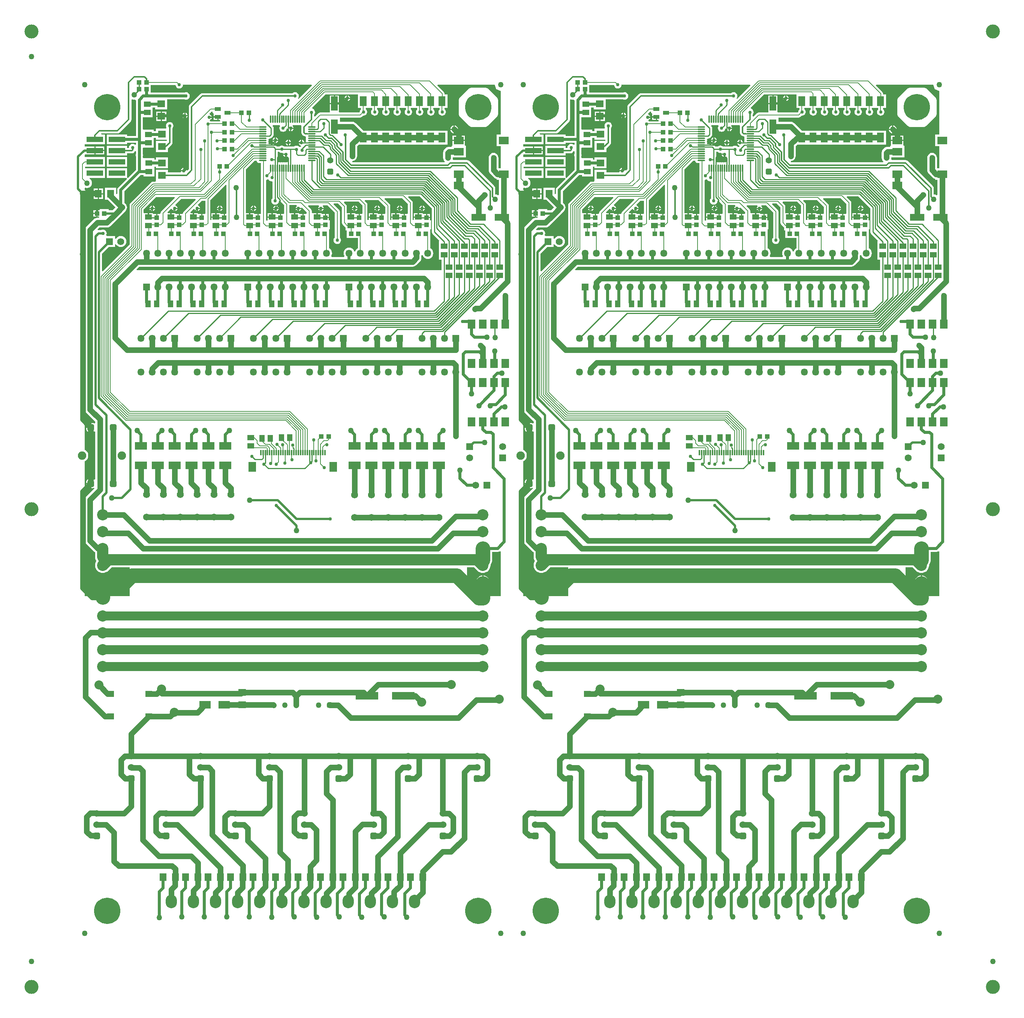
<source format=gtl>
%FSLAX25Y25*%
%MOIN*%
G70*
G01*
G75*
G04 Layer_Physical_Order=1*
G04 Layer_Color=255*
%ADD10C,0.05000*%
%ADD11R,0.06000X0.05500*%
%ADD12R,0.20000X0.07000*%
%ADD13R,0.10000X0.07000*%
%ADD14R,0.07087X0.06299*%
%ADD15R,0.14500X0.05000*%
%ADD16O,0.07087X0.01181*%
%ADD17O,0.01181X0.07087*%
%ADD18R,0.07087X0.08661*%
%ADD19R,0.01181X0.05118*%
%ADD20R,0.05906X0.05118*%
%ADD21R,0.10630X0.07087*%
%ADD22R,0.05118X0.05906*%
%ADD23R,0.06000X0.08500*%
%ADD24R,0.04331X0.03937*%
%ADD25R,0.03937X0.04331*%
%ADD26R,0.06299X0.07087*%
%ADD27R,0.05600X0.03600*%
%ADD28R,0.06000X0.12500*%
%ADD29R,0.12500X0.06000*%
%ADD30R,0.07000X0.08000*%
%ADD31R,0.09000X0.06500*%
%ADD32C,0.10000*%
%ADD33C,0.05000*%
%ADD34C,0.13000*%
%ADD35C,0.08000*%
%ADD36C,0.01000*%
%ADD37C,0.01200*%
%ADD38C,0.02500*%
%ADD39C,0.02000*%
%ADD40C,0.00800*%
%ADD41C,0.12500*%
G04:AMPARAMS|DCode=42|XSize=55mil|YSize=55mil|CornerRadius=13.75mil|HoleSize=0mil|Usage=FLASHONLY|Rotation=180.000|XOffset=0mil|YOffset=0mil|HoleType=Round|Shape=RoundedRectangle|*
%AMROUNDEDRECTD42*
21,1,0.05500,0.02750,0,0,180.0*
21,1,0.02750,0.05500,0,0,180.0*
1,1,0.02750,-0.01375,0.01375*
1,1,0.02750,0.01375,0.01375*
1,1,0.02750,0.01375,-0.01375*
1,1,0.02750,-0.01375,-0.01375*
%
%ADD42ROUNDEDRECTD42*%
%ADD43C,0.05500*%
G04:AMPARAMS|DCode=44|XSize=50mil|YSize=50mil|CornerRadius=12.5mil|HoleSize=0mil|Usage=FLASHONLY|Rotation=180.000|XOffset=0mil|YOffset=0mil|HoleType=Round|Shape=RoundedRectangle|*
%AMROUNDEDRECTD44*
21,1,0.05000,0.02500,0,0,180.0*
21,1,0.02500,0.05000,0,0,180.0*
1,1,0.02500,-0.01250,0.01250*
1,1,0.02500,0.01250,0.01250*
1,1,0.02500,0.01250,-0.01250*
1,1,0.02500,-0.01250,-0.01250*
%
%ADD44ROUNDEDRECTD44*%
G04:AMPARAMS|DCode=45|XSize=60mil|YSize=60mil|CornerRadius=15mil|HoleSize=0mil|Usage=FLASHONLY|Rotation=90.000|XOffset=0mil|YOffset=0mil|HoleType=Round|Shape=RoundedRectangle|*
%AMROUNDEDRECTD45*
21,1,0.06000,0.03000,0,0,90.0*
21,1,0.03000,0.06000,0,0,90.0*
1,1,0.03000,0.01500,0.01500*
1,1,0.03000,0.01500,-0.01500*
1,1,0.03000,-0.01500,-0.01500*
1,1,0.03000,-0.01500,0.01500*
%
%ADD45ROUNDEDRECTD45*%
%ADD46C,0.06000*%
%ADD47C,0.07500*%
%ADD48C,0.06200*%
%ADD49R,0.06200X0.06200*%
%ADD50C,0.10000*%
%ADD51C,0.23400*%
%ADD52O,0.10000X0.12000*%
%ADD53O,0.06000X0.06400*%
%ADD54R,0.06000X0.06400*%
%ADD55R,0.06200X0.06200*%
%ADD56C,0.08000*%
%ADD57C,0.03000*%
G36*
X102877Y801811D02*
X104000Y801663D01*
X104649Y801748D01*
X104794Y801702D01*
X105385Y801166D01*
X105424Y801072D01*
Y790000D01*
Y769476D01*
X97500D01*
Y770700D01*
X79400D01*
Y762100D01*
X97500D01*
Y763324D01*
X105424D01*
Y763000D01*
Y761878D01*
X105360Y761819D01*
X104624Y761530D01*
X104164Y761882D01*
X103361Y762215D01*
X102500Y762328D01*
X101638Y762215D01*
X100836Y761882D01*
X100146Y761354D01*
X99617Y760664D01*
X99285Y759862D01*
X99172Y759000D01*
X99037Y758847D01*
X97500D01*
Y760700D01*
X79400D01*
Y752100D01*
X97500D01*
Y753953D01*
X101900D01*
X102681Y754108D01*
X102836Y754139D01*
X103630Y754670D01*
X104230Y755270D01*
X104624Y755858D01*
X105424Y755616D01*
Y753696D01*
X105285Y753362D01*
X105172Y752500D01*
X105285Y751639D01*
X105424Y751304D01*
Y739274D01*
X98300Y732151D01*
X97893Y732319D01*
X97893Y732319D01*
X97621Y732432D01*
X97565Y732455D01*
X97521Y732473D01*
X97500Y732482D01*
Y732543D01*
X97500Y732742D01*
Y732763D01*
Y732763D01*
Y740700D01*
X79400D01*
Y732100D01*
X96837D01*
X96837Y732100D01*
X96858D01*
X97057Y732100D01*
X97118D01*
X97127Y732079D01*
X97145Y732035D01*
X97168Y731979D01*
X97281Y731707D01*
X97281Y731707D01*
X97449Y731300D01*
X89825Y723675D01*
X89336Y723038D01*
X89029Y722296D01*
X88924Y721500D01*
Y718129D01*
X88124Y717701D01*
X87950Y717818D01*
Y723343D01*
X78050D01*
Y712657D01*
X80310D01*
X87066Y705900D01*
X84733Y703567D01*
X84491Y703324D01*
X81215D01*
Y704269D01*
X73285D01*
Y703469D01*
X71250D01*
Y700500D01*
Y697532D01*
X72719D01*
X72817Y697434D01*
X72578Y696541D01*
X72565Y696537D01*
X71100D01*
X69977Y696389D01*
X68931Y695956D01*
X68033Y695267D01*
X61633Y688867D01*
X60944Y687969D01*
X60800Y687621D01*
X60000Y687780D01*
Y715623D01*
X60496Y716004D01*
X61057Y716735D01*
X61410Y717586D01*
X61464Y718000D01*
X58000D01*
Y719000D01*
X61464D01*
X61410Y719414D01*
X61057Y720265D01*
X60496Y720996D01*
X60000Y721377D01*
Y722954D01*
X60665Y723399D01*
X60878Y723311D01*
X62000Y723163D01*
X63122Y723311D01*
X64169Y723744D01*
X65067Y724433D01*
X65756Y725331D01*
X66189Y726377D01*
X66337Y727500D01*
X66189Y728622D01*
X65756Y729669D01*
X65067Y730567D01*
X64169Y731256D01*
X64062Y731300D01*
X64222Y732100D01*
X78000D01*
Y740700D01*
X60243D01*
Y742100D01*
X78000D01*
Y750700D01*
X60000D01*
Y752659D01*
X60700Y752900D01*
X60800Y752900D01*
X68450D01*
Y756400D01*
Y759900D01*
X60800D01*
X60700Y759900D01*
X60000Y760141D01*
Y762100D01*
X78000D01*
Y770700D01*
X75111D01*
X74683Y771500D01*
X74718Y771553D01*
X89000D01*
X89781Y771708D01*
X89936Y771739D01*
X90730Y772270D01*
X100730Y782270D01*
X101261Y783064D01*
X101447Y784000D01*
Y801583D01*
X102247Y802072D01*
X102877Y801811D01*
D02*
G37*
G36*
X288557Y705871D02*
Y692300D01*
X288728Y691442D01*
X289214Y690714D01*
X291747Y688180D01*
Y685391D01*
X292785D01*
Y678731D01*
X302757D01*
Y669466D01*
X302579Y669393D01*
X301577Y668623D01*
X300807Y667621D01*
X300416Y666675D01*
X299584D01*
X299193Y667621D01*
X298423Y668623D01*
X297421Y669393D01*
X296253Y669876D01*
X295000Y670041D01*
X293747Y669876D01*
X292579Y669393D01*
X291577Y668623D01*
X290807Y667621D01*
X290323Y666453D01*
X290159Y665200D01*
Y664800D01*
X290323Y663547D01*
X290742Y662537D01*
X290404Y661737D01*
X279596D01*
X279258Y662537D01*
X279677Y663547D01*
X279841Y664800D01*
Y665200D01*
X279677Y666453D01*
X279193Y667621D01*
X278423Y668623D01*
X277421Y669393D01*
X277243Y669466D01*
Y680750D01*
X277215Y680890D01*
Y686269D01*
X277768Y686285D01*
X277768D01*
Y694215D01*
X276969D01*
Y696250D01*
X274000D01*
Y696750D01*
X273500D01*
Y699915D01*
X271031D01*
X270453Y700450D01*
Y700809D01*
X267000D01*
Y697250D01*
X266000D01*
Y700809D01*
X262547D01*
X262547Y700809D01*
Y700809D01*
X262547Y700809D01*
X261843Y701041D01*
Y702600D01*
X261672Y703458D01*
X261186Y704186D01*
X258515Y706857D01*
X258847Y707657D01*
X268037D01*
X268279Y706857D01*
X268198Y706802D01*
X267645Y705975D01*
X267550Y705500D01*
X272449D01*
X272355Y705975D01*
X271802Y706802D01*
X271721Y706857D01*
X271964Y707657D01*
X275771D01*
X282257Y701171D01*
Y679138D01*
X282146Y679054D01*
X281617Y678364D01*
X281285Y677562D01*
X281171Y676700D01*
X281285Y675839D01*
X281617Y675036D01*
X282146Y674346D01*
X282836Y673817D01*
X283639Y673485D01*
X284500Y673372D01*
X285362Y673485D01*
X286164Y673817D01*
X286854Y674346D01*
X287383Y675036D01*
X287715Y675839D01*
X287828Y676700D01*
X287715Y677562D01*
X287383Y678364D01*
X286854Y679054D01*
X286743Y679138D01*
Y702100D01*
X286572Y702958D01*
X286086Y703686D01*
X281254Y708518D01*
X281561Y709257D01*
X285171D01*
X288557Y705871D01*
D02*
G37*
G36*
X248579Y707057D02*
X248198Y706802D01*
X247645Y705975D01*
X247551Y705500D01*
X252587D01*
X253200Y705828D01*
X257357Y701671D01*
Y700555D01*
X256968Y699915D01*
X254500D01*
Y696750D01*
X253500D01*
Y699915D01*
X251031D01*
X250453Y700450D01*
Y700809D01*
X247000D01*
Y697250D01*
X246000D01*
Y700809D01*
X242547D01*
X242547Y700809D01*
Y700809D01*
X242547Y700809D01*
X241843Y701041D01*
Y707857D01*
X248336D01*
X248579Y707057D01*
D02*
G37*
G36*
X140046Y714218D02*
X128014Y702186D01*
X127528Y701458D01*
X127357Y700600D01*
Y700555D01*
X126969Y699915D01*
X124500D01*
Y696750D01*
X123500D01*
Y699915D01*
X121031D01*
X120453Y700450D01*
Y700809D01*
X117000D01*
Y697250D01*
X116000D01*
Y700809D01*
X112547D01*
X112343Y701524D01*
Y703871D01*
X123429Y714957D01*
X139739D01*
X140046Y714218D01*
D02*
G37*
G36*
X173650Y791066D02*
Y789900D01*
X173967D01*
X174450Y789300D01*
Y787000D01*
X178250D01*
Y786500D01*
X178750D01*
Y783700D01*
X180285D01*
Y782443D01*
X171737D01*
X171263Y782807D01*
X171261Y783233D01*
X171376Y783645D01*
X172202Y784198D01*
X172755Y785024D01*
X172850Y785500D01*
X170400D01*
Y786500D01*
X172850D01*
X172755Y786975D01*
X172202Y787802D01*
X171376Y788355D01*
X171195Y788391D01*
X170931Y789259D01*
X172850Y791178D01*
X173650Y791066D01*
D02*
G37*
G36*
X60944Y523831D02*
X61633Y522933D01*
X69163Y515404D01*
Y513917D01*
X69117Y513875D01*
X68363Y513562D01*
X67775Y513955D01*
X66800Y514149D01*
X65800D01*
Y510100D01*
Y506051D01*
X66800D01*
X67775Y506245D01*
X68363Y506638D01*
X69117Y506325D01*
X69163Y506283D01*
Y463917D01*
X69117Y463875D01*
X68363Y463562D01*
X67775Y463955D01*
X66800Y464149D01*
X65800D01*
Y460100D01*
Y456051D01*
X66800D01*
X67775Y456245D01*
X68091Y456456D01*
X68601Y455834D01*
X61633Y448867D01*
X60944Y447969D01*
X60800Y447621D01*
X60000Y447780D01*
Y480087D01*
X60399Y480252D01*
X61558Y481142D01*
X62448Y482301D01*
X63007Y483651D01*
X63198Y485100D01*
X63007Y486549D01*
X62448Y487899D01*
X61558Y489058D01*
X60399Y489948D01*
X60000Y490113D01*
Y524020D01*
X60800Y524179D01*
X60944Y523831D01*
D02*
G37*
G36*
X368655Y704929D02*
Y684000D01*
X368833Y683103D01*
X369342Y682342D01*
X375335Y676348D01*
X375029Y675609D01*
X374747D01*
Y666891D01*
Y659391D01*
X377155D01*
Y650000D01*
X106279D01*
X105973Y650739D01*
X108297Y653063D01*
X351400D01*
X352522Y653211D01*
X353569Y653644D01*
X354467Y654333D01*
X358067Y657933D01*
X358756Y658832D01*
X359189Y659877D01*
X359337Y661000D01*
Y662728D01*
X359584Y663325D01*
X360416D01*
X360807Y662379D01*
X361577Y661377D01*
X362579Y660607D01*
X363747Y660123D01*
X365000Y659959D01*
X366253Y660123D01*
X367421Y660607D01*
X368423Y661377D01*
X369193Y662379D01*
X369676Y663547D01*
X369841Y664800D01*
Y665200D01*
X369676Y666453D01*
X369193Y667621D01*
X368423Y668623D01*
X367421Y669393D01*
X367243Y669466D01*
Y680750D01*
X367215Y680890D01*
Y686269D01*
X367769Y686285D01*
X367769D01*
Y694215D01*
X366968D01*
Y696250D01*
X364000D01*
Y696750D01*
X363500D01*
Y699915D01*
X361032D01*
X360453Y700450D01*
Y700809D01*
X357000D01*
Y697250D01*
X356500D01*
Y696750D01*
X352547D01*
Y694675D01*
X352485Y694613D01*
X351702Y694848D01*
X351643Y694902D01*
Y710000D01*
X351472Y710858D01*
X350986Y711586D01*
X347656Y714916D01*
X347962Y715655D01*
X357929D01*
X368655Y704929D01*
D02*
G37*
G36*
X249894Y779146D02*
X250827Y778960D01*
X251760Y779146D01*
X251811Y779180D01*
X251863Y779146D01*
X252205Y779078D01*
X252632Y778566D01*
X252689Y778186D01*
X252553Y777500D01*
Y772500D01*
X252708Y771719D01*
X252739Y771564D01*
X253270Y770770D01*
X254270Y769770D01*
X255064Y769239D01*
X255219Y769208D01*
X256000Y769053D01*
X256319D01*
X256524Y768614D01*
X256634Y768297D01*
X256460Y767421D01*
X256646Y766489D01*
X256680Y766437D01*
X256646Y766386D01*
X256460Y765453D01*
X256625Y764623D01*
X256639Y764508D01*
X256193Y763757D01*
X256020Y763723D01*
X255459Y763934D01*
X255115Y764174D01*
X255055Y764475D01*
X254502Y765302D01*
X253676Y765855D01*
X253200Y765949D01*
Y763500D01*
X252700D01*
Y763000D01*
X250251D01*
X250345Y762525D01*
X250898Y761698D01*
X251725Y761145D01*
X251869Y761116D01*
X252090Y760386D01*
X251585Y759750D01*
X250910Y759694D01*
X250627Y759766D01*
X250610Y759780D01*
X250554Y759854D01*
X249864Y760383D01*
X249061Y760715D01*
X248200Y760828D01*
X247339Y760715D01*
X246536Y760383D01*
X245938Y759924D01*
X237460D01*
X237454Y759932D01*
X236764Y760461D01*
X235962Y760794D01*
X235100Y760907D01*
X234239Y760794D01*
X233436Y760461D01*
X232746Y759932D01*
X232740Y759924D01*
X230872D01*
X230831Y759985D01*
X229611Y761205D01*
X228850Y761714D01*
X227953Y761892D01*
X223803D01*
X223382Y762692D01*
X223540Y763484D01*
X223354Y764417D01*
X223320Y764468D01*
X223354Y764520D01*
X223540Y765453D01*
X223375Y766282D01*
X223803Y767045D01*
X224190D01*
X225087Y767223D01*
X225848Y767732D01*
X227258Y769142D01*
X227767Y769903D01*
X227945Y770800D01*
X227945Y770800D01*
Y776300D01*
X227767Y777197D01*
X227258Y777958D01*
X227039Y778178D01*
X227116Y778543D01*
X227357Y778991D01*
X228137Y779146D01*
X228189Y779180D01*
X228240Y779146D01*
X229173Y778960D01*
X230106Y779146D01*
X230157Y779180D01*
X230209Y779146D01*
X231142Y778960D01*
X232074Y779146D01*
X232126Y779180D01*
X232177Y779146D01*
X233110Y778960D01*
X233546Y778231D01*
X233418Y778064D01*
X233085Y777261D01*
X232972Y776400D01*
X233085Y775538D01*
X233418Y774736D01*
X233946Y774046D01*
X234636Y773518D01*
X235438Y773185D01*
X236300Y773071D01*
X237161Y773185D01*
X237964Y773518D01*
X238654Y774046D01*
X239182Y774736D01*
X239515Y775538D01*
X239560Y775880D01*
X239871Y776064D01*
X240758Y775661D01*
X240845Y775224D01*
X241398Y774398D01*
X242225Y773845D01*
X242700Y773750D01*
Y776200D01*
X243200D01*
Y776700D01*
X245650D01*
X245555Y777176D01*
X245002Y778002D01*
X244734Y778182D01*
X244875Y778766D01*
X244989Y778974D01*
X245854Y779146D01*
X245905Y779180D01*
X245957Y779146D01*
X246890Y778960D01*
X247822Y779146D01*
X247874Y779180D01*
X247925Y779146D01*
X248858Y778960D01*
X249791Y779146D01*
X249843Y779180D01*
X249894Y779146D01*
D02*
G37*
G36*
X327157Y706371D02*
Y700637D01*
X326969Y699915D01*
X324500D01*
Y696750D01*
X323500D01*
Y699915D01*
X321031D01*
X320453Y700450D01*
Y700809D01*
X317000D01*
Y697250D01*
X316500D01*
Y696750D01*
X312547D01*
Y694675D01*
X312418Y694545D01*
X311404Y694646D01*
X311343Y694742D01*
Y708500D01*
X311172Y709358D01*
X310686Y710086D01*
X309054Y711718D01*
X309361Y712457D01*
X321071D01*
X327157Y706371D01*
D02*
G37*
G36*
X158546Y712618D02*
X148014Y702086D01*
X147528Y701358D01*
X147367Y700550D01*
X146968Y699915D01*
X144500D01*
Y696750D01*
X143500D01*
Y699915D01*
X141032D01*
X140453Y700450D01*
Y700809D01*
X137000D01*
Y697250D01*
X136000D01*
Y700809D01*
X134027D01*
X133720Y701548D01*
X136724Y704552D01*
X137592Y704289D01*
X137645Y704025D01*
X138198Y703198D01*
X139024Y702645D01*
X139500Y702551D01*
Y705000D01*
X140000D01*
Y705500D01*
X142449D01*
X142355Y705975D01*
X141802Y706802D01*
X140975Y707355D01*
X140711Y707408D01*
X140448Y708276D01*
X145529Y713357D01*
X158239D01*
X158546Y712618D01*
D02*
G37*
G36*
X232746Y755225D02*
X233436Y754696D01*
X234239Y754364D01*
X235100Y754250D01*
X235728Y754333D01*
X236241Y753876D01*
X236363Y753664D01*
X236350Y753600D01*
X238800D01*
Y753100D01*
X239300D01*
Y750651D01*
X239775Y750745D01*
X239808Y750767D01*
X240608Y750339D01*
Y746303D01*
X239808Y745882D01*
X239016Y746040D01*
X238083Y745854D01*
X238032Y745820D01*
X237980Y745854D01*
X237047Y746040D01*
X236115Y745854D01*
X236063Y745820D01*
X236012Y745854D01*
X235079Y746040D01*
X234146Y745854D01*
X234095Y745820D01*
X234043Y745854D01*
X233110Y746040D01*
X232318Y745882D01*
X231518Y746303D01*
Y755234D01*
X232740D01*
X232746Y755225D01*
D02*
G37*
G36*
X167157Y700637D02*
X166969Y699915D01*
X164500D01*
Y696750D01*
X163500D01*
Y699915D01*
X161031D01*
X160453Y700450D01*
Y700809D01*
X157000D01*
Y697250D01*
X156000D01*
Y700809D01*
X154127D01*
X153820Y701548D01*
X156741Y704469D01*
X157609Y704206D01*
X157645Y704025D01*
X158198Y703198D01*
X159025Y702645D01*
X159500Y702551D01*
Y705000D01*
X160000D01*
Y705500D01*
X162450D01*
X162355Y705975D01*
X161802Y706802D01*
X160976Y707355D01*
X160794Y707391D01*
X160531Y708259D01*
X164029Y711757D01*
X167157D01*
Y700637D01*
D02*
G37*
G36*
X223517Y730536D02*
X224046Y729846D01*
X224736Y729318D01*
X225538Y728985D01*
X226400Y728871D01*
X226855Y728473D01*
Y713960D01*
X226846Y713954D01*
X226318Y713264D01*
X225985Y712462D01*
X225871Y711600D01*
X225985Y710739D01*
X226318Y709936D01*
X226846Y709246D01*
X227536Y708717D01*
X228339Y708385D01*
X229200Y708272D01*
X230062Y708385D01*
X230864Y708717D01*
X231554Y709246D01*
X232083Y709936D01*
X232415Y710739D01*
X232525Y711572D01*
X232611Y711637D01*
X233291Y711937D01*
X237357Y707871D01*
Y700555D01*
X236968Y699915D01*
X234500D01*
Y696750D01*
X233500D01*
Y699915D01*
X231031D01*
X230453Y700450D01*
Y700809D01*
X227000D01*
Y697250D01*
X226500D01*
Y696750D01*
X222547D01*
Y694675D01*
X221982Y694109D01*
X221747D01*
X221143Y694582D01*
Y730164D01*
X221745Y730692D01*
X221900Y730672D01*
X222762Y730785D01*
X223319Y731016D01*
X223517Y730536D01*
D02*
G37*
G36*
X306857Y707571D02*
Y700481D01*
X306291Y699915D01*
X304500D01*
Y696750D01*
X303500D01*
Y699915D01*
X301031D01*
X300453Y700450D01*
Y700809D01*
X297000D01*
Y697250D01*
X296000D01*
Y700809D01*
X293043D01*
Y706800D01*
X292872Y707658D01*
X292386Y708386D01*
X290654Y710118D01*
X290961Y710857D01*
X303571D01*
X306857Y707571D01*
D02*
G37*
G36*
X347157Y709071D02*
Y700637D01*
X346969Y699915D01*
X344500D01*
Y696750D01*
X343500D01*
Y699915D01*
X341032D01*
X340453Y700450D01*
Y700809D01*
X337000D01*
Y697250D01*
X336500D01*
Y696750D01*
X332547D01*
Y694675D01*
X332486Y694613D01*
X331702Y694848D01*
X331643Y694902D01*
Y707300D01*
X331472Y708158D01*
X330986Y708886D01*
X326554Y713318D01*
X326861Y714057D01*
X342171D01*
X347157Y709071D01*
D02*
G37*
G36*
X185957Y725765D02*
Y700481D01*
X185391Y699915D01*
X184500D01*
Y696750D01*
X183500D01*
Y699915D01*
X181032D01*
X180453Y700450D01*
Y700809D01*
X177000D01*
Y697250D01*
X176500D01*
Y696750D01*
X172547D01*
Y694675D01*
X172485Y694613D01*
X171702Y694848D01*
X171643Y694902D01*
Y712496D01*
X185218Y726071D01*
X185957Y725765D01*
D02*
G37*
G36*
X212945Y746804D02*
X213473Y746013D01*
X214264Y745484D01*
X215197Y745299D01*
X216657D01*
Y700481D01*
X216091Y699915D01*
X214500D01*
Y696750D01*
X213500D01*
Y699915D01*
X211032D01*
X210453Y700450D01*
Y700809D01*
X207000D01*
Y697250D01*
X206000D01*
Y700809D01*
X203343D01*
Y739671D01*
X211134Y747462D01*
X212814D01*
X212945Y746804D01*
D02*
G37*
G36*
X430000Y399755D02*
Y360000D01*
X419467D01*
X419013Y360849D01*
X418263Y361763D01*
X417349Y362513D01*
X416307Y363070D01*
X415176Y363413D01*
X414500Y363480D01*
Y357500D01*
X413500D01*
Y363480D01*
X412824Y363413D01*
X411693Y363070D01*
X410650Y362513D01*
X409737Y361763D01*
X408987Y360849D01*
X408533Y360000D01*
X400000D01*
Y385667D01*
X406170D01*
X409168Y382668D01*
X410204Y381819D01*
X411385Y381187D01*
X412667Y380798D01*
X414000Y380667D01*
X415333Y380798D01*
X416615Y381187D01*
X417796Y381819D01*
X418832Y382668D01*
X419681Y383704D01*
X420313Y384885D01*
X420702Y386167D01*
X420833Y387500D01*
X420816Y387668D01*
X420812Y387717D01*
X420935Y387866D01*
X421705Y389308D01*
X422180Y390873D01*
X422340Y392500D01*
Y399424D01*
X427300D01*
X428096Y399529D01*
X428838Y399836D01*
X429200Y400113D01*
X430000Y399755D01*
D02*
G37*
G36*
X426000Y811000D02*
X430000Y809500D01*
Y770550D01*
X426200D01*
Y760450D01*
X430000D01*
Y740550D01*
X428084D01*
X427837Y740797D01*
Y750000D01*
X427689Y751123D01*
X427256Y752169D01*
X426567Y753067D01*
X425668Y753756D01*
X424622Y754189D01*
X423500Y754337D01*
X422377Y754189D01*
X421332Y753756D01*
X420433Y753067D01*
X419744Y752169D01*
X419311Y751123D01*
X419163Y750000D01*
Y739000D01*
X419311Y737878D01*
X419744Y736831D01*
X420433Y735933D01*
X423933Y732433D01*
X424831Y731744D01*
X425878Y731311D01*
X426200Y731268D01*
Y730450D01*
X428163D01*
Y717001D01*
X427363Y716607D01*
X427169Y716756D01*
X426123Y717189D01*
X425000Y717337D01*
X424947Y717384D01*
Y723000D01*
X424761Y723936D01*
X424230Y724730D01*
X401730Y747230D01*
X400936Y747761D01*
X400781Y747792D01*
X400000Y747947D01*
X387524D01*
X387079Y748612D01*
X387189Y748877D01*
X387337Y750000D01*
Y750450D01*
X398800D01*
Y760550D01*
X398241D01*
X398000Y761250D01*
X398000Y761350D01*
Y765000D01*
X387000D01*
Y761350D01*
X387000Y761250D01*
X386759Y760550D01*
X386200D01*
Y759837D01*
X384000D01*
X383008Y759706D01*
X382877Y759689D01*
X381831Y759256D01*
X380933Y758567D01*
X379933Y757567D01*
X379244Y756669D01*
X378811Y755622D01*
X378663Y754500D01*
Y750000D01*
X378811Y748877D01*
X379244Y747831D01*
X379933Y746933D01*
X380176Y746747D01*
X379904Y745947D01*
X298171D01*
X297744Y746458D01*
X298066Y747198D01*
X298922Y747311D01*
X299969Y747744D01*
X300867Y748433D01*
X301556Y749332D01*
X301989Y750378D01*
X302137Y751500D01*
Y760403D01*
X303584Y761850D01*
X312500D01*
Y761850D01*
X312900D01*
Y761850D01*
X322500D01*
Y761850D01*
X322900D01*
Y761850D01*
X332500D01*
Y761850D01*
X332900D01*
Y761850D01*
X342500D01*
Y761850D01*
X342900D01*
Y761850D01*
X352500D01*
Y761850D01*
X352900D01*
Y761850D01*
X362500D01*
Y761850D01*
X362900D01*
Y761850D01*
X372500D01*
Y761850D01*
X372900D01*
Y761850D01*
X382500D01*
Y773950D01*
X372900D01*
Y773950D01*
X372500D01*
Y773950D01*
X362900D01*
Y773950D01*
X362500D01*
Y773950D01*
X352900D01*
Y773950D01*
X352500D01*
Y773950D01*
X342900D01*
Y773950D01*
X342500D01*
Y773950D01*
X332900D01*
Y773950D01*
X332500D01*
Y773950D01*
X322900D01*
Y773950D01*
X322500D01*
Y773950D01*
X312900D01*
Y773950D01*
X312500D01*
Y773950D01*
X307784D01*
X300917Y780817D01*
X300019Y781506D01*
X298973Y781939D01*
X297850Y782087D01*
X286800D01*
Y785757D01*
X304800D01*
X305658Y785928D01*
X306386Y786414D01*
X307485Y787513D01*
X307800Y787471D01*
X308662Y787585D01*
X309464Y787918D01*
X310154Y788446D01*
X310683Y789136D01*
X311015Y789938D01*
X311128Y790800D01*
X311015Y791662D01*
X310683Y792464D01*
X310154Y793154D01*
X309943Y793315D01*
Y794350D01*
X312500D01*
Y794350D01*
X312900D01*
Y794350D01*
X315457D01*
Y793162D01*
X315446Y793154D01*
X314917Y792464D01*
X314585Y791662D01*
X314472Y790800D01*
X314585Y789938D01*
X314917Y789136D01*
X315446Y788446D01*
X316136Y787918D01*
X316938Y787585D01*
X317800Y787471D01*
X318661Y787585D01*
X319464Y787918D01*
X320154Y788446D01*
X320683Y789136D01*
X321015Y789938D01*
X321129Y790800D01*
X321015Y791662D01*
X320683Y792464D01*
X320154Y793154D01*
X319943Y793315D01*
Y794350D01*
X322500D01*
Y794350D01*
X322900D01*
Y794350D01*
X325457D01*
Y793162D01*
X325446Y793154D01*
X324918Y792464D01*
X324585Y791662D01*
X324471Y790800D01*
X324585Y789938D01*
X324918Y789136D01*
X325446Y788446D01*
X326136Y787918D01*
X326939Y787585D01*
X327800Y787471D01*
X328661Y787585D01*
X329464Y787918D01*
X330154Y788446D01*
X330682Y789136D01*
X331015Y789938D01*
X331129Y790800D01*
X331015Y791662D01*
X330682Y792464D01*
X330154Y793154D01*
X329943Y793315D01*
Y794350D01*
X332500D01*
Y794350D01*
X332900D01*
Y794350D01*
X335457D01*
Y793162D01*
X335446Y793154D01*
X334917Y792464D01*
X334585Y791662D01*
X334472Y790800D01*
X334585Y789938D01*
X334917Y789136D01*
X335446Y788446D01*
X336136Y787918D01*
X336939Y787585D01*
X337800Y787471D01*
X338662Y787585D01*
X339464Y787918D01*
X340154Y788446D01*
X340683Y789136D01*
X341015Y789938D01*
X341128Y790800D01*
X341015Y791662D01*
X340683Y792464D01*
X340154Y793154D01*
X339943Y793315D01*
Y794350D01*
X342500D01*
Y794350D01*
X342900D01*
Y794350D01*
X345457D01*
Y793162D01*
X345446Y793154D01*
X344917Y792464D01*
X344585Y791662D01*
X344472Y790800D01*
X344585Y789938D01*
X344917Y789136D01*
X345446Y788446D01*
X346136Y787918D01*
X346938Y787585D01*
X347800Y787471D01*
X348661Y787585D01*
X349464Y787918D01*
X350154Y788446D01*
X350682Y789136D01*
X351015Y789938D01*
X351129Y790800D01*
X351015Y791662D01*
X350682Y792464D01*
X350154Y793154D01*
X349943Y793315D01*
Y794350D01*
X352500D01*
Y794350D01*
X352900D01*
Y794350D01*
X355457D01*
Y793162D01*
X355446Y793154D01*
X354918Y792464D01*
X354585Y791662D01*
X354471Y790800D01*
X354585Y789938D01*
X354918Y789136D01*
X355446Y788446D01*
X356136Y787918D01*
X356939Y787585D01*
X357800Y787471D01*
X358662Y787585D01*
X359464Y787918D01*
X360154Y788446D01*
X360683Y789136D01*
X361015Y789938D01*
X361128Y790800D01*
X361015Y791662D01*
X360683Y792464D01*
X360154Y793154D01*
X359943Y793315D01*
Y794350D01*
X362500D01*
Y794350D01*
X362900D01*
Y794350D01*
X365457D01*
Y793162D01*
X365446Y793154D01*
X364917Y792464D01*
X364585Y791662D01*
X364472Y790800D01*
X364585Y789938D01*
X364917Y789136D01*
X365446Y788446D01*
X366136Y787918D01*
X366938Y787585D01*
X367800Y787471D01*
X368661Y787585D01*
X369464Y787918D01*
X370154Y788446D01*
X370683Y789136D01*
X371015Y789938D01*
X371129Y790800D01*
X371015Y791662D01*
X370683Y792464D01*
X370154Y793154D01*
X369943Y793315D01*
Y794350D01*
X372500D01*
Y794350D01*
X372900D01*
Y794350D01*
X375457D01*
Y793162D01*
X375446Y793154D01*
X374918Y792464D01*
X374585Y791662D01*
X374471Y790800D01*
X374585Y789938D01*
X374918Y789136D01*
X375446Y788446D01*
X376136Y787918D01*
X376939Y787585D01*
X377800Y787471D01*
X378661Y787585D01*
X379464Y787918D01*
X380154Y788446D01*
X380682Y789136D01*
X381015Y789938D01*
X381129Y790800D01*
X381015Y791662D01*
X380682Y792464D01*
X380154Y793154D01*
X379943Y793315D01*
Y794350D01*
X382500D01*
Y806450D01*
X380043D01*
Y806900D01*
X379872Y807758D01*
X379386Y808486D01*
X373611Y814261D01*
X373918Y815000D01*
X424500D01*
X426000Y811000D01*
D02*
G37*
G36*
X262012Y814261D02*
X250244Y802493D01*
X249641Y803021D01*
X249883Y803336D01*
X250215Y804138D01*
X250328Y805000D01*
X250215Y805861D01*
X249883Y806664D01*
X249354Y807354D01*
X248664Y807882D01*
X247862Y808215D01*
X247000Y808329D01*
X246139Y808215D01*
X245336Y807882D01*
X244768Y807447D01*
X164500D01*
X163564Y807261D01*
X162770Y806730D01*
X153270Y797230D01*
X152739Y796436D01*
X152708Y796281D01*
X152553Y795500D01*
Y740014D01*
X151311Y738771D01*
X150443Y739035D01*
X150355Y739475D01*
X149802Y740302D01*
X148976Y740855D01*
X148500Y740949D01*
Y738500D01*
X148000D01*
Y738000D01*
X145551D01*
X145601Y737747D01*
X145142Y736947D01*
X133843D01*
Y739450D01*
X123157D01*
Y729550D01*
X123157D01*
X123036Y728800D01*
X120463D01*
X119604Y728630D01*
X118876Y728144D01*
X100457Y709724D01*
X99970Y708996D01*
X99800Y708138D01*
Y672767D01*
X75963Y648930D01*
X75224Y649236D01*
Y664730D01*
X81094Y670600D01*
X86900D01*
Y672918D01*
X87700Y673077D01*
X87720Y673029D01*
X88505Y672005D01*
X89529Y671220D01*
X90721Y670726D01*
X92000Y670558D01*
X93279Y670726D01*
X94471Y671220D01*
X95495Y672005D01*
X96280Y673029D01*
X96774Y674221D01*
X96942Y675500D01*
X96774Y676779D01*
X96280Y677971D01*
X95495Y678995D01*
X94471Y679780D01*
X93279Y680274D01*
X92000Y680442D01*
X90721Y680274D01*
X89529Y679780D01*
X88505Y678995D01*
X87720Y677971D01*
X87700Y677923D01*
X86900Y678082D01*
Y680400D01*
X79426D01*
X79102Y680938D01*
X79009Y681200D01*
X79315Y681939D01*
X79428Y682800D01*
X79315Y683662D01*
X78983Y684464D01*
X78454Y685154D01*
X77764Y685682D01*
X76961Y686015D01*
X76100Y686129D01*
X75239Y686015D01*
X74436Y685682D01*
X74360Y685624D01*
X72300D01*
X71712Y685547D01*
X71442Y685879D01*
X71301Y686267D01*
X72896Y687863D01*
X79500D01*
X80623Y688011D01*
X81669Y688444D01*
X82567Y689133D01*
X90867Y697433D01*
X96267Y702833D01*
X96267Y702833D01*
X96956Y703731D01*
X97389Y704777D01*
X97537Y705900D01*
X97389Y707022D01*
X96956Y708069D01*
X96267Y708967D01*
X95076Y710157D01*
Y720226D01*
X109524Y734674D01*
X112247D01*
Y733391D01*
X121753D01*
Y740891D01*
Y742174D01*
X123157D01*
Y740550D01*
X133843D01*
Y750450D01*
X123157D01*
Y748326D01*
X121753D01*
Y749609D01*
X112247D01*
X112247Y749609D01*
Y749609D01*
X112247Y749609D01*
X111576Y749921D01*
Y751304D01*
X111715Y751639D01*
X111828Y752500D01*
X111715Y753362D01*
X111576Y753696D01*
Y758162D01*
X111747Y758891D01*
X121253D01*
Y766391D01*
Y767674D01*
X123157D01*
Y766050D01*
X133053D01*
Y764950D01*
X123157D01*
Y755050D01*
X133843D01*
Y758383D01*
X137230Y761770D01*
X137761Y762564D01*
X137947Y763500D01*
Y776268D01*
X138382Y776836D01*
X138715Y777638D01*
X138829Y778500D01*
X138715Y779361D01*
X138382Y780164D01*
X137854Y780854D01*
X137164Y781383D01*
X136362Y781715D01*
X135500Y781828D01*
X134639Y781715D01*
X133836Y781383D01*
X133146Y780854D01*
X132617Y780164D01*
X132285Y779361D01*
X132171Y778500D01*
X132285Y777638D01*
X132617Y776836D01*
X132684Y776750D01*
X132289Y775950D01*
X123157D01*
Y773826D01*
X121253D01*
Y775109D01*
X111747D01*
X111576Y775838D01*
Y785891D01*
X120253D01*
Y793391D01*
Y794674D01*
X122657D01*
Y793050D01*
X133343D01*
Y801924D01*
X148804D01*
X149138Y801785D01*
X150000Y801672D01*
X150862Y801785D01*
X151664Y802118D01*
X152354Y802646D01*
X152883Y803336D01*
X153215Y804138D01*
X153329Y805000D01*
X153215Y805861D01*
X152883Y806664D01*
X152354Y807354D01*
X151664Y807882D01*
X150862Y808215D01*
X150000Y808329D01*
X149138Y808215D01*
X148804Y808076D01*
X118715D01*
Y813231D01*
Y814757D01*
X140703D01*
X140785Y814139D01*
X141118Y813336D01*
X141646Y812646D01*
X142336Y812117D01*
X143139Y811785D01*
X144000Y811672D01*
X144861Y811785D01*
X145664Y812117D01*
X146354Y812646D01*
X146882Y813336D01*
X147215Y814139D01*
X147328Y815000D01*
X261706D01*
X262012Y814261D01*
D02*
G37*
G36*
X302900Y794350D02*
X305457D01*
Y793162D01*
X305446Y793154D01*
X304918Y792464D01*
X304585Y791662D01*
X304478Y790850D01*
X303871Y790243D01*
X286104D01*
X286000Y791000D01*
X286000Y791043D01*
Y797750D01*
X278000D01*
Y791043D01*
X278000Y791000D01*
X277896Y790243D01*
X269300D01*
X268442Y790072D01*
X267714Y789586D01*
X264686Y786558D01*
X263947Y786865D01*
Y788268D01*
X264383Y788836D01*
X264715Y789639D01*
X264828Y790500D01*
X264715Y791362D01*
X264383Y792164D01*
X263854Y792854D01*
X263164Y793383D01*
X262473Y793669D01*
X262126Y794454D01*
X274029Y806357D01*
X302900D01*
Y794350D01*
D02*
G37*
G36*
X60944Y407131D02*
X61633Y406233D01*
X68433Y399433D01*
X69167Y398870D01*
Y395000D01*
X69298Y393667D01*
X69687Y392385D01*
X70294Y391250D01*
X69687Y390115D01*
X69298Y388833D01*
X69167Y387500D01*
X69298Y386167D01*
X69687Y384885D01*
X70319Y383704D01*
X71168Y382668D01*
X72204Y381819D01*
X73385Y381187D01*
X74667Y380798D01*
X76000Y380667D01*
X77333Y380798D01*
X78615Y381187D01*
X79796Y381819D01*
X80832Y382668D01*
X83830Y385667D01*
X100000D01*
Y360000D01*
X81467D01*
X81013Y360849D01*
X80263Y361763D01*
X79349Y362513D01*
X78307Y363070D01*
X77176Y363413D01*
X76500Y363480D01*
Y357500D01*
X75500D01*
Y363480D01*
X74824Y363413D01*
X73693Y363070D01*
X72650Y362513D01*
X71737Y361763D01*
X70987Y360849D01*
X70533Y360000D01*
X60000D01*
Y407320D01*
X60800Y407479D01*
X60944Y407131D01*
D02*
G37*
%LPC*%
G36*
X212450Y704500D02*
X210500D01*
Y702551D01*
X210976Y702645D01*
X211802Y703198D01*
X212355Y704025D01*
X212450Y704500D01*
D02*
G37*
G36*
X232450D02*
X230500D01*
Y702551D01*
X230976Y702645D01*
X231802Y703198D01*
X232355Y704025D01*
X232450Y704500D01*
D02*
G37*
G36*
X229500D02*
X227551D01*
X227645Y704025D01*
X228198Y703198D01*
X229025Y702645D01*
X229500Y702551D01*
Y704500D01*
D02*
G37*
G36*
X162450D02*
X160500D01*
Y702551D01*
X160976Y702645D01*
X161802Y703198D01*
X162355Y704025D01*
X162450Y704500D01*
D02*
G37*
G36*
X142449D02*
X140500D01*
Y702551D01*
X140975Y702645D01*
X141802Y703198D01*
X142355Y704025D01*
X142449Y704500D01*
D02*
G37*
G36*
X179500D02*
X177550D01*
X177645Y704025D01*
X178198Y703198D01*
X179025Y702645D01*
X179500Y702551D01*
Y704500D01*
D02*
G37*
G36*
X209500D02*
X207551D01*
X207645Y704025D01*
X208198Y703198D01*
X209025Y702645D01*
X209500Y702551D01*
Y704500D01*
D02*
G37*
G36*
X182449D02*
X180500D01*
Y702551D01*
X180975Y702645D01*
X181802Y703198D01*
X182355Y704025D01*
X182449Y704500D01*
D02*
G37*
G36*
X249500D02*
X247551D01*
X247645Y704025D01*
X248198Y703198D01*
X249025Y702645D01*
X249500Y702551D01*
Y704500D01*
D02*
G37*
G36*
X339500D02*
X337550D01*
X337645Y704025D01*
X338198Y703198D01*
X339024Y702645D01*
X339500Y702551D01*
Y704500D01*
D02*
G37*
G36*
X322449D02*
X320500D01*
Y702551D01*
X320975Y702645D01*
X321802Y703198D01*
X322355Y704025D01*
X322449Y704500D01*
D02*
G37*
G36*
X342449D02*
X340500D01*
Y702551D01*
X340975Y702645D01*
X341802Y703198D01*
X342355Y704025D01*
X342449Y704500D01*
D02*
G37*
G36*
X362450D02*
X360500D01*
Y702551D01*
X360976Y702645D01*
X361802Y703198D01*
X362355Y704025D01*
X362450Y704500D01*
D02*
G37*
G36*
X359500D02*
X357551D01*
X357645Y704025D01*
X358198Y703198D01*
X359025Y702645D01*
X359500Y702551D01*
Y704500D01*
D02*
G37*
G36*
X319500D02*
X317550D01*
X317645Y704025D01*
X318198Y703198D01*
X319024Y702645D01*
X319500Y702551D01*
Y704500D01*
D02*
G37*
G36*
X269500D02*
X267550D01*
X267645Y704025D01*
X268198Y703198D01*
X269024Y702645D01*
X269500Y702551D01*
Y704500D01*
D02*
G37*
G36*
X252449D02*
X250500D01*
Y702551D01*
X250975Y702645D01*
X251802Y703198D01*
X252355Y704025D01*
X252449Y704500D01*
D02*
G37*
G36*
X272449D02*
X270500D01*
Y702551D01*
X270975Y702645D01*
X271802Y703198D01*
X272355Y704025D01*
X272449Y704500D01*
D02*
G37*
G36*
X302449D02*
X300500D01*
Y702551D01*
X300975Y702645D01*
X301802Y703198D01*
X302355Y704025D01*
X302449Y704500D01*
D02*
G37*
G36*
X299500D02*
X297551D01*
X297645Y704025D01*
X298198Y703198D01*
X299025Y702645D01*
X299500Y702551D01*
Y704500D01*
D02*
G37*
G36*
X75500Y372000D02*
X70020D01*
X70087Y371324D01*
X70430Y370193D01*
X70987Y369150D01*
X71737Y368237D01*
X72650Y367487D01*
X73693Y366930D01*
X74824Y366587D01*
X75500Y366520D01*
Y372000D01*
D02*
G37*
G36*
X176000Y700809D02*
X172547D01*
Y697750D01*
X176000D01*
Y700809D01*
D02*
G37*
G36*
X70250Y700000D02*
X67585D01*
Y697532D01*
X70250D01*
Y700000D01*
D02*
G37*
G36*
X226000Y700809D02*
X222547D01*
Y697750D01*
X226000D01*
Y700809D01*
D02*
G37*
G36*
X336000D02*
X332547D01*
Y697750D01*
X336000D01*
Y700809D01*
D02*
G37*
G36*
X316000D02*
X312547D01*
Y697750D01*
X316000D01*
Y700809D01*
D02*
G37*
G36*
X364500Y699915D02*
Y697250D01*
X366968D01*
Y699915D01*
X364500D01*
D02*
G37*
G36*
X64800Y509600D02*
X61251D01*
Y508600D01*
X61445Y507624D01*
X61998Y506798D01*
X62824Y506245D01*
X63800Y506051D01*
X64800D01*
Y509600D01*
D02*
G37*
G36*
Y514149D02*
X63800D01*
X62824Y513955D01*
X61998Y513402D01*
X61445Y512575D01*
X61251Y511600D01*
Y510600D01*
X64800D01*
Y514149D01*
D02*
G37*
G36*
Y464149D02*
X63800D01*
X62824Y463955D01*
X61998Y463402D01*
X61445Y462575D01*
X61251Y461600D01*
Y460600D01*
X64800D01*
Y464149D01*
D02*
G37*
G36*
X274500Y699915D02*
Y697250D01*
X276969D01*
Y699915D01*
X274500D01*
D02*
G37*
G36*
X64800Y459600D02*
X61251D01*
Y458600D01*
X61445Y457624D01*
X61998Y456798D01*
X62824Y456245D01*
X63800Y456051D01*
X64800D01*
Y459600D01*
D02*
G37*
G36*
X70250Y703469D02*
X67585D01*
Y701000D01*
X70250D01*
Y703469D01*
D02*
G37*
G36*
X413500Y372000D02*
X408020D01*
X408087Y371324D01*
X408430Y370193D01*
X408987Y369150D01*
X409737Y368237D01*
X410650Y367487D01*
X411693Y366930D01*
X412824Y366587D01*
X413500Y366520D01*
Y372000D01*
D02*
G37*
G36*
X119500Y704500D02*
X117551D01*
X117645Y704025D01*
X118198Y703198D01*
X119025Y702645D01*
X119500Y702551D01*
Y704500D01*
D02*
G37*
G36*
X81980Y372000D02*
X76500D01*
Y366520D01*
X77176Y366587D01*
X78307Y366930D01*
X79349Y367487D01*
X80263Y368237D01*
X81013Y369150D01*
X81570Y370193D01*
X81913Y371324D01*
X81980Y372000D01*
D02*
G37*
G36*
X122450Y704500D02*
X120500D01*
Y702551D01*
X120975Y702645D01*
X121802Y703198D01*
X122355Y704025D01*
X122450Y704500D01*
D02*
G37*
G36*
X419980Y372000D02*
X414500D01*
Y366520D01*
X415176Y366587D01*
X416307Y366930D01*
X417349Y367487D01*
X418263Y368237D01*
X419013Y369150D01*
X419570Y370193D01*
X419913Y371324D01*
X419980Y372000D01*
D02*
G37*
G36*
X414500Y378480D02*
Y373000D01*
X419980D01*
X419913Y373676D01*
X419570Y374807D01*
X419013Y375850D01*
X418263Y376763D01*
X417349Y377513D01*
X416307Y378070D01*
X415176Y378413D01*
X414500Y378480D01*
D02*
G37*
G36*
X356000Y700809D02*
X352547D01*
Y697750D01*
X356000D01*
Y700809D01*
D02*
G37*
G36*
X413500Y378480D02*
X412824Y378413D01*
X411693Y378070D01*
X410650Y377513D01*
X409737Y376763D01*
X408987Y375850D01*
X408430Y374807D01*
X408087Y373676D01*
X408020Y373000D01*
X413500D01*
Y378480D01*
D02*
G37*
G36*
X75500D02*
X74824Y378413D01*
X73693Y378070D01*
X72650Y377513D01*
X71737Y376763D01*
X70987Y375850D01*
X70430Y374807D01*
X70087Y373676D01*
X70020Y373000D01*
X75500D01*
Y378480D01*
D02*
G37*
G36*
X76500D02*
Y373000D01*
X81980D01*
X81913Y373676D01*
X81570Y374807D01*
X81013Y375850D01*
X80263Y376763D01*
X79349Y377513D01*
X78307Y378070D01*
X77176Y378413D01*
X76500Y378480D01*
D02*
G37*
G36*
X245650Y775700D02*
X243700D01*
Y773750D01*
X244176Y773845D01*
X245002Y774398D01*
X245555Y775224D01*
X245650Y775700D01*
D02*
G37*
G36*
X391964Y774750D02*
X389000D01*
Y771786D01*
X389414Y771840D01*
X390265Y772193D01*
X390996Y772754D01*
X391557Y773485D01*
X391910Y774336D01*
X391964Y774750D01*
D02*
G37*
G36*
X388000D02*
X385036D01*
X385090Y774336D01*
X385443Y773485D01*
X386004Y772754D01*
X386735Y772193D01*
X387586Y771840D01*
X388000Y771786D01*
Y774750D01*
D02*
G37*
G36*
Y778714D02*
X387586Y778660D01*
X386735Y778307D01*
X386004Y777746D01*
X385443Y777015D01*
X385090Y776164D01*
X385036Y775750D01*
X388000D01*
Y778714D01*
D02*
G37*
G36*
X127500Y786500D02*
X123457D01*
Y782850D01*
X127500D01*
Y786500D01*
D02*
G37*
G36*
X416465Y812500D02*
X403536D01*
X401768Y811768D01*
X393232Y803232D01*
X392500Y801464D01*
Y788535D01*
X393232Y786768D01*
X401768Y778232D01*
X403536Y777500D01*
X416465D01*
X418232Y778232D01*
X426768Y786768D01*
X427500Y788535D01*
Y801464D01*
X426768Y803232D01*
X418232Y811768D01*
X416465Y812500D01*
D02*
G37*
G36*
X389000Y778714D02*
Y775750D01*
X391964D01*
X391910Y776164D01*
X391557Y777015D01*
X390996Y777746D01*
X390265Y778307D01*
X389414Y778660D01*
X389000Y778714D01*
D02*
G37*
G36*
X252200Y765949D02*
X251725Y765855D01*
X250898Y765302D01*
X250345Y764475D01*
X250251Y764000D01*
X252200D01*
Y765949D01*
D02*
G37*
G36*
X241484D02*
Y764000D01*
X243434D01*
X243339Y764475D01*
X242787Y765302D01*
X241960Y765855D01*
X241484Y765949D01*
D02*
G37*
G36*
X240484D02*
X240009Y765855D01*
X239182Y765302D01*
X238629Y764475D01*
X238535Y764000D01*
X240484D01*
Y765949D01*
D02*
G37*
G36*
X392000Y769750D02*
X387000D01*
Y766000D01*
X392000D01*
Y769750D01*
D02*
G37*
G36*
X230000Y768049D02*
Y766100D01*
X231949D01*
X231855Y766575D01*
X231302Y767402D01*
X230475Y767955D01*
X230000Y768049D01*
D02*
G37*
G36*
X229000D02*
X228524Y767955D01*
X227698Y767402D01*
X227145Y766575D01*
X227050Y766100D01*
X229000D01*
Y768049D01*
D02*
G37*
G36*
X398000Y769750D02*
X393000D01*
Y766000D01*
X398000D01*
Y769750D01*
D02*
G37*
G36*
X286000Y805500D02*
X282500D01*
Y798750D01*
X286000D01*
Y805500D01*
D02*
G37*
G36*
X281500D02*
X278000D01*
Y798750D01*
X281500D01*
Y805500D01*
D02*
G37*
G36*
X149500Y789950D02*
Y788000D01*
X151450D01*
X151355Y788476D01*
X150802Y789302D01*
X149976Y789855D01*
X149500Y789950D01*
D02*
G37*
G36*
X293000Y802500D02*
X291051D01*
X291145Y802024D01*
X291698Y801198D01*
X292525Y800645D01*
X293000Y800550D01*
Y802500D01*
D02*
G37*
G36*
X294000Y805449D02*
Y803500D01*
X295950D01*
X295855Y803975D01*
X295302Y804802D01*
X294476Y805355D01*
X294000Y805449D01*
D02*
G37*
G36*
X293000D02*
X292525Y805355D01*
X291698Y804802D01*
X291145Y803975D01*
X291051Y803500D01*
X293000D01*
Y805449D01*
D02*
G37*
G36*
X295950Y802500D02*
X294000D01*
Y800550D01*
X294476Y800645D01*
X295302Y801198D01*
X295855Y802024D01*
X295950Y802500D01*
D02*
G37*
G36*
X148500Y787000D02*
X146551D01*
X146645Y786524D01*
X147198Y785698D01*
X148024Y785145D01*
X148500Y785050D01*
Y787000D01*
D02*
G37*
G36*
X177750Y786000D02*
X174450D01*
Y783700D01*
X177750D01*
Y786000D01*
D02*
G37*
G36*
X132543Y786500D02*
X128500D01*
Y782850D01*
X132543D01*
Y786500D01*
D02*
G37*
G36*
X151450Y787000D02*
X149500D01*
Y785050D01*
X149976Y785145D01*
X150802Y785698D01*
X151355Y786524D01*
X151450Y787000D01*
D02*
G37*
G36*
X148500Y789950D02*
X148024Y789855D01*
X147198Y789302D01*
X146645Y788476D01*
X146551Y788000D01*
X148500D01*
Y789950D01*
D02*
G37*
G36*
X132543Y791150D02*
X128500D01*
Y787500D01*
X132543D01*
Y791150D01*
D02*
G37*
G36*
X127500D02*
X123457D01*
Y787500D01*
X127500D01*
Y791150D01*
D02*
G37*
G36*
X231949Y765100D02*
X230000D01*
Y763151D01*
X230475Y763245D01*
X231302Y763798D01*
X231855Y764625D01*
X231949Y765100D01*
D02*
G37*
G36*
X300500Y707449D02*
Y705500D01*
X302449D01*
X302355Y705975D01*
X301802Y706802D01*
X300975Y707355D01*
X300500Y707449D01*
D02*
G37*
G36*
X299500D02*
X299025Y707355D01*
X298198Y706802D01*
X297645Y705975D01*
X297551Y705500D01*
X299500D01*
Y707449D01*
D02*
G37*
G36*
X230500D02*
Y705500D01*
X232450D01*
X232355Y705975D01*
X231802Y706802D01*
X230976Y707355D01*
X230500Y707449D01*
D02*
G37*
G36*
X319500D02*
X319024Y707355D01*
X318198Y706802D01*
X317645Y705975D01*
X317550Y705500D01*
X319500D01*
Y707449D01*
D02*
G37*
G36*
X340500D02*
Y705500D01*
X342449D01*
X342355Y705975D01*
X341802Y706802D01*
X340975Y707355D01*
X340500Y707449D01*
D02*
G37*
G36*
X339500D02*
X339024Y707355D01*
X338198Y706802D01*
X337645Y705975D01*
X337550Y705500D01*
X339500D01*
Y707449D01*
D02*
G37*
G36*
X320500D02*
Y705500D01*
X322449D01*
X322355Y705975D01*
X321802Y706802D01*
X320975Y707355D01*
X320500Y707449D01*
D02*
G37*
G36*
X179500D02*
X179025Y707355D01*
X178198Y706802D01*
X177645Y705975D01*
X177550Y705500D01*
X179500D01*
Y707449D01*
D02*
G37*
G36*
X120500D02*
Y705500D01*
X122450D01*
X122355Y705975D01*
X121802Y706802D01*
X120975Y707355D01*
X120500Y707449D01*
D02*
G37*
G36*
X119500D02*
X119025Y707355D01*
X118198Y706802D01*
X117645Y705975D01*
X117551Y705500D01*
X119500D01*
Y707449D01*
D02*
G37*
G36*
X180500D02*
Y705500D01*
X182449D01*
X182355Y705975D01*
X181802Y706802D01*
X180975Y707355D01*
X180500Y707449D01*
D02*
G37*
G36*
X229500D02*
X229025Y707355D01*
X228198Y706802D01*
X227645Y705975D01*
X227551Y705500D01*
X229500D01*
Y707449D01*
D02*
G37*
G36*
X210500D02*
Y705500D01*
X212450D01*
X212355Y705975D01*
X211802Y706802D01*
X210976Y707355D01*
X210500Y707449D01*
D02*
G37*
G36*
X209500D02*
X209025Y707355D01*
X208198Y706802D01*
X207645Y705975D01*
X207551Y705500D01*
X209500D01*
Y707449D01*
D02*
G37*
G36*
X77200Y755900D02*
X69450D01*
Y752900D01*
X77200D01*
Y755900D01*
D02*
G37*
G36*
X238300Y752600D02*
X236350D01*
X236445Y752125D01*
X236998Y751298D01*
X237825Y750745D01*
X238300Y750651D01*
Y752600D01*
D02*
G37*
G36*
X97500Y750700D02*
X79400D01*
Y742100D01*
X97500D01*
Y750700D01*
D02*
G37*
G36*
X69450Y759900D02*
Y756900D01*
X77200D01*
Y759900D01*
X69450D01*
D02*
G37*
G36*
X229000Y765100D02*
X227050D01*
X227145Y764625D01*
X227698Y763798D01*
X228524Y763245D01*
X229000Y763151D01*
Y765100D01*
D02*
G37*
G36*
X243434Y763000D02*
X241484D01*
Y761051D01*
X241960Y761145D01*
X242787Y761698D01*
X243339Y762525D01*
X243434Y763000D01*
D02*
G37*
G36*
X240484D02*
X238535D01*
X238629Y762525D01*
X239182Y761698D01*
X240009Y761145D01*
X240484Y761051D01*
Y763000D01*
D02*
G37*
G36*
X71500Y717500D02*
X67850D01*
Y713457D01*
X71500D01*
Y717500D01*
D02*
G37*
G36*
X360500Y707449D02*
Y705500D01*
X362450D01*
X362355Y705975D01*
X361802Y706802D01*
X360976Y707355D01*
X360500Y707449D01*
D02*
G37*
G36*
X359500D02*
X359025Y707355D01*
X358198Y706802D01*
X357645Y705975D01*
X357551Y705500D01*
X359500D01*
Y707449D01*
D02*
G37*
G36*
X76150Y717500D02*
X72500D01*
Y713457D01*
X76150D01*
Y717500D01*
D02*
G37*
G36*
X147500Y740949D02*
X147025Y740855D01*
X146198Y740302D01*
X145645Y739475D01*
X145551Y739000D01*
X147500D01*
Y740949D01*
D02*
G37*
G36*
X76150Y722543D02*
X72500D01*
Y718500D01*
X76150D01*
Y722543D01*
D02*
G37*
G36*
X71500D02*
X67850D01*
Y718500D01*
X71500D01*
Y722543D01*
D02*
G37*
%LPD*%
G36*
X492877Y801811D02*
X494000Y801663D01*
X494650Y801748D01*
X494794Y801702D01*
X495385Y801166D01*
X495424Y801072D01*
Y790000D01*
Y769476D01*
X487500D01*
Y770700D01*
X469400D01*
Y762100D01*
X487500D01*
Y763324D01*
X495424D01*
Y763000D01*
Y761878D01*
X495360Y761819D01*
X494624Y761530D01*
X494164Y761882D01*
X493362Y762215D01*
X492500Y762328D01*
X491639Y762215D01*
X490836Y761882D01*
X490146Y761354D01*
X489617Y760664D01*
X489285Y759862D01*
X489172Y759000D01*
X489037Y758847D01*
X487500D01*
Y760700D01*
X469400D01*
Y752100D01*
X487500D01*
Y753953D01*
X491900D01*
X492681Y754108D01*
X492836Y754139D01*
X493630Y754670D01*
X494230Y755270D01*
X494624Y755858D01*
X495424Y755616D01*
Y753696D01*
X495285Y753362D01*
X495171Y752500D01*
X495285Y751639D01*
X495424Y751304D01*
Y739274D01*
X488300Y732151D01*
X487893Y732319D01*
X487893Y732319D01*
X487621Y732432D01*
X487565Y732455D01*
X487521Y732473D01*
X487500Y732482D01*
Y732543D01*
X487500Y732742D01*
Y732763D01*
Y732763D01*
Y740700D01*
X469400D01*
Y732100D01*
X486837D01*
X486837Y732100D01*
X486858D01*
X487057Y732100D01*
X487118D01*
X487127Y732079D01*
X487145Y732035D01*
X487168Y731979D01*
X487281Y731707D01*
X487281Y731707D01*
X487449Y731300D01*
X479825Y723675D01*
X479336Y723038D01*
X479029Y722296D01*
X478924Y721500D01*
Y718129D01*
X478124Y717701D01*
X477950Y717818D01*
Y723343D01*
X468050D01*
Y712657D01*
X470310D01*
X477066Y705900D01*
X474733Y703567D01*
X474491Y703324D01*
X471215D01*
Y704269D01*
X463285D01*
Y703469D01*
X461250D01*
Y700500D01*
Y697532D01*
X462719D01*
X462817Y697434D01*
X462578Y696541D01*
X462565Y696537D01*
X461100D01*
X459977Y696389D01*
X458931Y695956D01*
X458033Y695267D01*
X451633Y688867D01*
X450944Y687969D01*
X450800Y687621D01*
X450000Y687780D01*
Y715623D01*
X450496Y716004D01*
X451057Y716735D01*
X451410Y717586D01*
X451464Y718000D01*
X448000D01*
Y719000D01*
X451464D01*
X451410Y719414D01*
X451057Y720265D01*
X450496Y720996D01*
X450000Y721377D01*
Y722954D01*
X450665Y723399D01*
X450878Y723311D01*
X452000Y723163D01*
X453123Y723311D01*
X454169Y723744D01*
X455067Y724433D01*
X455756Y725331D01*
X456189Y726377D01*
X456337Y727500D01*
X456189Y728622D01*
X455756Y729669D01*
X455067Y730567D01*
X454169Y731256D01*
X454062Y731300D01*
X454222Y732100D01*
X468000D01*
Y740700D01*
X450243D01*
Y742100D01*
X468000D01*
Y750700D01*
X450000D01*
Y752659D01*
X450700Y752900D01*
X450800Y752900D01*
X458450D01*
Y756400D01*
Y759900D01*
X450800D01*
X450700Y759900D01*
X450000Y760141D01*
Y762100D01*
X468000D01*
Y770700D01*
X465111D01*
X464683Y771500D01*
X464718Y771553D01*
X479000D01*
X479781Y771708D01*
X479936Y771739D01*
X480730Y772270D01*
X490730Y782270D01*
X491261Y783064D01*
X491447Y784000D01*
Y801583D01*
X492247Y802072D01*
X492877Y801811D01*
D02*
G37*
G36*
X678557Y705871D02*
Y692300D01*
X678728Y691442D01*
X679214Y690714D01*
X681747Y688180D01*
Y685391D01*
X682785D01*
Y678731D01*
X692757D01*
Y669466D01*
X692579Y669393D01*
X691577Y668623D01*
X690807Y667621D01*
X690416Y666675D01*
X689584D01*
X689193Y667621D01*
X688423Y668623D01*
X687421Y669393D01*
X686253Y669876D01*
X685000Y670041D01*
X683747Y669876D01*
X682579Y669393D01*
X681577Y668623D01*
X680807Y667621D01*
X680324Y666453D01*
X680159Y665200D01*
Y664800D01*
X680324Y663547D01*
X680742Y662537D01*
X680404Y661737D01*
X669596D01*
X669258Y662537D01*
X669676Y663547D01*
X669841Y664800D01*
Y665200D01*
X669676Y666453D01*
X669193Y667621D01*
X668423Y668623D01*
X667421Y669393D01*
X667243Y669466D01*
Y680750D01*
X667215Y680890D01*
Y686269D01*
X667768Y686285D01*
X667768D01*
Y694215D01*
X666968D01*
Y696250D01*
X664000D01*
Y696750D01*
X663500D01*
Y699915D01*
X661031D01*
X660453Y700450D01*
Y700809D01*
X657000D01*
Y697250D01*
X656000D01*
Y700809D01*
X652547D01*
X652547Y700809D01*
Y700809D01*
X652547Y700809D01*
X651843Y701041D01*
Y702600D01*
X651672Y703458D01*
X651186Y704186D01*
X648515Y706857D01*
X648847Y707657D01*
X658037D01*
X658279Y706857D01*
X658198Y706802D01*
X657645Y705975D01*
X657550Y705500D01*
X662450D01*
X662355Y705975D01*
X661802Y706802D01*
X661721Y706857D01*
X661964Y707657D01*
X665771D01*
X672257Y701171D01*
Y679138D01*
X672146Y679054D01*
X671618Y678364D01*
X671285Y677562D01*
X671172Y676700D01*
X671285Y675839D01*
X671618Y675036D01*
X672146Y674346D01*
X672836Y673817D01*
X673638Y673485D01*
X674500Y673372D01*
X675361Y673485D01*
X676164Y673817D01*
X676854Y674346D01*
X677383Y675036D01*
X677715Y675839D01*
X677829Y676700D01*
X677715Y677562D01*
X677383Y678364D01*
X676854Y679054D01*
X676743Y679138D01*
Y702100D01*
X676572Y702958D01*
X676086Y703686D01*
X671254Y708518D01*
X671561Y709257D01*
X675171D01*
X678557Y705871D01*
D02*
G37*
G36*
X638579Y707057D02*
X638198Y706802D01*
X637645Y705975D01*
X637550Y705500D01*
X642587D01*
X643200Y705828D01*
X647357Y701671D01*
Y700555D01*
X646969Y699915D01*
X644500D01*
Y696750D01*
X643500D01*
Y699915D01*
X641032D01*
X640453Y700450D01*
Y700809D01*
X637000D01*
Y697250D01*
X636000D01*
Y700809D01*
X632547D01*
X632547Y700809D01*
Y700809D01*
X632547Y700809D01*
X631843Y701041D01*
Y707857D01*
X638336D01*
X638579Y707057D01*
D02*
G37*
G36*
X530046Y714218D02*
X518014Y702186D01*
X517528Y701458D01*
X517357Y700600D01*
Y700555D01*
X516968Y699915D01*
X514500D01*
Y696750D01*
X513500D01*
Y699915D01*
X511031D01*
X510453Y700450D01*
Y700809D01*
X507000D01*
Y697250D01*
X506000D01*
Y700809D01*
X502547D01*
X502343Y701524D01*
Y703871D01*
X513429Y714957D01*
X529739D01*
X530046Y714218D01*
D02*
G37*
G36*
X563650Y791066D02*
Y789900D01*
X563967D01*
X564450Y789300D01*
Y787000D01*
X568250D01*
Y786500D01*
X568750D01*
Y783700D01*
X570285D01*
Y782443D01*
X561737D01*
X561263Y782807D01*
X561261Y783233D01*
X561376Y783645D01*
X562202Y784198D01*
X562755Y785024D01*
X562850Y785500D01*
X560400D01*
Y786500D01*
X562850D01*
X562755Y786975D01*
X562202Y787802D01*
X561376Y788355D01*
X561195Y788391D01*
X560931Y789259D01*
X562850Y791178D01*
X563650Y791066D01*
D02*
G37*
G36*
X450944Y523831D02*
X451633Y522933D01*
X459163Y515404D01*
Y513917D01*
X459117Y513875D01*
X458363Y513562D01*
X457775Y513955D01*
X456800Y514149D01*
X455800D01*
Y510100D01*
Y506051D01*
X456800D01*
X457775Y506245D01*
X458363Y506638D01*
X459117Y506325D01*
X459163Y506283D01*
Y463917D01*
X459117Y463875D01*
X458363Y463562D01*
X457775Y463955D01*
X456800Y464149D01*
X455800D01*
Y460100D01*
Y456051D01*
X456800D01*
X457775Y456245D01*
X458091Y456456D01*
X458601Y455834D01*
X451633Y448867D01*
X450944Y447969D01*
X450800Y447621D01*
X450000Y447780D01*
Y480087D01*
X450399Y480252D01*
X451558Y481142D01*
X452448Y482301D01*
X453007Y483651D01*
X453198Y485100D01*
X453007Y486549D01*
X452448Y487899D01*
X451558Y489058D01*
X450399Y489948D01*
X450000Y490113D01*
Y524020D01*
X450800Y524179D01*
X450944Y523831D01*
D02*
G37*
G36*
X758655Y704929D02*
Y684000D01*
X758833Y683103D01*
X759342Y682342D01*
X765335Y676348D01*
X765029Y675609D01*
X764747D01*
Y666891D01*
Y659391D01*
X767155D01*
Y650000D01*
X496279D01*
X495973Y650739D01*
X498296Y653063D01*
X741400D01*
X742522Y653211D01*
X743569Y653644D01*
X744467Y654333D01*
X748067Y657933D01*
X748756Y658832D01*
X749189Y659877D01*
X749337Y661000D01*
Y662728D01*
X749584Y663325D01*
X750416D01*
X750807Y662379D01*
X751577Y661377D01*
X752579Y660607D01*
X753747Y660123D01*
X755000Y659959D01*
X756253Y660123D01*
X757421Y660607D01*
X758423Y661377D01*
X759193Y662379D01*
X759677Y663547D01*
X759841Y664800D01*
Y665200D01*
X759677Y666453D01*
X759193Y667621D01*
X758423Y668623D01*
X757421Y669393D01*
X757243Y669466D01*
Y680750D01*
X757215Y680890D01*
Y686269D01*
X757768Y686285D01*
X757768D01*
Y694215D01*
X756968D01*
Y696250D01*
X754000D01*
Y696750D01*
X753500D01*
Y699915D01*
X751031D01*
X750453Y700450D01*
Y700809D01*
X747000D01*
Y697250D01*
X746500D01*
Y696750D01*
X742547D01*
Y694675D01*
X742486Y694613D01*
X741702Y694848D01*
X741643Y694902D01*
Y710000D01*
X741472Y710858D01*
X740986Y711586D01*
X737656Y714916D01*
X737962Y715655D01*
X747929D01*
X758655Y704929D01*
D02*
G37*
G36*
X639894Y779146D02*
X640827Y778960D01*
X641759Y779146D01*
X641811Y779180D01*
X641862Y779146D01*
X642205Y779078D01*
X642632Y778566D01*
X642689Y778186D01*
X642553Y777500D01*
Y772500D01*
X642708Y771719D01*
X642739Y771564D01*
X643270Y770770D01*
X644270Y769770D01*
X645064Y769239D01*
X645219Y769208D01*
X646000Y769053D01*
X646319D01*
X646524Y768614D01*
X646634Y768297D01*
X646460Y767421D01*
X646646Y766489D01*
X646680Y766437D01*
X646646Y766386D01*
X646460Y765453D01*
X646625Y764623D01*
X646639Y764508D01*
X646194Y763757D01*
X646020Y763723D01*
X645459Y763934D01*
X645115Y764174D01*
X645055Y764475D01*
X644502Y765302D01*
X643676Y765855D01*
X643200Y765949D01*
Y763500D01*
X642700D01*
Y763000D01*
X640250D01*
X640345Y762525D01*
X640898Y761698D01*
X641724Y761145D01*
X641869Y761116D01*
X642090Y760386D01*
X641585Y759750D01*
X640910Y759694D01*
X640627Y759766D01*
X640610Y759780D01*
X640554Y759854D01*
X639864Y760383D01*
X639061Y760715D01*
X638200Y760828D01*
X637338Y760715D01*
X636536Y760383D01*
X635938Y759924D01*
X627460D01*
X627454Y759932D01*
X626764Y760461D01*
X625961Y760794D01*
X625100Y760907D01*
X624238Y760794D01*
X623436Y760461D01*
X622746Y759932D01*
X622740Y759924D01*
X620872D01*
X620831Y759985D01*
X619611Y761205D01*
X618850Y761714D01*
X617953Y761892D01*
X613803D01*
X613382Y762692D01*
X613540Y763484D01*
X613354Y764417D01*
X613320Y764468D01*
X613354Y764520D01*
X613540Y765453D01*
X613375Y766282D01*
X613803Y767045D01*
X614190D01*
X615087Y767223D01*
X615848Y767732D01*
X617258Y769142D01*
X617767Y769903D01*
X617945Y770800D01*
X617945Y770800D01*
Y776300D01*
X617767Y777197D01*
X617258Y777958D01*
X617039Y778178D01*
X617116Y778543D01*
X617357Y778991D01*
X618138Y779146D01*
X618189Y779180D01*
X618240Y779146D01*
X619173Y778960D01*
X620106Y779146D01*
X620157Y779180D01*
X620209Y779146D01*
X621142Y778960D01*
X622075Y779146D01*
X622126Y779180D01*
X622178Y779146D01*
X623110Y778960D01*
X623546Y778231D01*
X623418Y778064D01*
X623085Y777261D01*
X622971Y776400D01*
X623085Y775538D01*
X623418Y774736D01*
X623946Y774046D01*
X624636Y773518D01*
X625438Y773185D01*
X626300Y773071D01*
X627162Y773185D01*
X627964Y773518D01*
X628654Y774046D01*
X629182Y774736D01*
X629515Y775538D01*
X629560Y775880D01*
X629871Y776064D01*
X630758Y775661D01*
X630845Y775224D01*
X631398Y774398D01*
X632225Y773845D01*
X632700Y773750D01*
Y776200D01*
X633200D01*
Y776700D01*
X635649D01*
X635555Y777176D01*
X635002Y778002D01*
X634734Y778182D01*
X634874Y778766D01*
X634989Y778974D01*
X635854Y779146D01*
X635906Y779180D01*
X635957Y779146D01*
X636890Y778960D01*
X637822Y779146D01*
X637874Y779180D01*
X637925Y779146D01*
X638858Y778960D01*
X639791Y779146D01*
X639843Y779180D01*
X639894Y779146D01*
D02*
G37*
G36*
X717157Y706371D02*
Y700637D01*
X716968Y699915D01*
X714500D01*
Y696750D01*
X713500D01*
Y699915D01*
X711031D01*
X710453Y700450D01*
Y700809D01*
X707000D01*
Y697250D01*
X706500D01*
Y696750D01*
X702547D01*
Y694675D01*
X702418Y694545D01*
X701404Y694646D01*
X701343Y694742D01*
Y708500D01*
X701172Y709358D01*
X700686Y710086D01*
X699054Y711718D01*
X699361Y712457D01*
X711071D01*
X717157Y706371D01*
D02*
G37*
G36*
X548546Y712618D02*
X538014Y702086D01*
X537528Y701358D01*
X537367Y700550D01*
X536969Y699915D01*
X534500D01*
Y696750D01*
X533500D01*
Y699915D01*
X531032D01*
X530453Y700450D01*
Y700809D01*
X527000D01*
Y697250D01*
X526000D01*
Y700809D01*
X524026D01*
X523720Y701548D01*
X526724Y704552D01*
X527593Y704289D01*
X527645Y704025D01*
X528198Y703198D01*
X529025Y702645D01*
X529500Y702551D01*
Y705000D01*
X530000D01*
Y705500D01*
X532449D01*
X532355Y705975D01*
X531802Y706802D01*
X530975Y707355D01*
X530711Y707408D01*
X530448Y708276D01*
X535529Y713357D01*
X548239D01*
X548546Y712618D01*
D02*
G37*
G36*
X622746Y755225D02*
X623436Y754696D01*
X624238Y754364D01*
X625100Y754250D01*
X625728Y754333D01*
X626241Y753876D01*
X626363Y753664D01*
X626350Y753600D01*
X628800D01*
Y753100D01*
X629300D01*
Y750651D01*
X629775Y750745D01*
X629808Y750767D01*
X630608Y750339D01*
Y746303D01*
X629808Y745882D01*
X629016Y746040D01*
X628083Y745854D01*
X628031Y745820D01*
X627980Y745854D01*
X627047Y746040D01*
X626115Y745854D01*
X626063Y745820D01*
X626012Y745854D01*
X625079Y746040D01*
X624146Y745854D01*
X624094Y745820D01*
X624043Y745854D01*
X623110Y746040D01*
X622318Y745882D01*
X621518Y746303D01*
Y755234D01*
X622740D01*
X622746Y755225D01*
D02*
G37*
G36*
X557157Y700637D02*
X556968Y699915D01*
X554500D01*
Y696750D01*
X553500D01*
Y699915D01*
X551031D01*
X550453Y700450D01*
Y700809D01*
X547000D01*
Y697250D01*
X546000D01*
Y700809D01*
X544127D01*
X543820Y701548D01*
X546741Y704469D01*
X547609Y704206D01*
X547645Y704025D01*
X548198Y703198D01*
X549024Y702645D01*
X549500Y702551D01*
Y705000D01*
X550000D01*
Y705500D01*
X552450D01*
X552355Y705975D01*
X551802Y706802D01*
X550976Y707355D01*
X550795Y707391D01*
X550531Y708259D01*
X554029Y711757D01*
X557157D01*
Y700637D01*
D02*
G37*
G36*
X613518Y730536D02*
X614046Y729846D01*
X614736Y729318D01*
X615539Y728985D01*
X616400Y728871D01*
X616855Y728473D01*
Y713960D01*
X616846Y713954D01*
X616318Y713264D01*
X615985Y712462D01*
X615871Y711600D01*
X615985Y710739D01*
X616318Y709936D01*
X616846Y709246D01*
X617536Y708717D01*
X618338Y708385D01*
X619200Y708272D01*
X620061Y708385D01*
X620864Y708717D01*
X621554Y709246D01*
X622083Y709936D01*
X622415Y710739D01*
X622525Y711572D01*
X622611Y711637D01*
X623291Y711937D01*
X627357Y707871D01*
Y700555D01*
X626968Y699915D01*
X624500D01*
Y696750D01*
X623500D01*
Y699915D01*
X621032D01*
X620453Y700450D01*
Y700809D01*
X617000D01*
Y697250D01*
X616500D01*
Y696750D01*
X612547D01*
Y694675D01*
X611982Y694109D01*
X611747D01*
X611143Y694582D01*
Y730164D01*
X611745Y730692D01*
X611900Y730672D01*
X612761Y730785D01*
X613319Y731016D01*
X613518Y730536D01*
D02*
G37*
G36*
X696857Y707571D02*
Y700481D01*
X696291Y699915D01*
X694500D01*
Y696750D01*
X693500D01*
Y699915D01*
X691032D01*
X690453Y700450D01*
Y700809D01*
X687000D01*
Y697250D01*
X686000D01*
Y700809D01*
X683043D01*
Y706800D01*
X682872Y707658D01*
X682386Y708386D01*
X680654Y710118D01*
X680961Y710857D01*
X693571D01*
X696857Y707571D01*
D02*
G37*
G36*
X737157Y709071D02*
Y700637D01*
X736969Y699915D01*
X734500D01*
Y696750D01*
X733500D01*
Y699915D01*
X731032D01*
X730453Y700450D01*
Y700809D01*
X727000D01*
Y697250D01*
X726500D01*
Y696750D01*
X722547D01*
Y694675D01*
X722485Y694613D01*
X721702Y694848D01*
X721643Y694902D01*
Y707300D01*
X721472Y708158D01*
X720986Y708886D01*
X716554Y713318D01*
X716861Y714057D01*
X732171D01*
X737157Y709071D01*
D02*
G37*
G36*
X575957Y725765D02*
Y700481D01*
X575391Y699915D01*
X574500D01*
Y696750D01*
X573500D01*
Y699915D01*
X571032D01*
X570453Y700450D01*
Y700809D01*
X567000D01*
Y697250D01*
X566500D01*
Y696750D01*
X562547D01*
Y694675D01*
X562486Y694613D01*
X561702Y694848D01*
X561643Y694902D01*
Y712496D01*
X575218Y726071D01*
X575957Y725765D01*
D02*
G37*
G36*
X602945Y746804D02*
X603473Y746013D01*
X604264Y745484D01*
X605197Y745299D01*
X606657D01*
Y700481D01*
X606091Y699915D01*
X604500D01*
Y696750D01*
X603500D01*
Y699915D01*
X601031D01*
X600453Y700450D01*
Y700809D01*
X597000D01*
Y697250D01*
X596000D01*
Y700809D01*
X593343D01*
Y739671D01*
X601134Y747462D01*
X602814D01*
X602945Y746804D01*
D02*
G37*
G36*
X820000Y399755D02*
Y360000D01*
X809467D01*
X809013Y360849D01*
X808263Y361763D01*
X807349Y362513D01*
X806307Y363070D01*
X805176Y363413D01*
X804500Y363480D01*
Y357500D01*
X803500D01*
Y363480D01*
X802824Y363413D01*
X801693Y363070D01*
X800651Y362513D01*
X799737Y361763D01*
X798987Y360849D01*
X798533Y360000D01*
X790000D01*
Y385667D01*
X796170D01*
X799168Y382668D01*
X800204Y381819D01*
X801385Y381187D01*
X802667Y380798D01*
X804000Y380667D01*
X805333Y380798D01*
X806615Y381187D01*
X807796Y381819D01*
X808832Y382668D01*
X809681Y383704D01*
X810313Y384885D01*
X810702Y386167D01*
X810833Y387500D01*
X810816Y387668D01*
X810812Y387717D01*
X810935Y387866D01*
X811705Y389308D01*
X812180Y390873D01*
X812340Y392500D01*
Y399424D01*
X817300D01*
X818096Y399529D01*
X818838Y399836D01*
X819200Y400113D01*
X820000Y399755D01*
D02*
G37*
G36*
X816000Y811000D02*
X820000Y809500D01*
Y770550D01*
X816200D01*
Y760450D01*
X820000D01*
Y740550D01*
X818084D01*
X817837Y740797D01*
Y750000D01*
X817689Y751123D01*
X817256Y752169D01*
X816567Y753067D01*
X815668Y753756D01*
X814622Y754189D01*
X813500Y754337D01*
X812377Y754189D01*
X811331Y753756D01*
X810433Y753067D01*
X809744Y752169D01*
X809311Y751123D01*
X809163Y750000D01*
Y739000D01*
X809311Y737878D01*
X809744Y736831D01*
X810433Y735933D01*
X813933Y732433D01*
X814832Y731744D01*
X815878Y731311D01*
X816200Y731268D01*
Y730450D01*
X818163D01*
Y717001D01*
X817363Y716607D01*
X817169Y716756D01*
X816123Y717189D01*
X815000Y717337D01*
X814947Y717384D01*
Y723000D01*
X814761Y723936D01*
X814230Y724730D01*
X791730Y747230D01*
X790936Y747761D01*
X790781Y747792D01*
X790000Y747947D01*
X777524D01*
X777079Y748612D01*
X777189Y748877D01*
X777337Y750000D01*
Y750450D01*
X788800D01*
Y760550D01*
X788241D01*
X788000Y761250D01*
X788000Y761350D01*
Y765000D01*
X777000D01*
Y761350D01*
X777000Y761250D01*
X776759Y760550D01*
X776200D01*
Y759837D01*
X774000D01*
X773008Y759706D01*
X772878Y759689D01*
X771831Y759256D01*
X770933Y758567D01*
X769933Y757567D01*
X769244Y756669D01*
X768811Y755622D01*
X768663Y754500D01*
Y750000D01*
X768811Y748877D01*
X769244Y747831D01*
X769933Y746933D01*
X770176Y746747D01*
X769904Y745947D01*
X688171D01*
X687744Y746458D01*
X688066Y747198D01*
X688923Y747311D01*
X689968Y747744D01*
X690867Y748433D01*
X691556Y749332D01*
X691989Y750378D01*
X692137Y751500D01*
Y760403D01*
X693584Y761850D01*
X702500D01*
Y761850D01*
X702900D01*
Y761850D01*
X712500D01*
Y761850D01*
X712900D01*
Y761850D01*
X722500D01*
Y761850D01*
X722900D01*
Y761850D01*
X732500D01*
Y761850D01*
X732900D01*
Y761850D01*
X742500D01*
Y761850D01*
X742900D01*
Y761850D01*
X752500D01*
Y761850D01*
X752900D01*
Y761850D01*
X762500D01*
Y761850D01*
X762900D01*
Y761850D01*
X772500D01*
Y773950D01*
X762900D01*
Y773950D01*
X762500D01*
Y773950D01*
X752900D01*
Y773950D01*
X752500D01*
Y773950D01*
X742900D01*
Y773950D01*
X742500D01*
Y773950D01*
X732900D01*
Y773950D01*
X732500D01*
Y773950D01*
X722900D01*
Y773950D01*
X722500D01*
Y773950D01*
X712900D01*
Y773950D01*
X712500D01*
Y773950D01*
X702900D01*
Y773950D01*
X702500D01*
Y773950D01*
X697784D01*
X690917Y780817D01*
X690019Y781506D01*
X688973Y781939D01*
X687850Y782087D01*
X676800D01*
Y785757D01*
X694800D01*
X695658Y785928D01*
X696386Y786414D01*
X697485Y787513D01*
X697800Y787471D01*
X698662Y787585D01*
X699464Y787918D01*
X700154Y788446D01*
X700682Y789136D01*
X701015Y789938D01*
X701128Y790800D01*
X701015Y791662D01*
X700682Y792464D01*
X700154Y793154D01*
X699943Y793315D01*
Y794350D01*
X702500D01*
Y794350D01*
X702900D01*
Y794350D01*
X705457D01*
Y793162D01*
X705446Y793154D01*
X704917Y792464D01*
X704585Y791662D01*
X704471Y790800D01*
X704585Y789938D01*
X704917Y789136D01*
X705446Y788446D01*
X706136Y787918D01*
X706939Y787585D01*
X707800Y787471D01*
X708662Y787585D01*
X709464Y787918D01*
X710154Y788446D01*
X710682Y789136D01*
X711015Y789938D01*
X711129Y790800D01*
X711015Y791662D01*
X710682Y792464D01*
X710154Y793154D01*
X709943Y793315D01*
Y794350D01*
X712500D01*
Y794350D01*
X712900D01*
Y794350D01*
X715457D01*
Y793162D01*
X715446Y793154D01*
X714918Y792464D01*
X714585Y791662D01*
X714471Y790800D01*
X714585Y789938D01*
X714918Y789136D01*
X715446Y788446D01*
X716136Y787918D01*
X716938Y787585D01*
X717800Y787471D01*
X718661Y787585D01*
X719464Y787918D01*
X720154Y788446D01*
X720682Y789136D01*
X721015Y789938D01*
X721129Y790800D01*
X721015Y791662D01*
X720682Y792464D01*
X720154Y793154D01*
X719943Y793315D01*
Y794350D01*
X722500D01*
Y794350D01*
X722900D01*
Y794350D01*
X725457D01*
Y793162D01*
X725446Y793154D01*
X724918Y792464D01*
X724585Y791662D01*
X724472Y790800D01*
X724585Y789938D01*
X724918Y789136D01*
X725446Y788446D01*
X726136Y787918D01*
X726938Y787585D01*
X727800Y787471D01*
X728661Y787585D01*
X729464Y787918D01*
X730154Y788446D01*
X730683Y789136D01*
X731015Y789938D01*
X731129Y790800D01*
X731015Y791662D01*
X730683Y792464D01*
X730154Y793154D01*
X729943Y793315D01*
Y794350D01*
X732500D01*
Y794350D01*
X732900D01*
Y794350D01*
X735457D01*
Y793162D01*
X735446Y793154D01*
X734917Y792464D01*
X734585Y791662D01*
X734472Y790800D01*
X734585Y789938D01*
X734917Y789136D01*
X735446Y788446D01*
X736136Y787918D01*
X736938Y787585D01*
X737800Y787471D01*
X738661Y787585D01*
X739464Y787918D01*
X740154Y788446D01*
X740683Y789136D01*
X741015Y789938D01*
X741128Y790800D01*
X741015Y791662D01*
X740683Y792464D01*
X740154Y793154D01*
X739943Y793315D01*
Y794350D01*
X742500D01*
Y794350D01*
X742900D01*
Y794350D01*
X745457D01*
Y793162D01*
X745446Y793154D01*
X744917Y792464D01*
X744585Y791662D01*
X744472Y790800D01*
X744585Y789938D01*
X744917Y789136D01*
X745446Y788446D01*
X746136Y787918D01*
X746939Y787585D01*
X747800Y787471D01*
X748662Y787585D01*
X749464Y787918D01*
X750154Y788446D01*
X750682Y789136D01*
X751015Y789938D01*
X751128Y790800D01*
X751015Y791662D01*
X750682Y792464D01*
X750154Y793154D01*
X749943Y793315D01*
Y794350D01*
X752500D01*
Y794350D01*
X752900D01*
Y794350D01*
X755457D01*
Y793162D01*
X755446Y793154D01*
X754917Y792464D01*
X754585Y791662D01*
X754471Y790800D01*
X754585Y789938D01*
X754917Y789136D01*
X755446Y788446D01*
X756136Y787918D01*
X756939Y787585D01*
X757800Y787471D01*
X758662Y787585D01*
X759464Y787918D01*
X760154Y788446D01*
X760682Y789136D01*
X761015Y789938D01*
X761129Y790800D01*
X761015Y791662D01*
X760682Y792464D01*
X760154Y793154D01*
X759943Y793315D01*
Y794350D01*
X762500D01*
Y794350D01*
X762900D01*
Y794350D01*
X765457D01*
Y793162D01*
X765446Y793154D01*
X764918Y792464D01*
X764585Y791662D01*
X764471Y790800D01*
X764585Y789938D01*
X764918Y789136D01*
X765446Y788446D01*
X766136Y787918D01*
X766938Y787585D01*
X767800Y787471D01*
X768661Y787585D01*
X769464Y787918D01*
X770154Y788446D01*
X770682Y789136D01*
X771015Y789938D01*
X771129Y790800D01*
X771015Y791662D01*
X770682Y792464D01*
X770154Y793154D01*
X769943Y793315D01*
Y794350D01*
X772500D01*
Y806450D01*
X770043D01*
Y806900D01*
X769872Y807758D01*
X769386Y808486D01*
X763611Y814261D01*
X763917Y815000D01*
X814500D01*
X816000Y811000D01*
D02*
G37*
G36*
X652012Y814261D02*
X640244Y802493D01*
X639641Y803021D01*
X639883Y803336D01*
X640215Y804138D01*
X640329Y805000D01*
X640215Y805861D01*
X639883Y806664D01*
X639354Y807354D01*
X638664Y807882D01*
X637861Y808215D01*
X637000Y808329D01*
X636138Y808215D01*
X635336Y807882D01*
X634768Y807447D01*
X554500D01*
X553564Y807261D01*
X552770Y806730D01*
X543270Y797230D01*
X542739Y796436D01*
X542708Y796281D01*
X542553Y795500D01*
Y740014D01*
X541311Y738771D01*
X540443Y739035D01*
X540355Y739475D01*
X539802Y740302D01*
X538975Y740855D01*
X538500Y740949D01*
Y738500D01*
X538000D01*
Y738000D01*
X535550D01*
X535601Y737747D01*
X535142Y736947D01*
X523843D01*
Y739450D01*
X513157D01*
Y729550D01*
X513157D01*
X513036Y728800D01*
X510463D01*
X509604Y728630D01*
X508876Y728144D01*
X490456Y709724D01*
X489970Y708996D01*
X489800Y708138D01*
Y672767D01*
X465963Y648930D01*
X465224Y649236D01*
Y664730D01*
X471094Y670600D01*
X476900D01*
Y672918D01*
X477700Y673077D01*
X477720Y673029D01*
X478505Y672005D01*
X479529Y671220D01*
X480721Y670726D01*
X482000Y670558D01*
X483279Y670726D01*
X484471Y671220D01*
X485495Y672005D01*
X486280Y673029D01*
X486774Y674221D01*
X486942Y675500D01*
X486774Y676779D01*
X486280Y677971D01*
X485495Y678995D01*
X484471Y679780D01*
X483279Y680274D01*
X482000Y680442D01*
X480721Y680274D01*
X479529Y679780D01*
X478505Y678995D01*
X477720Y677971D01*
X477700Y677923D01*
X476900Y678082D01*
Y680400D01*
X469426D01*
X469102Y680938D01*
X469009Y681200D01*
X469315Y681939D01*
X469428Y682800D01*
X469315Y683662D01*
X468983Y684464D01*
X468454Y685154D01*
X467764Y685682D01*
X466961Y686015D01*
X466100Y686129D01*
X465239Y686015D01*
X464436Y685682D01*
X464360Y685624D01*
X462300D01*
X461712Y685547D01*
X461442Y685879D01*
X461301Y686267D01*
X462896Y687863D01*
X469500D01*
X470622Y688011D01*
X471669Y688444D01*
X472567Y689133D01*
X480867Y697433D01*
X486267Y702833D01*
X486267Y702833D01*
X486956Y703731D01*
X487389Y704777D01*
X487537Y705900D01*
X487389Y707022D01*
X486956Y708069D01*
X486267Y708967D01*
X485076Y710157D01*
Y720226D01*
X499524Y734674D01*
X502247D01*
Y733391D01*
X511753D01*
Y740891D01*
Y742174D01*
X513157D01*
Y740550D01*
X523843D01*
Y750450D01*
X513157D01*
Y748326D01*
X511753D01*
Y749609D01*
X502247D01*
X502247Y749609D01*
Y749609D01*
X502247Y749609D01*
X501576Y749921D01*
Y751304D01*
X501715Y751639D01*
X501828Y752500D01*
X501715Y753362D01*
X501576Y753696D01*
Y758162D01*
X501747Y758891D01*
X511253D01*
Y766391D01*
Y767674D01*
X513157D01*
Y766050D01*
X523053D01*
Y764950D01*
X513157D01*
Y755050D01*
X523843D01*
Y758383D01*
X527230Y761770D01*
X527761Y762564D01*
X527947Y763500D01*
Y776268D01*
X528382Y776836D01*
X528715Y777638D01*
X528828Y778500D01*
X528715Y779361D01*
X528382Y780164D01*
X527854Y780854D01*
X527164Y781383D01*
X526362Y781715D01*
X525500Y781828D01*
X524639Y781715D01*
X523836Y781383D01*
X523146Y780854D01*
X522617Y780164D01*
X522285Y779361D01*
X522171Y778500D01*
X522285Y777638D01*
X522617Y776836D01*
X522684Y776750D01*
X522289Y775950D01*
X513157D01*
Y773826D01*
X511253D01*
Y775109D01*
X501747D01*
X501576Y775838D01*
Y785891D01*
X510253D01*
Y793391D01*
Y794674D01*
X512657D01*
Y793050D01*
X523343D01*
Y801924D01*
X538804D01*
X539139Y801785D01*
X540000Y801672D01*
X540862Y801785D01*
X541664Y802118D01*
X542354Y802646D01*
X542882Y803336D01*
X543215Y804138D01*
X543329Y805000D01*
X543215Y805861D01*
X542882Y806664D01*
X542354Y807354D01*
X541664Y807882D01*
X540862Y808215D01*
X540000Y808329D01*
X539139Y808215D01*
X538804Y808076D01*
X508715D01*
Y813231D01*
Y814757D01*
X530703D01*
X530785Y814139D01*
X531117Y813336D01*
X531646Y812646D01*
X532336Y812117D01*
X533139Y811785D01*
X534000Y811672D01*
X534862Y811785D01*
X535664Y812117D01*
X536354Y812646D01*
X536882Y813336D01*
X537215Y814139D01*
X537328Y815000D01*
X651706D01*
X652012Y814261D01*
D02*
G37*
G36*
X692900Y794350D02*
X695457D01*
Y793162D01*
X695446Y793154D01*
X694917Y792464D01*
X694585Y791662D01*
X694478Y790850D01*
X693871Y790243D01*
X676104D01*
X676000Y791000D01*
X676000Y791043D01*
Y797750D01*
X668000D01*
Y791043D01*
X668000Y791000D01*
X667896Y790243D01*
X659300D01*
X658442Y790072D01*
X657714Y789586D01*
X654686Y786558D01*
X653947Y786865D01*
Y788268D01*
X654383Y788836D01*
X654715Y789639D01*
X654829Y790500D01*
X654715Y791362D01*
X654383Y792164D01*
X653854Y792854D01*
X653164Y793383D01*
X652473Y793669D01*
X652126Y794454D01*
X664029Y806357D01*
X692900D01*
Y794350D01*
D02*
G37*
G36*
X450944Y407131D02*
X451633Y406233D01*
X458433Y399433D01*
X459167Y398870D01*
Y395000D01*
X459298Y393667D01*
X459687Y392385D01*
X460294Y391250D01*
X459687Y390115D01*
X459298Y388833D01*
X459167Y387500D01*
X459298Y386167D01*
X459687Y384885D01*
X460319Y383704D01*
X461168Y382668D01*
X462204Y381819D01*
X463385Y381187D01*
X464667Y380798D01*
X466000Y380667D01*
X467333Y380798D01*
X468615Y381187D01*
X469796Y381819D01*
X470832Y382668D01*
X473830Y385667D01*
X490000D01*
Y360000D01*
X471467D01*
X471013Y360849D01*
X470263Y361763D01*
X469349Y362513D01*
X468307Y363070D01*
X467176Y363413D01*
X466500Y363480D01*
Y357500D01*
X465500D01*
Y363480D01*
X464824Y363413D01*
X463693Y363070D01*
X462650Y362513D01*
X461737Y361763D01*
X460987Y360849D01*
X460533Y360000D01*
X450000D01*
Y407320D01*
X450800Y407479D01*
X450944Y407131D01*
D02*
G37*
%LPC*%
G36*
X602450Y704500D02*
X600500D01*
Y702551D01*
X600976Y702645D01*
X601802Y703198D01*
X602355Y704025D01*
X602450Y704500D01*
D02*
G37*
G36*
X622449D02*
X620500D01*
Y702551D01*
X620975Y702645D01*
X621802Y703198D01*
X622355Y704025D01*
X622449Y704500D01*
D02*
G37*
G36*
X619500D02*
X617551D01*
X617645Y704025D01*
X618198Y703198D01*
X619025Y702645D01*
X619500Y702551D01*
Y704500D01*
D02*
G37*
G36*
X552450D02*
X550500D01*
Y702551D01*
X550976Y702645D01*
X551802Y703198D01*
X552355Y704025D01*
X552450Y704500D01*
D02*
G37*
G36*
X532449D02*
X530500D01*
Y702551D01*
X530975Y702645D01*
X531802Y703198D01*
X532355Y704025D01*
X532449Y704500D01*
D02*
G37*
G36*
X569500D02*
X567551D01*
X567645Y704025D01*
X568198Y703198D01*
X569025Y702645D01*
X569500Y702551D01*
Y704500D01*
D02*
G37*
G36*
X599500D02*
X597550D01*
X597645Y704025D01*
X598198Y703198D01*
X599024Y702645D01*
X599500Y702551D01*
Y704500D01*
D02*
G37*
G36*
X572449D02*
X570500D01*
Y702551D01*
X570975Y702645D01*
X571802Y703198D01*
X572355Y704025D01*
X572449Y704500D01*
D02*
G37*
G36*
X639500D02*
X637550D01*
X637645Y704025D01*
X638198Y703198D01*
X639024Y702645D01*
X639500Y702551D01*
Y704500D01*
D02*
G37*
G36*
X729500D02*
X727551D01*
X727645Y704025D01*
X728198Y703198D01*
X729025Y702645D01*
X729500Y702551D01*
Y704500D01*
D02*
G37*
G36*
X712450D02*
X710500D01*
Y702551D01*
X710976Y702645D01*
X711802Y703198D01*
X712355Y704025D01*
X712450Y704500D01*
D02*
G37*
G36*
X732449D02*
X730500D01*
Y702551D01*
X730975Y702645D01*
X731802Y703198D01*
X732355Y704025D01*
X732449Y704500D01*
D02*
G37*
G36*
X752450D02*
X750500D01*
Y702551D01*
X750976Y702645D01*
X751802Y703198D01*
X752355Y704025D01*
X752450Y704500D01*
D02*
G37*
G36*
X749500D02*
X747550D01*
X747645Y704025D01*
X748198Y703198D01*
X749024Y702645D01*
X749500Y702551D01*
Y704500D01*
D02*
G37*
G36*
X709500D02*
X707550D01*
X707645Y704025D01*
X708198Y703198D01*
X709024Y702645D01*
X709500Y702551D01*
Y704500D01*
D02*
G37*
G36*
X659500D02*
X657550D01*
X657645Y704025D01*
X658198Y703198D01*
X659024Y702645D01*
X659500Y702551D01*
Y704500D01*
D02*
G37*
G36*
X642450D02*
X640500D01*
Y702551D01*
X640976Y702645D01*
X641802Y703198D01*
X642355Y704025D01*
X642450Y704500D01*
D02*
G37*
G36*
X662450D02*
X660500D01*
Y702551D01*
X660976Y702645D01*
X661802Y703198D01*
X662355Y704025D01*
X662450Y704500D01*
D02*
G37*
G36*
X692450D02*
X690500D01*
Y702551D01*
X690976Y702645D01*
X691802Y703198D01*
X692355Y704025D01*
X692450Y704500D01*
D02*
G37*
G36*
X689500D02*
X687550D01*
X687645Y704025D01*
X688198Y703198D01*
X689024Y702645D01*
X689500Y702551D01*
Y704500D01*
D02*
G37*
G36*
X465500Y372000D02*
X460020D01*
X460087Y371324D01*
X460430Y370193D01*
X460987Y369150D01*
X461737Y368237D01*
X462650Y367487D01*
X463693Y366930D01*
X464824Y366587D01*
X465500Y366520D01*
Y372000D01*
D02*
G37*
G36*
X566000Y700809D02*
X562547D01*
Y697750D01*
X566000D01*
Y700809D01*
D02*
G37*
G36*
X460250Y700000D02*
X457585D01*
Y697532D01*
X460250D01*
Y700000D01*
D02*
G37*
G36*
X616000Y700809D02*
X612547D01*
Y697750D01*
X616000D01*
Y700809D01*
D02*
G37*
G36*
X726000D02*
X722547D01*
Y697750D01*
X726000D01*
Y700809D01*
D02*
G37*
G36*
X706000D02*
X702547D01*
Y697750D01*
X706000D01*
Y700809D01*
D02*
G37*
G36*
X754500Y699915D02*
Y697250D01*
X756968D01*
Y699915D01*
X754500D01*
D02*
G37*
G36*
X454800Y509600D02*
X451251D01*
Y508600D01*
X451445Y507624D01*
X451998Y506798D01*
X452824Y506245D01*
X453800Y506051D01*
X454800D01*
Y509600D01*
D02*
G37*
G36*
Y514149D02*
X453800D01*
X452824Y513955D01*
X451998Y513402D01*
X451445Y512575D01*
X451251Y511600D01*
Y510600D01*
X454800D01*
Y514149D01*
D02*
G37*
G36*
Y464149D02*
X453800D01*
X452824Y463955D01*
X451998Y463402D01*
X451445Y462575D01*
X451251Y461600D01*
Y460600D01*
X454800D01*
Y464149D01*
D02*
G37*
G36*
X664500Y699915D02*
Y697250D01*
X666968D01*
Y699915D01*
X664500D01*
D02*
G37*
G36*
X454800Y459600D02*
X451251D01*
Y458600D01*
X451445Y457624D01*
X451998Y456798D01*
X452824Y456245D01*
X453800Y456051D01*
X454800D01*
Y459600D01*
D02*
G37*
G36*
X460250Y703469D02*
X457585D01*
Y701000D01*
X460250D01*
Y703469D01*
D02*
G37*
G36*
X803500Y372000D02*
X798020D01*
X798087Y371324D01*
X798430Y370193D01*
X798987Y369150D01*
X799737Y368237D01*
X800651Y367487D01*
X801693Y366930D01*
X802824Y366587D01*
X803500Y366520D01*
Y372000D01*
D02*
G37*
G36*
X509500Y704500D02*
X507550D01*
X507645Y704025D01*
X508198Y703198D01*
X509024Y702645D01*
X509500Y702551D01*
Y704500D01*
D02*
G37*
G36*
X471980Y372000D02*
X466500D01*
Y366520D01*
X467176Y366587D01*
X468307Y366930D01*
X469349Y367487D01*
X470263Y368237D01*
X471013Y369150D01*
X471570Y370193D01*
X471913Y371324D01*
X471980Y372000D01*
D02*
G37*
G36*
X512450Y704500D02*
X510500D01*
Y702551D01*
X510976Y702645D01*
X511802Y703198D01*
X512355Y704025D01*
X512450Y704500D01*
D02*
G37*
G36*
X809980Y372000D02*
X804500D01*
Y366520D01*
X805176Y366587D01*
X806307Y366930D01*
X807349Y367487D01*
X808263Y368237D01*
X809013Y369150D01*
X809570Y370193D01*
X809913Y371324D01*
X809980Y372000D01*
D02*
G37*
G36*
X804500Y378480D02*
Y373000D01*
X809980D01*
X809913Y373676D01*
X809570Y374807D01*
X809013Y375850D01*
X808263Y376763D01*
X807349Y377513D01*
X806307Y378070D01*
X805176Y378413D01*
X804500Y378480D01*
D02*
G37*
G36*
X746000Y700809D02*
X742547D01*
Y697750D01*
X746000D01*
Y700809D01*
D02*
G37*
G36*
X803500Y378480D02*
X802824Y378413D01*
X801693Y378070D01*
X800651Y377513D01*
X799737Y376763D01*
X798987Y375850D01*
X798430Y374807D01*
X798087Y373676D01*
X798020Y373000D01*
X803500D01*
Y378480D01*
D02*
G37*
G36*
X465500D02*
X464824Y378413D01*
X463693Y378070D01*
X462650Y377513D01*
X461737Y376763D01*
X460987Y375850D01*
X460430Y374807D01*
X460087Y373676D01*
X460020Y373000D01*
X465500D01*
Y378480D01*
D02*
G37*
G36*
X466500D02*
Y373000D01*
X471980D01*
X471913Y373676D01*
X471570Y374807D01*
X471013Y375850D01*
X470263Y376763D01*
X469349Y377513D01*
X468307Y378070D01*
X467176Y378413D01*
X466500Y378480D01*
D02*
G37*
G36*
X635649Y775700D02*
X633700D01*
Y773750D01*
X634175Y773845D01*
X635002Y774398D01*
X635555Y775224D01*
X635649Y775700D01*
D02*
G37*
G36*
X781964Y774750D02*
X779000D01*
Y771786D01*
X779414Y771840D01*
X780265Y772193D01*
X780996Y772754D01*
X781557Y773485D01*
X781910Y774336D01*
X781964Y774750D01*
D02*
G37*
G36*
X778000D02*
X775036D01*
X775090Y774336D01*
X775443Y773485D01*
X776004Y772754D01*
X776735Y772193D01*
X777586Y771840D01*
X778000Y771786D01*
Y774750D01*
D02*
G37*
G36*
Y778714D02*
X777586Y778660D01*
X776735Y778307D01*
X776004Y777746D01*
X775443Y777015D01*
X775090Y776164D01*
X775036Y775750D01*
X778000D01*
Y778714D01*
D02*
G37*
G36*
X517500Y786500D02*
X513457D01*
Y782850D01*
X517500D01*
Y786500D01*
D02*
G37*
G36*
X806464Y812500D02*
X793536D01*
X791768Y811768D01*
X783232Y803232D01*
X782500Y801464D01*
Y788535D01*
X783232Y786768D01*
X791768Y778232D01*
X793536Y777500D01*
X806464D01*
X808232Y778232D01*
X816768Y786768D01*
X817500Y788535D01*
Y801464D01*
X816768Y803232D01*
X808232Y811768D01*
X806464Y812500D01*
D02*
G37*
G36*
X779000Y778714D02*
Y775750D01*
X781964D01*
X781910Y776164D01*
X781557Y777015D01*
X780996Y777746D01*
X780265Y778307D01*
X779414Y778660D01*
X779000Y778714D01*
D02*
G37*
G36*
X642200Y765949D02*
X641724Y765855D01*
X640898Y765302D01*
X640345Y764475D01*
X640250Y764000D01*
X642200D01*
Y765949D01*
D02*
G37*
G36*
X631484D02*
Y764000D01*
X633434D01*
X633339Y764475D01*
X632787Y765302D01*
X631960Y765855D01*
X631484Y765949D01*
D02*
G37*
G36*
X630484D02*
X630009Y765855D01*
X629182Y765302D01*
X628629Y764475D01*
X628535Y764000D01*
X630484D01*
Y765949D01*
D02*
G37*
G36*
X782000Y769750D02*
X777000D01*
Y766000D01*
X782000D01*
Y769750D01*
D02*
G37*
G36*
X620000Y768049D02*
Y766100D01*
X621949D01*
X621855Y766575D01*
X621302Y767402D01*
X620475Y767955D01*
X620000Y768049D01*
D02*
G37*
G36*
X619000D02*
X618525Y767955D01*
X617698Y767402D01*
X617145Y766575D01*
X617051Y766100D01*
X619000D01*
Y768049D01*
D02*
G37*
G36*
X788000Y769750D02*
X783000D01*
Y766000D01*
X788000D01*
Y769750D01*
D02*
G37*
G36*
X676000Y805500D02*
X672500D01*
Y798750D01*
X676000D01*
Y805500D01*
D02*
G37*
G36*
X671500D02*
X668000D01*
Y798750D01*
X671500D01*
Y805500D01*
D02*
G37*
G36*
X539500Y789950D02*
Y788000D01*
X541449D01*
X541355Y788476D01*
X540802Y789302D01*
X539976Y789855D01*
X539500Y789950D01*
D02*
G37*
G36*
X683000Y802500D02*
X681050D01*
X681145Y802024D01*
X681698Y801198D01*
X682524Y800645D01*
X683000Y800550D01*
Y802500D01*
D02*
G37*
G36*
X684000Y805449D02*
Y803500D01*
X685950D01*
X685855Y803975D01*
X685302Y804802D01*
X684476Y805355D01*
X684000Y805449D01*
D02*
G37*
G36*
X683000D02*
X682524Y805355D01*
X681698Y804802D01*
X681145Y803975D01*
X681050Y803500D01*
X683000D01*
Y805449D01*
D02*
G37*
G36*
X685950Y802500D02*
X684000D01*
Y800550D01*
X684476Y800645D01*
X685302Y801198D01*
X685855Y802024D01*
X685950Y802500D01*
D02*
G37*
G36*
X538500Y787000D02*
X536551D01*
X536645Y786524D01*
X537198Y785698D01*
X538025Y785145D01*
X538500Y785050D01*
Y787000D01*
D02*
G37*
G36*
X567750Y786000D02*
X564450D01*
Y783700D01*
X567750D01*
Y786000D01*
D02*
G37*
G36*
X522543Y786500D02*
X518500D01*
Y782850D01*
X522543D01*
Y786500D01*
D02*
G37*
G36*
X541449Y787000D02*
X539500D01*
Y785050D01*
X539976Y785145D01*
X540802Y785698D01*
X541355Y786524D01*
X541449Y787000D01*
D02*
G37*
G36*
X538500Y789950D02*
X538025Y789855D01*
X537198Y789302D01*
X536645Y788476D01*
X536551Y788000D01*
X538500D01*
Y789950D01*
D02*
G37*
G36*
X522543Y791150D02*
X518500D01*
Y787500D01*
X522543D01*
Y791150D01*
D02*
G37*
G36*
X517500D02*
X513457D01*
Y787500D01*
X517500D01*
Y791150D01*
D02*
G37*
G36*
X621949Y765100D02*
X620000D01*
Y763151D01*
X620475Y763245D01*
X621302Y763798D01*
X621855Y764625D01*
X621949Y765100D01*
D02*
G37*
G36*
X690500Y707449D02*
Y705500D01*
X692450D01*
X692355Y705975D01*
X691802Y706802D01*
X690976Y707355D01*
X690500Y707449D01*
D02*
G37*
G36*
X689500D02*
X689024Y707355D01*
X688198Y706802D01*
X687645Y705975D01*
X687550Y705500D01*
X689500D01*
Y707449D01*
D02*
G37*
G36*
X620500D02*
Y705500D01*
X622449D01*
X622355Y705975D01*
X621802Y706802D01*
X620975Y707355D01*
X620500Y707449D01*
D02*
G37*
G36*
X709500D02*
X709024Y707355D01*
X708198Y706802D01*
X707645Y705975D01*
X707550Y705500D01*
X709500D01*
Y707449D01*
D02*
G37*
G36*
X730500D02*
Y705500D01*
X732449D01*
X732355Y705975D01*
X731802Y706802D01*
X730975Y707355D01*
X730500Y707449D01*
D02*
G37*
G36*
X729500D02*
X729025Y707355D01*
X728198Y706802D01*
X727645Y705975D01*
X727551Y705500D01*
X729500D01*
Y707449D01*
D02*
G37*
G36*
X710500D02*
Y705500D01*
X712450D01*
X712355Y705975D01*
X711802Y706802D01*
X710976Y707355D01*
X710500Y707449D01*
D02*
G37*
G36*
X569500D02*
X569025Y707355D01*
X568198Y706802D01*
X567645Y705975D01*
X567551Y705500D01*
X569500D01*
Y707449D01*
D02*
G37*
G36*
X510500D02*
Y705500D01*
X512450D01*
X512355Y705975D01*
X511802Y706802D01*
X510976Y707355D01*
X510500Y707449D01*
D02*
G37*
G36*
X509500D02*
X509024Y707355D01*
X508198Y706802D01*
X507645Y705975D01*
X507550Y705500D01*
X509500D01*
Y707449D01*
D02*
G37*
G36*
X570500D02*
Y705500D01*
X572449D01*
X572355Y705975D01*
X571802Y706802D01*
X570975Y707355D01*
X570500Y707449D01*
D02*
G37*
G36*
X619500D02*
X619025Y707355D01*
X618198Y706802D01*
X617645Y705975D01*
X617551Y705500D01*
X619500D01*
Y707449D01*
D02*
G37*
G36*
X600500D02*
Y705500D01*
X602450D01*
X602355Y705975D01*
X601802Y706802D01*
X600976Y707355D01*
X600500Y707449D01*
D02*
G37*
G36*
X599500D02*
X599024Y707355D01*
X598198Y706802D01*
X597645Y705975D01*
X597550Y705500D01*
X599500D01*
Y707449D01*
D02*
G37*
G36*
X467200Y755900D02*
X459450D01*
Y752900D01*
X467200D01*
Y755900D01*
D02*
G37*
G36*
X628300Y752600D02*
X626350D01*
X626445Y752125D01*
X626998Y751298D01*
X627824Y750745D01*
X628300Y750651D01*
Y752600D01*
D02*
G37*
G36*
X487500Y750700D02*
X469400D01*
Y742100D01*
X487500D01*
Y750700D01*
D02*
G37*
G36*
X459450Y759900D02*
Y756900D01*
X467200D01*
Y759900D01*
X459450D01*
D02*
G37*
G36*
X619000Y765100D02*
X617051D01*
X617145Y764625D01*
X617698Y763798D01*
X618525Y763245D01*
X619000Y763151D01*
Y765100D01*
D02*
G37*
G36*
X633434Y763000D02*
X631484D01*
Y761051D01*
X631960Y761145D01*
X632787Y761698D01*
X633339Y762525D01*
X633434Y763000D01*
D02*
G37*
G36*
X630484D02*
X628535D01*
X628629Y762525D01*
X629182Y761698D01*
X630009Y761145D01*
X630484Y761051D01*
Y763000D01*
D02*
G37*
G36*
X461500Y717500D02*
X457850D01*
Y713457D01*
X461500D01*
Y717500D01*
D02*
G37*
G36*
X750500Y707449D02*
Y705500D01*
X752450D01*
X752355Y705975D01*
X751802Y706802D01*
X750976Y707355D01*
X750500Y707449D01*
D02*
G37*
G36*
X749500D02*
X749024Y707355D01*
X748198Y706802D01*
X747645Y705975D01*
X747550Y705500D01*
X749500D01*
Y707449D01*
D02*
G37*
G36*
X466150Y717500D02*
X462500D01*
Y713457D01*
X466150D01*
Y717500D01*
D02*
G37*
G36*
X537500Y740949D02*
X537024Y740855D01*
X536198Y740302D01*
X535645Y739475D01*
X535550Y739000D01*
X537500D01*
Y740949D01*
D02*
G37*
G36*
X466150Y722543D02*
X462500D01*
Y718500D01*
X466150D01*
Y722543D01*
D02*
G37*
G36*
X461500D02*
X457850D01*
Y718500D01*
X461500D01*
Y722543D01*
D02*
G37*
%LPD*%
G54D10*
X12500Y840000D02*
D03*
X867500Y35000D02*
D03*
X12500D02*
D03*
X60000Y60000D02*
D03*
X430000Y60000D02*
D03*
X60000Y815000D02*
D03*
X430000D02*
D03*
X450000Y60000D02*
D03*
X820000Y60000D02*
D03*
X450000Y815000D02*
D03*
X820000D02*
D03*
X268000Y263000D02*
D03*
X248000D02*
D03*
X238000D02*
D03*
X228000D02*
D03*
X126300Y74000D02*
D03*
X194600Y723300D02*
D03*
X194900Y696900D02*
D03*
X415500Y496800D02*
D03*
X393700Y472000D02*
D03*
X83900Y447200D02*
D03*
X58000Y718500D02*
D03*
X62000Y727500D02*
D03*
X318500Y507200D02*
D03*
X326500D02*
D03*
X296500D02*
D03*
X356500D02*
D03*
X348500D02*
D03*
X378500D02*
D03*
X390000Y502500D02*
D03*
X188500Y507200D02*
D03*
X158500D02*
D03*
X166500D02*
D03*
X106500D02*
D03*
X136500D02*
D03*
X128500D02*
D03*
X297800Y751500D02*
D03*
X93200Y705900D02*
D03*
X58000Y664500D02*
D03*
X86800Y637700D02*
D03*
X346100Y74500D02*
D03*
X326100Y74550D02*
D03*
X306100Y74500D02*
D03*
X286100Y74550D02*
D03*
X266100Y74500D02*
D03*
X246100Y74550D02*
D03*
X226100Y74500D02*
D03*
X206100Y74550D02*
D03*
X186100D02*
D03*
X166100D02*
D03*
X146100D02*
D03*
X252200Y378800D02*
D03*
X248100Y392500D02*
D03*
Y418200D02*
D03*
X64700Y637700D02*
D03*
X410500Y529500D02*
D03*
X420500D02*
D03*
X388500Y775250D02*
D03*
X433500Y528500D02*
D03*
X424500Y578000D02*
D03*
X404000Y540000D02*
D03*
X407000Y615500D02*
D03*
X412000Y583000D02*
D03*
X417500Y590500D02*
D03*
X425000Y590000D02*
D03*
X431000Y558500D02*
D03*
X423500Y750000D02*
D03*
X434000Y627500D02*
D03*
X415500Y717000D02*
D03*
X420500Y705500D02*
D03*
X425000Y713000D02*
D03*
X383000Y750000D02*
D03*
X104000Y806000D02*
D03*
X206700Y445500D02*
D03*
X658000Y263000D02*
D03*
X638000D02*
D03*
X628000D02*
D03*
X618000D02*
D03*
X516300Y74000D02*
D03*
X584600Y723300D02*
D03*
X584900Y696900D02*
D03*
X805500Y496800D02*
D03*
X783700Y472000D02*
D03*
X473900Y447200D02*
D03*
X448000Y718500D02*
D03*
X452000Y727500D02*
D03*
X708500Y507200D02*
D03*
X716500D02*
D03*
X686500D02*
D03*
X746500D02*
D03*
X738500D02*
D03*
X768500D02*
D03*
X780000Y502500D02*
D03*
X578500Y507200D02*
D03*
X548500D02*
D03*
X556500D02*
D03*
X496500D02*
D03*
X526500D02*
D03*
X518500D02*
D03*
X687800Y751500D02*
D03*
X483200Y705900D02*
D03*
X448000Y664500D02*
D03*
X476800Y637700D02*
D03*
X736100Y74500D02*
D03*
X716100Y74550D02*
D03*
X696100Y74500D02*
D03*
X676100Y74550D02*
D03*
X656100Y74500D02*
D03*
X636100Y74550D02*
D03*
X616100Y74500D02*
D03*
X596100Y74550D02*
D03*
X576100D02*
D03*
X556100D02*
D03*
X536100D02*
D03*
X642200Y378800D02*
D03*
X638100Y392500D02*
D03*
Y418200D02*
D03*
X454700Y637700D02*
D03*
X800500Y529500D02*
D03*
X810500D02*
D03*
X778500Y775250D02*
D03*
X823500Y528500D02*
D03*
X814500Y578000D02*
D03*
X794000Y540000D02*
D03*
X797000Y615500D02*
D03*
X802000Y583000D02*
D03*
X807500Y590500D02*
D03*
X815000Y590000D02*
D03*
X821000Y558500D02*
D03*
X813500Y750000D02*
D03*
X824000Y627500D02*
D03*
X805500Y717000D02*
D03*
X810500Y705500D02*
D03*
X815000Y713000D02*
D03*
X773000Y750000D02*
D03*
X494000Y806000D02*
D03*
X596700Y445500D02*
D03*
G54D11*
X83000Y253100D02*
D03*
Y273100D02*
D03*
X117000Y253100D02*
D03*
Y273100D02*
D03*
X473000Y253100D02*
D03*
Y273100D02*
D03*
X507000Y253100D02*
D03*
Y273100D02*
D03*
G54D12*
X310750Y271400D02*
D03*
X343250D02*
D03*
X700750D02*
D03*
X733250D02*
D03*
G54D13*
X184000Y263300D02*
D03*
X167000D02*
D03*
X574000D02*
D03*
X557000D02*
D03*
G54D14*
X199800Y274300D02*
D03*
Y263300D02*
D03*
X128000Y798000D02*
D03*
Y787000D02*
D03*
X128500Y771000D02*
D03*
Y760000D02*
D03*
Y745500D02*
D03*
Y734500D02*
D03*
X589800Y274300D02*
D03*
Y263300D02*
D03*
X518000Y798000D02*
D03*
Y787000D02*
D03*
X518500Y771000D02*
D03*
Y760000D02*
D03*
Y745500D02*
D03*
Y734500D02*
D03*
G54D15*
X68950Y746400D02*
D03*
Y736400D02*
D03*
Y766400D02*
D03*
Y756400D02*
D03*
X88450Y746400D02*
D03*
Y736400D02*
D03*
Y766400D02*
D03*
Y756400D02*
D03*
X458950Y746400D02*
D03*
Y736400D02*
D03*
Y766400D02*
D03*
Y756400D02*
D03*
X478450Y746400D02*
D03*
Y736400D02*
D03*
Y766400D02*
D03*
Y756400D02*
D03*
G54D16*
X218150Y777264D02*
D03*
Y775295D02*
D03*
Y773327D02*
D03*
Y771358D02*
D03*
Y769390D02*
D03*
Y767421D02*
D03*
Y765453D02*
D03*
Y763484D02*
D03*
Y761516D02*
D03*
Y759547D02*
D03*
Y757579D02*
D03*
Y755610D02*
D03*
Y753642D02*
D03*
Y751673D02*
D03*
Y749705D02*
D03*
Y747736D02*
D03*
X261850D02*
D03*
Y749705D02*
D03*
Y751673D02*
D03*
Y753642D02*
D03*
Y755610D02*
D03*
Y757579D02*
D03*
Y759547D02*
D03*
Y761516D02*
D03*
Y763484D02*
D03*
Y765453D02*
D03*
Y767421D02*
D03*
Y769390D02*
D03*
Y771358D02*
D03*
Y773327D02*
D03*
Y775295D02*
D03*
Y777264D02*
D03*
X608150D02*
D03*
Y775295D02*
D03*
Y773327D02*
D03*
Y771358D02*
D03*
Y769390D02*
D03*
Y767421D02*
D03*
Y765453D02*
D03*
Y763484D02*
D03*
Y761516D02*
D03*
Y759547D02*
D03*
Y757579D02*
D03*
Y755610D02*
D03*
Y753642D02*
D03*
Y751673D02*
D03*
Y749705D02*
D03*
Y747736D02*
D03*
X651850D02*
D03*
Y749705D02*
D03*
Y751673D02*
D03*
Y753642D02*
D03*
Y755610D02*
D03*
Y757579D02*
D03*
Y759547D02*
D03*
Y761516D02*
D03*
Y763484D02*
D03*
Y765453D02*
D03*
Y767421D02*
D03*
Y769390D02*
D03*
Y771358D02*
D03*
Y773327D02*
D03*
Y775295D02*
D03*
Y777264D02*
D03*
G54D17*
X225236Y740650D02*
D03*
X227205D02*
D03*
X229173D02*
D03*
X231142D02*
D03*
X233110D02*
D03*
X235079D02*
D03*
X237047D02*
D03*
X239016D02*
D03*
X240984D02*
D03*
X242953D02*
D03*
X244921D02*
D03*
X246890D02*
D03*
X248858D02*
D03*
X250827D02*
D03*
X252795D02*
D03*
X254764D02*
D03*
Y784350D02*
D03*
X252795D02*
D03*
X250827D02*
D03*
X248858D02*
D03*
X246890D02*
D03*
X244921D02*
D03*
X242953D02*
D03*
X240984D02*
D03*
X239016D02*
D03*
X237047D02*
D03*
X235079D02*
D03*
X233110D02*
D03*
X231142D02*
D03*
X229173D02*
D03*
X227205D02*
D03*
X225236D02*
D03*
X615236Y740650D02*
D03*
X617205D02*
D03*
X619173D02*
D03*
X621142D02*
D03*
X623110D02*
D03*
X625079D02*
D03*
X627047D02*
D03*
X629016D02*
D03*
X630984D02*
D03*
X632953D02*
D03*
X634921D02*
D03*
X636890D02*
D03*
X638858D02*
D03*
X640827D02*
D03*
X642795D02*
D03*
X644764D02*
D03*
Y784350D02*
D03*
X642795D02*
D03*
X640827D02*
D03*
X638858D02*
D03*
X636890D02*
D03*
X634921D02*
D03*
X632953D02*
D03*
X630984D02*
D03*
X629016D02*
D03*
X627047D02*
D03*
X625079D02*
D03*
X623110D02*
D03*
X621142D02*
D03*
X619173D02*
D03*
X617205D02*
D03*
X615236D02*
D03*
G54D18*
X208976Y475002D02*
D03*
X281024D02*
D03*
X598976D02*
D03*
X671024D02*
D03*
G54D19*
X273543Y487798D02*
D03*
X271575D02*
D03*
X269606D02*
D03*
X267638D02*
D03*
X265669D02*
D03*
X263701D02*
D03*
X261732D02*
D03*
X259764D02*
D03*
X257795D02*
D03*
X255827D02*
D03*
X253858D02*
D03*
X251890D02*
D03*
X249921D02*
D03*
X247953D02*
D03*
X245984D02*
D03*
X244016D02*
D03*
X242047D02*
D03*
X240079D02*
D03*
X238110D02*
D03*
X236142D02*
D03*
X234173D02*
D03*
X232205D02*
D03*
X230236D02*
D03*
X228268D02*
D03*
X226299D02*
D03*
X224331D02*
D03*
X222362D02*
D03*
X220394D02*
D03*
X218425D02*
D03*
X216457D02*
D03*
X663543D02*
D03*
X661575D02*
D03*
X659606D02*
D03*
X657638D02*
D03*
X655669D02*
D03*
X653701D02*
D03*
X651732D02*
D03*
X649764D02*
D03*
X647795D02*
D03*
X645827D02*
D03*
X643858D02*
D03*
X641890D02*
D03*
X639921D02*
D03*
X637953D02*
D03*
X635984D02*
D03*
X634016D02*
D03*
X632047D02*
D03*
X630079D02*
D03*
X628110D02*
D03*
X626142D02*
D03*
X624173D02*
D03*
X622205D02*
D03*
X620236D02*
D03*
X618268D02*
D03*
X616299D02*
D03*
X614331D02*
D03*
X612362D02*
D03*
X610394D02*
D03*
X608425D02*
D03*
X606457D02*
D03*
G54D20*
X379500Y663750D02*
D03*
Y671250D02*
D03*
X207500Y501050D02*
D03*
Y493550D02*
D03*
X115500Y797750D02*
D03*
Y790250D02*
D03*
X411000Y652750D02*
D03*
X397500Y671250D02*
D03*
X393000Y652750D02*
D03*
X266500Y697250D02*
D03*
Y689750D02*
D03*
X246500Y697250D02*
D03*
Y689750D02*
D03*
X226500Y697250D02*
D03*
Y689750D02*
D03*
X206500Y697250D02*
D03*
Y689750D02*
D03*
X356500Y697250D02*
D03*
Y689750D02*
D03*
X336500Y697250D02*
D03*
Y689750D02*
D03*
X316500Y697250D02*
D03*
Y689750D02*
D03*
X296500Y697250D02*
D03*
Y689750D02*
D03*
X176500Y697250D02*
D03*
Y689750D02*
D03*
X156500Y697250D02*
D03*
Y689750D02*
D03*
X136500Y697250D02*
D03*
Y689750D02*
D03*
X116500Y697250D02*
D03*
Y689750D02*
D03*
Y763250D02*
D03*
Y770750D02*
D03*
X117000Y737750D02*
D03*
Y745250D02*
D03*
X393000Y645250D02*
D03*
X397500Y663750D02*
D03*
X411000Y645250D02*
D03*
X388500Y663750D02*
D03*
Y671250D02*
D03*
X420000Y645250D02*
D03*
Y652750D02*
D03*
X384000Y645250D02*
D03*
Y652750D02*
D03*
X402000Y645250D02*
D03*
Y652750D02*
D03*
X429000Y645250D02*
D03*
Y652750D02*
D03*
X424500Y663750D02*
D03*
Y671250D02*
D03*
X406500Y663750D02*
D03*
Y671250D02*
D03*
X415500D02*
D03*
Y663750D02*
D03*
X769500D02*
D03*
Y671250D02*
D03*
X597500Y501050D02*
D03*
Y493550D02*
D03*
X505500Y797750D02*
D03*
Y790250D02*
D03*
X801000Y652750D02*
D03*
X787500Y671250D02*
D03*
X783000Y652750D02*
D03*
X656500Y697250D02*
D03*
Y689750D02*
D03*
X636500Y697250D02*
D03*
Y689750D02*
D03*
X616500Y697250D02*
D03*
Y689750D02*
D03*
X596500Y697250D02*
D03*
Y689750D02*
D03*
X746500Y697250D02*
D03*
Y689750D02*
D03*
X726500Y697250D02*
D03*
Y689750D02*
D03*
X706500Y697250D02*
D03*
Y689750D02*
D03*
X686500Y697250D02*
D03*
Y689750D02*
D03*
X566500Y697250D02*
D03*
Y689750D02*
D03*
X546500Y697250D02*
D03*
Y689750D02*
D03*
X526500Y697250D02*
D03*
Y689750D02*
D03*
X506500Y697250D02*
D03*
Y689750D02*
D03*
Y763250D02*
D03*
Y770750D02*
D03*
X507000Y737750D02*
D03*
Y745250D02*
D03*
X783000Y645250D02*
D03*
X787500Y663750D02*
D03*
X801000Y645250D02*
D03*
X778500Y663750D02*
D03*
Y671250D02*
D03*
X810000Y645250D02*
D03*
Y652750D02*
D03*
X774000Y645250D02*
D03*
Y652750D02*
D03*
X792000Y645250D02*
D03*
Y652750D02*
D03*
X819000Y645250D02*
D03*
Y652750D02*
D03*
X814500Y663750D02*
D03*
Y671250D02*
D03*
X796500Y663750D02*
D03*
Y671250D02*
D03*
X805500D02*
D03*
Y663750D02*
D03*
G54D21*
X330000Y476250D02*
D03*
Y493750D02*
D03*
X345000D02*
D03*
Y476250D02*
D03*
X360000Y493750D02*
D03*
Y476250D02*
D03*
X375000Y493750D02*
D03*
Y476250D02*
D03*
X300000D02*
D03*
Y493750D02*
D03*
X315000D02*
D03*
Y476250D02*
D03*
X110000D02*
D03*
Y493750D02*
D03*
X125000Y476250D02*
D03*
Y493750D02*
D03*
X140000Y476250D02*
D03*
Y493750D02*
D03*
X155000Y476250D02*
D03*
Y493750D02*
D03*
X170000Y476250D02*
D03*
Y493750D02*
D03*
X185000Y476250D02*
D03*
Y493750D02*
D03*
X720000Y476250D02*
D03*
Y493750D02*
D03*
X735000D02*
D03*
Y476250D02*
D03*
X750000Y493750D02*
D03*
Y476250D02*
D03*
X765000Y493750D02*
D03*
Y476250D02*
D03*
X690000D02*
D03*
Y493750D02*
D03*
X705000D02*
D03*
Y476250D02*
D03*
X500000D02*
D03*
Y493750D02*
D03*
X515000Y476250D02*
D03*
Y493750D02*
D03*
X530000Y476250D02*
D03*
Y493750D02*
D03*
X545000Y476250D02*
D03*
Y493750D02*
D03*
X560000Y476250D02*
D03*
Y493750D02*
D03*
X575000Y476250D02*
D03*
Y493750D02*
D03*
G54D22*
X242250Y501000D02*
D03*
X234750D02*
D03*
X225050Y500300D02*
D03*
X217550D02*
D03*
X116250Y620000D02*
D03*
X123750D02*
D03*
X136250D02*
D03*
X143750D02*
D03*
X156250D02*
D03*
X163750D02*
D03*
X176250D02*
D03*
X183750D02*
D03*
X296250D02*
D03*
X303750D02*
D03*
X316250D02*
D03*
X323750D02*
D03*
X336250D02*
D03*
X343750D02*
D03*
X356250D02*
D03*
X363750D02*
D03*
X213750D02*
D03*
X206250D02*
D03*
X233750D02*
D03*
X226250D02*
D03*
X253750D02*
D03*
X246250D02*
D03*
X273750D02*
D03*
X266250D02*
D03*
X632250Y501000D02*
D03*
X624750D02*
D03*
X615050Y500300D02*
D03*
X607550D02*
D03*
X506250Y620000D02*
D03*
X513750D02*
D03*
X526250D02*
D03*
X533750D02*
D03*
X546250D02*
D03*
X553750D02*
D03*
X566250D02*
D03*
X573750D02*
D03*
X686250D02*
D03*
X693750D02*
D03*
X706250D02*
D03*
X713750D02*
D03*
X726250D02*
D03*
X733750D02*
D03*
X746250D02*
D03*
X753750D02*
D03*
X603750D02*
D03*
X596250D02*
D03*
X623750D02*
D03*
X616250D02*
D03*
X643750D02*
D03*
X636250D02*
D03*
X663750D02*
D03*
X656250D02*
D03*
G54D23*
X327700Y767900D02*
D03*
X337700D02*
D03*
X327700Y800400D02*
D03*
X337700D02*
D03*
X307700Y767900D02*
D03*
Y800400D02*
D03*
X317700Y767900D02*
D03*
Y800400D02*
D03*
X357700D02*
D03*
Y767900D02*
D03*
X347700Y800400D02*
D03*
Y767900D02*
D03*
X377700Y800400D02*
D03*
X367700D02*
D03*
X377700Y767900D02*
D03*
X367700D02*
D03*
X717700D02*
D03*
X727700D02*
D03*
X717700Y800400D02*
D03*
X727700D02*
D03*
X697700Y767900D02*
D03*
Y800400D02*
D03*
X707700Y767900D02*
D03*
Y800400D02*
D03*
X747700D02*
D03*
Y767900D02*
D03*
X737700Y800400D02*
D03*
Y767900D02*
D03*
X767700Y800400D02*
D03*
X757700D02*
D03*
X767700Y767900D02*
D03*
X757700D02*
D03*
G54D24*
X190750Y772700D02*
D03*
X184250D02*
D03*
X190750Y780200D02*
D03*
X184250D02*
D03*
X114750Y817000D02*
D03*
X108250D02*
D03*
Y811000D02*
D03*
X114750D02*
D03*
X199250Y790000D02*
D03*
X77250Y700500D02*
D03*
X70750D02*
D03*
X190750Y765200D02*
D03*
X184250D02*
D03*
X190750Y757700D02*
D03*
X184250D02*
D03*
X186250Y742500D02*
D03*
X179750D02*
D03*
X183250Y682500D02*
D03*
X176750D02*
D03*
X163250D02*
D03*
X156750D02*
D03*
X143250D02*
D03*
X136750D02*
D03*
X123250D02*
D03*
X116750D02*
D03*
X363250D02*
D03*
X356750D02*
D03*
X343250D02*
D03*
X336750D02*
D03*
X323250D02*
D03*
X316750D02*
D03*
X303250D02*
D03*
X296750D02*
D03*
X273250D02*
D03*
X266750D02*
D03*
X253250D02*
D03*
X246750D02*
D03*
X233250D02*
D03*
X226750D02*
D03*
X213250D02*
D03*
X206750D02*
D03*
X270250Y502000D02*
D03*
X276750D02*
D03*
X205750Y790000D02*
D03*
X580750Y772700D02*
D03*
X574250D02*
D03*
X580750Y780200D02*
D03*
X574250D02*
D03*
X504750Y817000D02*
D03*
X498250D02*
D03*
Y811000D02*
D03*
X504750D02*
D03*
X589250Y790000D02*
D03*
X467250Y700500D02*
D03*
X460750D02*
D03*
X580750Y765200D02*
D03*
X574250D02*
D03*
X580750Y757700D02*
D03*
X574250D02*
D03*
X576250Y742500D02*
D03*
X569750D02*
D03*
X573250Y682500D02*
D03*
X566750D02*
D03*
X553250D02*
D03*
X546750D02*
D03*
X533250D02*
D03*
X526750D02*
D03*
X513250D02*
D03*
X506750D02*
D03*
X753250D02*
D03*
X746750D02*
D03*
X733250D02*
D03*
X726750D02*
D03*
X713250D02*
D03*
X706750D02*
D03*
X693250D02*
D03*
X686750D02*
D03*
X663250D02*
D03*
X656750D02*
D03*
X643250D02*
D03*
X636750D02*
D03*
X623250D02*
D03*
X616750D02*
D03*
X603250D02*
D03*
X596750D02*
D03*
X660250Y502000D02*
D03*
X666750D02*
D03*
X595750Y790000D02*
D03*
G54D25*
X274000Y690250D02*
D03*
Y696750D02*
D03*
X254000Y690250D02*
D03*
Y696750D02*
D03*
X234000Y690250D02*
D03*
Y696750D02*
D03*
X214000Y690250D02*
D03*
Y696750D02*
D03*
X364000Y690250D02*
D03*
Y696750D02*
D03*
X344000Y690250D02*
D03*
Y696750D02*
D03*
X324000Y690250D02*
D03*
Y696750D02*
D03*
X304000Y690250D02*
D03*
Y696750D02*
D03*
X184000Y690250D02*
D03*
Y696750D02*
D03*
X164000Y690250D02*
D03*
Y696750D02*
D03*
X144000Y690250D02*
D03*
Y696750D02*
D03*
X124000Y690250D02*
D03*
Y696750D02*
D03*
X664000Y690250D02*
D03*
Y696750D02*
D03*
X644000Y690250D02*
D03*
Y696750D02*
D03*
X624000Y690250D02*
D03*
Y696750D02*
D03*
X604000Y690250D02*
D03*
Y696750D02*
D03*
X754000Y690250D02*
D03*
Y696750D02*
D03*
X734000Y690250D02*
D03*
Y696750D02*
D03*
X714000Y690250D02*
D03*
Y696750D02*
D03*
X694000Y690250D02*
D03*
Y696750D02*
D03*
X574000Y690250D02*
D03*
Y696750D02*
D03*
X554000Y690250D02*
D03*
Y696750D02*
D03*
X534000Y690250D02*
D03*
Y696750D02*
D03*
X514000Y690250D02*
D03*
Y696750D02*
D03*
G54D26*
X360500Y109900D02*
D03*
X349500D02*
D03*
X340500D02*
D03*
X329500D02*
D03*
X320500D02*
D03*
X309500D02*
D03*
X300500D02*
D03*
X289500D02*
D03*
X140500D02*
D03*
X129500D02*
D03*
X160500D02*
D03*
X149500D02*
D03*
X180500D02*
D03*
X169500D02*
D03*
X200500D02*
D03*
X189500D02*
D03*
X220500D02*
D03*
X209500D02*
D03*
X240500D02*
D03*
X229500D02*
D03*
X260500D02*
D03*
X249500D02*
D03*
X280500D02*
D03*
X269500D02*
D03*
X83000Y718000D02*
D03*
X72000D02*
D03*
X750500Y109900D02*
D03*
X739500D02*
D03*
X730500D02*
D03*
X719500D02*
D03*
X710500D02*
D03*
X699500D02*
D03*
X690500D02*
D03*
X679500D02*
D03*
X530500D02*
D03*
X519500D02*
D03*
X550500D02*
D03*
X539500D02*
D03*
X570500D02*
D03*
X559500D02*
D03*
X590500D02*
D03*
X579500D02*
D03*
X610500D02*
D03*
X599500D02*
D03*
X630500D02*
D03*
X619500D02*
D03*
X650500D02*
D03*
X639500D02*
D03*
X670500D02*
D03*
X659500D02*
D03*
X473000Y718000D02*
D03*
X462000D02*
D03*
G54D27*
X178250Y786500D02*
D03*
X186750Y790000D02*
D03*
X178250Y793500D02*
D03*
X568250Y786500D02*
D03*
X576750Y790000D02*
D03*
X568250Y793500D02*
D03*
G54D28*
X282000Y777750D02*
D03*
Y798250D02*
D03*
X672000Y777750D02*
D03*
Y798250D02*
D03*
G54D29*
X430750Y697000D02*
D03*
X410250D02*
D03*
X820750D02*
D03*
X800250D02*
D03*
G54D30*
X424000Y515000D02*
D03*
X434000D02*
D03*
X404000D02*
D03*
X434000Y550000D02*
D03*
X404000D02*
D03*
X414000Y515000D02*
D03*
Y550000D02*
D03*
X424000D02*
D03*
Y567000D02*
D03*
X434000D02*
D03*
X404000D02*
D03*
X434000Y602000D02*
D03*
X404000D02*
D03*
X414000Y567000D02*
D03*
Y602000D02*
D03*
X424000D02*
D03*
X814000Y515000D02*
D03*
X824000D02*
D03*
X794000D02*
D03*
X824000Y550000D02*
D03*
X794000D02*
D03*
X804000Y515000D02*
D03*
Y550000D02*
D03*
X814000D02*
D03*
Y567000D02*
D03*
X824000D02*
D03*
X794000D02*
D03*
X824000Y602000D02*
D03*
X794000D02*
D03*
X804000Y567000D02*
D03*
Y602000D02*
D03*
X814000D02*
D03*
G54D31*
X392500Y765500D02*
D03*
Y755500D02*
D03*
Y735500D02*
D03*
Y725500D02*
D03*
X432500Y765500D02*
D03*
Y735500D02*
D03*
X782500Y765500D02*
D03*
Y755500D02*
D03*
Y735500D02*
D03*
Y725500D02*
D03*
X822500Y765500D02*
D03*
Y735500D02*
D03*
G54D32*
X409000Y392500D02*
X414000D01*
X409000D02*
X414000Y387500D01*
X248100Y392500D02*
X409000D01*
X81000D02*
X248100D01*
X78500D02*
X81000D01*
X76000Y387500D02*
X81000Y392500D01*
X76000Y395000D02*
Y402500D01*
Y395000D02*
X78500Y392500D01*
X799000D02*
X804000D01*
X799000D02*
X804000Y387500D01*
X638100Y392500D02*
X799000D01*
X471000D02*
X638100D01*
X468500D02*
X471000D01*
X466000Y387500D02*
X471000Y392500D01*
X466000Y395000D02*
Y402500D01*
Y395000D02*
X468500Y392500D01*
G54D33*
X428500Y267700D02*
Y268400D01*
X278000Y263000D02*
X285200D01*
X343250Y271400D02*
X353900D01*
X359600Y265700D01*
X310750Y271400D02*
X320750Y281400D01*
X385900D01*
X409000Y217700D02*
X414473D01*
X139400Y256500D02*
X160200D01*
X136000Y253100D02*
X139400Y256500D01*
X117000Y253100D02*
X136000D01*
X124000Y273100D02*
X128300Y277400D01*
X117000Y273100D02*
X124000D01*
X72400Y280900D02*
X80200Y273100D01*
X83000D01*
X60500Y270400D02*
X77800Y253100D01*
X83000D01*
X128695Y273500D02*
X199000D01*
X160200Y256500D02*
X167000Y263300D01*
X199000Y273500D02*
X199800Y274300D01*
X307750Y274400D02*
X310750Y271400D01*
X251300Y274400D02*
X307750D01*
X248000Y271100D02*
X251300Y274400D01*
X248000Y263000D02*
Y271100D01*
X244800Y274300D02*
X248000Y271100D01*
X199800Y274300D02*
X244800D01*
X227700Y263300D02*
X228000Y263000D01*
X199800Y263300D02*
X227700D01*
X184000D02*
X199800D01*
X75900Y327600D02*
X76000Y327500D01*
X65200Y327600D02*
X75900D01*
X60500Y322900D02*
X65200Y327600D01*
X60500Y270400D02*
Y322900D01*
X360500Y109900D02*
Y115100D01*
X338200Y146000D02*
Y203400D01*
X306900Y157000D02*
X314800D01*
X220500Y109900D02*
X220568Y109832D01*
Y101200D02*
Y109832D01*
X132245Y156800D02*
X142200D01*
X215473Y96105D02*
X220568Y101200D01*
X173300Y147600D02*
Y204400D01*
X111700Y142900D02*
Y204200D01*
X401800Y207700D02*
X409000D01*
X397400Y203300D02*
X401800Y207700D01*
X365800Y156800D02*
X378427D01*
X342500Y207700D02*
X347455D01*
X338200Y203400D02*
X342500Y207700D01*
X278700D02*
X285909D01*
X274900Y203900D02*
X278700Y207700D01*
X274900Y184400D02*
Y203900D01*
X255336Y156800D02*
X261100D01*
X229600Y207700D02*
X233600Y203700D01*
X224364Y207700D02*
X229600D01*
X193991Y156600D02*
X201700D01*
X193791Y156800D02*
X193991Y156600D01*
X201700D02*
X204800Y153500D01*
X215473Y88400D02*
Y96105D01*
X195788Y96220D02*
X200368Y100800D01*
X162818Y207700D02*
X162918Y207600D01*
X170100D01*
X173300Y204400D01*
X200368Y109768D02*
X200500Y109900D01*
X200368Y100800D02*
Y109768D01*
X195788Y88400D02*
Y96220D01*
X180500Y100730D02*
Y109900D01*
X176102Y96332D02*
X180500Y100730D01*
X176102Y88400D02*
Y96332D01*
X101273Y207700D02*
X101673Y207300D01*
X108600D01*
X111700Y204200D01*
X160500Y109900D02*
X160500Y109900D01*
X160500Y102100D02*
Y109900D01*
X156417Y98017D02*
X160500Y102100D01*
X156417Y88400D02*
Y98017D01*
X70700Y156800D02*
X79000D01*
X140300Y109700D02*
X140500Y109900D01*
X140300Y102500D02*
Y109700D01*
X136732Y98932D02*
X140300Y102500D01*
X136732Y88400D02*
Y98932D01*
X193791Y166800D02*
X217991D01*
X224364Y173173D01*
Y197700D01*
X132245Y166800D02*
X156445D01*
X162818Y173173D01*
Y197700D01*
X101273Y173173D02*
Y197700D01*
X94900Y166800D02*
X101273Y173173D01*
X70700Y166800D02*
X94900D01*
X357273Y201500D02*
Y217173D01*
X353473Y197700D02*
X357273Y201500D01*
X347455Y197700D02*
X353473D01*
X295727Y201500D02*
Y217173D01*
X291927Y197700D02*
X295727Y201500D01*
X285909Y197700D02*
X291927D01*
X153000Y217700D02*
X162818D01*
X218218Y197827D02*
X224236D01*
X214418Y201627D02*
X218218Y197827D01*
X214418Y201627D02*
Y217300D01*
X101273Y217700D02*
X153000D01*
Y201500D02*
Y217700D01*
Y201500D02*
X156800Y197700D01*
X162818D01*
X409000D02*
X414600D01*
X417973Y201073D02*
Y214200D01*
X414600Y197700D02*
X417973Y201073D01*
X414473Y217700D02*
X417973Y214200D01*
X384027Y166673D02*
X387527Y163173D01*
X384155Y146673D02*
X387527Y150045D01*
X378555Y166673D02*
X384027D01*
X387527Y150045D02*
Y163173D01*
X378555Y146673D02*
X384155D01*
X322482Y166673D02*
X325982Y163173D01*
X322609Y146673D02*
X325982Y150045D01*
X317009Y166673D02*
X322482D01*
X325982Y150045D02*
Y163173D01*
X317009Y146673D02*
X322609D01*
X246236Y150427D02*
X249736Y146927D01*
X246236Y163555D02*
X249609Y166927D01*
X249736Y146927D02*
X255209D01*
X246236Y150427D02*
Y163555D01*
X249609Y166927D02*
X255209D01*
X184691Y150427D02*
X188191Y146927D01*
X184691Y163555D02*
X188064Y166927D01*
X188191Y146927D02*
X193664D01*
X184691Y150427D02*
Y163555D01*
X188064Y166927D02*
X193664D01*
X123145Y150427D02*
X126645Y146927D01*
X123145Y163555D02*
X126518Y166927D01*
X126645Y146927D02*
X132118D01*
X123145Y150427D02*
Y163555D01*
X126518Y166927D02*
X132118D01*
X61600Y150427D02*
X65100Y146927D01*
X61600Y163555D02*
X64973Y166927D01*
X65100Y146927D02*
X70573D01*
X61600Y150427D02*
Y163555D01*
X64973Y166927D02*
X70573D01*
X58200Y664300D02*
Y718000D01*
X66500Y359000D02*
X76000D01*
X85300Y460100D02*
Y510100D01*
X58200Y517200D02*
Y664300D01*
Y367300D02*
Y453000D01*
Y517200D02*
X65300Y510100D01*
X58200Y453000D02*
X65300Y460100D01*
Y510100D01*
X64700Y445800D02*
X73500Y454600D01*
X64700Y409300D02*
Y445800D01*
Y526000D02*
Y637700D01*
Y526000D02*
X73500Y517200D01*
Y454600D02*
Y517200D01*
X74500Y416000D02*
X98500D01*
X412500Y431000D02*
X414000Y432500D01*
X390000Y431000D02*
X412500D01*
X387500Y416000D02*
X413000D01*
X374000Y402500D02*
X387500Y416000D01*
X76000Y432500D02*
X94500D01*
X117500Y409500D01*
X58200Y367300D02*
X66500Y359000D01*
X71500Y402500D02*
X76000D01*
X64700Y409300D02*
X71500Y402500D01*
X190000Y579000D02*
X220000D01*
X170500D02*
X190000D01*
X170000Y579500D02*
Y589500D01*
X190000Y579000D02*
Y589500D01*
X112000Y402500D02*
X374000D01*
X368500Y409500D02*
X390000Y431000D01*
X117500Y409500D02*
X368500D01*
X98500Y416000D02*
X112000Y402500D01*
X134800Y657400D02*
X175000D01*
X115000D02*
X134800D01*
X106500D02*
X115000D01*
Y665000D01*
X375000Y450000D02*
Y476250D01*
X360000Y450000D02*
Y476250D01*
X345000Y450000D02*
Y476250D01*
X330000Y450000D02*
Y476250D01*
X315000Y450000D02*
Y476250D01*
X300000Y450000D02*
Y476250D01*
X390000Y502500D02*
Y559500D01*
X71100Y692200D02*
X79500D01*
X87800Y700500D02*
X93200Y705900D01*
X79500Y692200D02*
X87800Y700500D01*
X307300Y767500D02*
X307700Y767900D01*
X64700Y685800D02*
X71100Y692200D01*
X355000Y661000D02*
Y665000D01*
X351400Y657400D02*
X355000Y661000D01*
X175000Y657400D02*
X204500D01*
X225000D01*
X264500D01*
X334700D02*
X351400D01*
X264500D02*
X334700D01*
X145300Y642600D02*
X164900D01*
X128600D02*
X145300D01*
X305000D02*
X345200D01*
X215500D02*
X255000D01*
X164900D02*
X215500D01*
X255000D02*
X275500D01*
X305000D01*
X345200D02*
X361700D01*
X125000Y639000D02*
X128600Y642600D01*
X361700D02*
X365000Y639300D01*
Y635000D02*
Y639300D01*
X125000Y635000D02*
Y639000D01*
X360500Y96350D02*
Y109900D01*
X355000Y90850D02*
X360500Y96350D01*
X340500Y102500D02*
Y109900D01*
X335000Y97000D02*
X340500Y102500D01*
X280500Y101250D02*
Y109900D01*
X275000Y95750D02*
X280500Y101250D01*
X260500Y101300D02*
Y109900D01*
X255000Y95800D02*
X260500Y101300D01*
X240500Y101700D02*
Y109900D01*
X235000Y96200D02*
X240500Y101700D01*
X295000Y95500D02*
X300500Y101000D01*
Y109900D01*
X315000Y95600D02*
X320500Y101100D01*
Y109900D01*
X369900Y559400D02*
X370000Y559500D01*
X390000D02*
Y565400D01*
X387600Y567800D02*
X390000Y565400D01*
X120000Y562506D02*
X125294Y567800D01*
X120000Y559500D02*
Y562506D01*
X140000Y559500D02*
Y567700D01*
X170000Y559500D02*
Y567600D01*
X169800Y567800D02*
X170000Y567600D01*
X190000Y559500D02*
Y567400D01*
X169800Y567800D02*
X189600D01*
X190000Y567400D01*
X220000Y559500D02*
Y567800D01*
X189600D02*
X220000D01*
X240000Y559500D02*
Y567700D01*
X125294Y567800D02*
X139900D01*
X220000D02*
X239900D01*
X139900D02*
X169800D01*
X239900D02*
X240000Y567700D01*
X139900Y567800D02*
X140000Y567700D01*
X270000Y559500D02*
Y567400D01*
X269600Y567800D02*
X270000Y567400D01*
X239900Y567800D02*
X269600D01*
X290000Y559500D02*
Y567200D01*
X269600Y567800D02*
X289400D01*
X290000Y567200D01*
X320000Y559500D02*
Y567600D01*
X289400Y567800D02*
X319800D01*
X320000Y567600D01*
X340000Y559500D02*
Y567700D01*
X319800Y567800D02*
X339900D01*
X340000Y567700D01*
X370000Y559500D02*
Y567400D01*
X339900Y567800D02*
X369600D01*
X387600D01*
X369600D02*
X370000Y567400D01*
X86800Y589700D02*
X97500Y579000D01*
X86800Y589700D02*
Y637700D01*
X390000Y579000D02*
Y589500D01*
X370000Y579500D02*
Y589500D01*
X370500Y579000D02*
X390000D01*
X370000Y579500D02*
X370500Y579000D01*
X340000Y579500D02*
Y589500D01*
X339500Y579000D02*
X370500D01*
X339500D02*
X340000Y579500D01*
X320000Y579000D02*
X339500D01*
X320000D02*
Y589500D01*
X290000Y579500D02*
Y589500D01*
X289500Y579000D02*
X320000D01*
X289500D02*
X290000Y579500D01*
X270000D02*
Y589500D01*
X270500Y579000D02*
X289500D01*
X270000Y579500D02*
X270500Y579000D01*
X240000D02*
X270500D01*
X240000D02*
Y589500D01*
X220000Y579000D02*
X240000D01*
X220000D02*
Y589500D01*
X170000Y579500D02*
X170500Y579000D01*
X140000D02*
Y589500D01*
Y579000D02*
X170500D01*
X120000D02*
Y589500D01*
X97500Y579000D02*
X120000D01*
X140000D01*
X335000Y90900D02*
Y97000D01*
X315000Y90850D02*
Y95600D01*
X295000Y90900D02*
Y95500D01*
X255000Y90900D02*
Y95800D01*
X275000Y90850D02*
Y95750D01*
X235000Y90850D02*
Y96200D01*
X303100Y767500D02*
X307300D01*
X297800Y751500D02*
Y762200D01*
X303100Y767500D01*
X114800Y430500D02*
X129800D01*
X144800D01*
X159800D01*
X174800D01*
X189800D01*
X300000Y430000D02*
X315000D01*
X330000D01*
X345000D01*
X360000D01*
X375000D01*
X64700Y637700D02*
Y685800D01*
X86800Y637700D02*
X106500Y657400D01*
X388500Y775250D02*
X392500Y771250D01*
Y765500D02*
Y771250D01*
X383000Y754500D02*
X384000Y755500D01*
X392500D01*
Y724000D02*
Y725500D01*
Y735500D01*
X432500Y698750D02*
Y735500D01*
X430750Y697000D02*
X432500Y698750D01*
X392500Y724000D02*
X410250Y706250D01*
Y697000D02*
Y706250D01*
Y711750D01*
X430750Y697000D02*
X435500Y692250D01*
Y692000D02*
Y692250D01*
Y692000D02*
X436000Y691500D01*
X407000Y615500D02*
X407500Y616000D01*
X412000Y583000D02*
X414000Y581000D01*
Y567000D02*
Y574500D01*
Y581000D01*
X423500Y739000D02*
Y750000D01*
Y739000D02*
X427000Y735500D01*
X432500D01*
X434000Y602000D02*
Y627500D01*
X407500Y616000D02*
X412000D01*
X436000Y640000D01*
Y691500D01*
X410250Y711750D02*
X415500Y717000D01*
X383000Y750000D02*
Y754500D01*
X297850Y777750D02*
X307700Y767900D01*
X282000Y777750D02*
X297850D01*
X58000Y664500D02*
X58200Y664300D01*
X83000Y716100D02*
Y718000D01*
X92000Y707100D02*
X93200Y705900D01*
X83000Y716100D02*
X92000Y707100D01*
X58000Y718500D02*
X71500D01*
X72000Y718000D01*
X367700Y767900D02*
X377700D01*
X357700D02*
X367700D01*
X337700D02*
X347700D01*
X327700D02*
X337700D01*
X347700D02*
X357700D01*
X307700D02*
X317700D01*
X327700D01*
X162818Y217700D02*
X224364D01*
X347455D02*
X409000D01*
X378300Y166800D02*
Y217400D01*
X285909Y217700D02*
X316755D01*
X347455D01*
X316755Y166800D02*
Y217700D01*
X224364D02*
X255209D01*
X285909D01*
X255209Y166800D02*
Y217700D01*
X95673D02*
X101273D01*
X92300Y201200D02*
Y214327D01*
X95800Y197700D02*
X101273D01*
X92300Y214327D02*
X95673Y217700D01*
X92300Y201200D02*
X95800Y197700D01*
X408100Y267700D02*
X428500D01*
X140500Y109900D02*
Y117200D01*
X137700Y120000D02*
X140500Y117200D01*
X90100Y120000D02*
X137700D01*
X86000Y124100D02*
X90100Y120000D01*
X86000Y124100D02*
Y149800D01*
X79000Y156800D02*
X86000Y149800D01*
X160500Y109900D02*
Y122800D01*
X154500Y128800D02*
X160500Y122800D01*
X125800Y128800D02*
X154500D01*
X111700Y142900D02*
X125800Y128800D01*
X180500Y109900D02*
Y118500D01*
X142200Y156800D02*
X180500Y118500D01*
X200500Y109900D02*
Y120400D01*
X173300Y147600D02*
X200500Y120400D01*
X220500Y109900D02*
Y126700D01*
X204800Y142400D02*
X220500Y126700D01*
X204800Y142400D02*
Y153500D01*
X240500Y109900D02*
Y125100D01*
X233600Y132000D02*
X240500Y125100D01*
X233600Y132000D02*
Y203700D01*
X260500Y109900D02*
Y119500D01*
X266000Y125000D01*
Y151900D01*
X261100Y156800D02*
X266000Y151900D01*
X280500Y109900D02*
Y178800D01*
X274900Y184400D02*
X280500Y178800D01*
X300500Y150600D02*
X306900Y157000D01*
X300500Y109900D02*
Y150600D01*
X320500Y109900D02*
Y128300D01*
X338200Y146000D01*
X340500Y109900D02*
Y131500D01*
X365800Y156800D01*
X360500Y115100D02*
X378100Y132700D01*
X385700D01*
X397400Y144400D02*
Y203300D01*
X385700Y132700D02*
X397400Y144400D01*
X101273Y217700D02*
Y237373D01*
X117000Y253100D01*
X285200Y263000D02*
X296400Y251800D01*
X392200D01*
X408100Y267700D01*
X189800Y450500D02*
Y455900D01*
X185000Y460700D02*
X189800Y455900D01*
X185000Y460700D02*
Y476250D01*
X170000Y460700D02*
Y476250D01*
Y460700D02*
X174800Y455900D01*
Y450500D02*
Y455900D01*
X154700Y460600D02*
Y476150D01*
Y460600D02*
X159500Y455800D01*
Y450400D02*
Y455800D01*
X140000Y460700D02*
Y476250D01*
Y460700D02*
X144800Y455900D01*
Y450500D02*
Y455900D01*
X125000Y460700D02*
Y476250D01*
Y460700D02*
X129800Y455900D01*
Y450500D02*
Y455900D01*
X110000Y460700D02*
Y476250D01*
Y460700D02*
X114800Y455900D01*
Y450500D02*
Y455900D01*
X818500Y267700D02*
Y268400D01*
X668000Y263000D02*
X675200D01*
X733250Y271400D02*
X743900D01*
X749600Y265700D01*
X700750Y271400D02*
X710750Y281400D01*
X775900D01*
X799000Y217700D02*
X804473D01*
X529400Y256500D02*
X550200D01*
X526000Y253100D02*
X529400Y256500D01*
X507000Y253100D02*
X526000D01*
X514000Y273100D02*
X518300Y277400D01*
X507000Y273100D02*
X514000D01*
X462400Y280900D02*
X470200Y273100D01*
X473000D01*
X450500Y270400D02*
X467800Y253100D01*
X473000D01*
X518695Y273500D02*
X589000D01*
X550200Y256500D02*
X557000Y263300D01*
X589000Y273500D02*
X589800Y274300D01*
X697750Y274400D02*
X700750Y271400D01*
X641300Y274400D02*
X697750D01*
X638000Y271100D02*
X641300Y274400D01*
X638000Y263000D02*
Y271100D01*
X634800Y274300D02*
X638000Y271100D01*
X589800Y274300D02*
X634800D01*
X617700Y263300D02*
X618000Y263000D01*
X589800Y263300D02*
X617700D01*
X574000D02*
X589800D01*
X465900Y327600D02*
X466000Y327500D01*
X455200Y327600D02*
X465900D01*
X450500Y322900D02*
X455200Y327600D01*
X450500Y270400D02*
Y322900D01*
X750500Y109900D02*
Y115100D01*
X728200Y146000D02*
Y203400D01*
X696900Y157000D02*
X704800D01*
X610500Y109900D02*
X610568Y109832D01*
Y101200D02*
Y109832D01*
X522245Y156800D02*
X532200D01*
X605473Y96105D02*
X610568Y101200D01*
X563300Y147600D02*
Y204400D01*
X501700Y142900D02*
Y204200D01*
X791800Y207700D02*
X799000D01*
X787400Y203300D02*
X791800Y207700D01*
X755800Y156800D02*
X768427D01*
X732500Y207700D02*
X737455D01*
X728200Y203400D02*
X732500Y207700D01*
X668700D02*
X675909D01*
X664900Y203900D02*
X668700Y207700D01*
X664900Y184400D02*
Y203900D01*
X645336Y156800D02*
X651100D01*
X619600Y207700D02*
X623600Y203700D01*
X614364Y207700D02*
X619600D01*
X583991Y156600D02*
X591700D01*
X583791Y156800D02*
X583991Y156600D01*
X591700D02*
X594800Y153500D01*
X605473Y88400D02*
Y96105D01*
X585787Y96220D02*
X590368Y100800D01*
X552818Y207700D02*
X552918Y207600D01*
X560100D01*
X563300Y204400D01*
X590368Y109768D02*
X590500Y109900D01*
X590368Y100800D02*
Y109768D01*
X585787Y88400D02*
Y96220D01*
X570500Y100730D02*
Y109900D01*
X566103Y96332D02*
X570500Y100730D01*
X566103Y88400D02*
Y96332D01*
X491273Y207700D02*
X491673Y207300D01*
X498600D01*
X501700Y204200D01*
X550500Y109900D02*
X550500Y109900D01*
X550500Y102100D02*
Y109900D01*
X546417Y98017D02*
X550500Y102100D01*
X546417Y88400D02*
Y98017D01*
X460700Y156800D02*
X469000D01*
X530300Y109700D02*
X530500Y109900D01*
X530300Y102500D02*
Y109700D01*
X526732Y98932D02*
X530300Y102500D01*
X526732Y88400D02*
Y98932D01*
X583791Y166800D02*
X607991D01*
X614364Y173173D01*
Y197700D01*
X522245Y166800D02*
X546445D01*
X552818Y173173D01*
Y197700D01*
X491273Y173173D02*
Y197700D01*
X484900Y166800D02*
X491273Y173173D01*
X460700Y166800D02*
X484900D01*
X747273Y201500D02*
Y217173D01*
X743473Y197700D02*
X747273Y201500D01*
X737455Y197700D02*
X743473D01*
X685727Y201500D02*
Y217173D01*
X681927Y197700D02*
X685727Y201500D01*
X675909Y197700D02*
X681927D01*
X543000Y217700D02*
X552818D01*
X608218Y197827D02*
X614236D01*
X604418Y201627D02*
X608218Y197827D01*
X604418Y201627D02*
Y217300D01*
X491273Y217700D02*
X543000D01*
Y201500D02*
Y217700D01*
Y201500D02*
X546800Y197700D01*
X552818D01*
X799000D02*
X804600D01*
X807973Y201073D02*
Y214200D01*
X804600Y197700D02*
X807973Y201073D01*
X804473Y217700D02*
X807973Y214200D01*
X774027Y166673D02*
X777527Y163173D01*
X774155Y146673D02*
X777527Y150045D01*
X768554Y166673D02*
X774027D01*
X777527Y150045D02*
Y163173D01*
X768554Y146673D02*
X774155D01*
X712482Y166673D02*
X715982Y163173D01*
X712609Y146673D02*
X715982Y150045D01*
X707009Y166673D02*
X712482D01*
X715982Y150045D02*
Y163173D01*
X707009Y146673D02*
X712609D01*
X636236Y150427D02*
X639736Y146927D01*
X636236Y163555D02*
X639609Y166927D01*
X639736Y146927D02*
X645209D01*
X636236Y150427D02*
Y163555D01*
X639609Y166927D02*
X645209D01*
X574691Y150427D02*
X578191Y146927D01*
X574691Y163555D02*
X578064Y166927D01*
X578191Y146927D02*
X583664D01*
X574691Y150427D02*
Y163555D01*
X578064Y166927D02*
X583664D01*
X513145Y150427D02*
X516645Y146927D01*
X513145Y163555D02*
X516518Y166927D01*
X516645Y146927D02*
X522118D01*
X513145Y150427D02*
Y163555D01*
X516518Y166927D02*
X522118D01*
X451600Y150427D02*
X455100Y146927D01*
X451600Y163555D02*
X454973Y166927D01*
X455100Y146927D02*
X460573D01*
X451600Y150427D02*
Y163555D01*
X454973Y166927D02*
X460573D01*
X448200Y664300D02*
Y718000D01*
X456500Y359000D02*
X466000D01*
X475300Y460100D02*
Y510100D01*
X448200Y517200D02*
Y664300D01*
Y367300D02*
Y453000D01*
Y517200D02*
X455300Y510100D01*
X448200Y453000D02*
X455300Y460100D01*
Y510100D01*
X454700Y445800D02*
X463500Y454600D01*
X454700Y409300D02*
Y445800D01*
Y526000D02*
Y637700D01*
Y526000D02*
X463500Y517200D01*
Y454600D02*
Y517200D01*
X464500Y416000D02*
X488500D01*
X802500Y431000D02*
X804000Y432500D01*
X780000Y431000D02*
X802500D01*
X777500Y416000D02*
X803000D01*
X764000Y402500D02*
X777500Y416000D01*
X466000Y432500D02*
X484500D01*
X507500Y409500D01*
X448200Y367300D02*
X456500Y359000D01*
X461500Y402500D02*
X466000D01*
X454700Y409300D02*
X461500Y402500D01*
X580000Y579000D02*
X610000D01*
X560500D02*
X580000D01*
X560000Y579500D02*
Y589500D01*
X580000Y579000D02*
Y589500D01*
X502000Y402500D02*
X764000D01*
X758500Y409500D02*
X780000Y431000D01*
X507500Y409500D02*
X758500D01*
X488500Y416000D02*
X502000Y402500D01*
X524800Y657400D02*
X565000D01*
X505000D02*
X524800D01*
X496500D02*
X505000D01*
Y665000D01*
X765000Y450000D02*
Y476250D01*
X750000Y450000D02*
Y476250D01*
X735000Y450000D02*
Y476250D01*
X720000Y450000D02*
Y476250D01*
X705000Y450000D02*
Y476250D01*
X690000Y450000D02*
Y476250D01*
X780000Y502500D02*
Y559500D01*
X461100Y692200D02*
X469500D01*
X477800Y700500D02*
X483200Y705900D01*
X469500Y692200D02*
X477800Y700500D01*
X697300Y767500D02*
X697700Y767900D01*
X454700Y685800D02*
X461100Y692200D01*
X745000Y661000D02*
Y665000D01*
X741400Y657400D02*
X745000Y661000D01*
X565000Y657400D02*
X594500D01*
X615000D01*
X654500D01*
X724700D02*
X741400D01*
X654500D02*
X724700D01*
X535300Y642600D02*
X554900D01*
X518600D02*
X535300D01*
X695000D02*
X735200D01*
X605500D02*
X645000D01*
X554900D02*
X605500D01*
X645000D02*
X665500D01*
X695000D01*
X735200D02*
X751700D01*
X515000Y639000D02*
X518600Y642600D01*
X751700D02*
X755000Y639300D01*
Y635000D02*
Y639300D01*
X515000Y635000D02*
Y639000D01*
X750500Y96350D02*
Y109900D01*
X745000Y90850D02*
X750500Y96350D01*
X730500Y102500D02*
Y109900D01*
X725000Y97000D02*
X730500Y102500D01*
X670500Y101250D02*
Y109900D01*
X665000Y95750D02*
X670500Y101250D01*
X650500Y101300D02*
Y109900D01*
X645000Y95800D02*
X650500Y101300D01*
X630500Y101700D02*
Y109900D01*
X625000Y96200D02*
X630500Y101700D01*
X685000Y95500D02*
X690500Y101000D01*
Y109900D01*
X705000Y95600D02*
X710500Y101100D01*
Y109900D01*
X759900Y559400D02*
X760000Y559500D01*
X780000D02*
Y565400D01*
X777600Y567800D02*
X780000Y565400D01*
X510000Y562506D02*
X515294Y567800D01*
X510000Y559500D02*
Y562506D01*
X530000Y559500D02*
Y567700D01*
X560000Y559500D02*
Y567600D01*
X559800Y567800D02*
X560000Y567600D01*
X580000Y559500D02*
Y567400D01*
X559800Y567800D02*
X579600D01*
X580000Y567400D01*
X610000Y559500D02*
Y567800D01*
X579600D02*
X610000D01*
X630000Y559500D02*
Y567700D01*
X515294Y567800D02*
X529900D01*
X610000D02*
X629900D01*
X529900D02*
X559800D01*
X629900D02*
X630000Y567700D01*
X529900Y567800D02*
X530000Y567700D01*
X660000Y559500D02*
Y567400D01*
X659600Y567800D02*
X660000Y567400D01*
X629900Y567800D02*
X659600D01*
X680000Y559500D02*
Y567200D01*
X659600Y567800D02*
X679400D01*
X680000Y567200D01*
X710000Y559500D02*
Y567600D01*
X679400Y567800D02*
X709800D01*
X710000Y567600D01*
X730000Y559500D02*
Y567700D01*
X709800Y567800D02*
X729900D01*
X730000Y567700D01*
X760000Y559500D02*
Y567400D01*
X729900Y567800D02*
X759600D01*
X777600D01*
X759600D02*
X760000Y567400D01*
X476800Y589700D02*
X487500Y579000D01*
X476800Y589700D02*
Y637700D01*
X780000Y579000D02*
Y589500D01*
X760000Y579500D02*
Y589500D01*
X760500Y579000D02*
X780000D01*
X760000Y579500D02*
X760500Y579000D01*
X730000Y579500D02*
Y589500D01*
X729500Y579000D02*
X760500D01*
X729500D02*
X730000Y579500D01*
X710000Y579000D02*
X729500D01*
X710000D02*
Y589500D01*
X680000Y579500D02*
Y589500D01*
X679500Y579000D02*
X710000D01*
X679500D02*
X680000Y579500D01*
X660000D02*
Y589500D01*
X660500Y579000D02*
X679500D01*
X660000Y579500D02*
X660500Y579000D01*
X630000D02*
X660500D01*
X630000D02*
Y589500D01*
X610000Y579000D02*
X630000D01*
X610000D02*
Y589500D01*
X560000Y579500D02*
X560500Y579000D01*
X530000D02*
Y589500D01*
Y579000D02*
X560500D01*
X510000D02*
Y589500D01*
X487500Y579000D02*
X510000D01*
X530000D01*
X725000Y90900D02*
Y97000D01*
X705000Y90850D02*
Y95600D01*
X685000Y90900D02*
Y95500D01*
X645000Y90900D02*
Y95800D01*
X665000Y90850D02*
Y95750D01*
X625000Y90850D02*
Y96200D01*
X693100Y767500D02*
X697300D01*
X687800Y751500D02*
Y762200D01*
X693100Y767500D01*
X504800Y430500D02*
X519800D01*
X534800D01*
X549800D01*
X564800D01*
X579800D01*
X690000Y430000D02*
X705000D01*
X720000D01*
X735000D01*
X750000D01*
X765000D01*
X454700Y637700D02*
Y685800D01*
X476800Y637700D02*
X496500Y657400D01*
X778500Y775250D02*
X782500Y771250D01*
Y765500D02*
Y771250D01*
X773000Y754500D02*
X774000Y755500D01*
X782500D01*
Y724000D02*
Y725500D01*
Y735500D01*
X822500Y698750D02*
Y735500D01*
X820750Y697000D02*
X822500Y698750D01*
X782500Y724000D02*
X800250Y706250D01*
Y697000D02*
Y706250D01*
Y711750D01*
X820750Y697000D02*
X825500Y692250D01*
Y692000D02*
Y692250D01*
Y692000D02*
X826000Y691500D01*
X797000Y615500D02*
X797500Y616000D01*
X802000Y583000D02*
X804000Y581000D01*
Y567000D02*
Y574500D01*
Y581000D01*
X813500Y739000D02*
Y750000D01*
Y739000D02*
X817000Y735500D01*
X822500D01*
X824000Y602000D02*
Y627500D01*
X797500Y616000D02*
X802000D01*
X826000Y640000D01*
Y691500D01*
X800250Y711750D02*
X805500Y717000D01*
X773000Y750000D02*
Y754500D01*
X687850Y777750D02*
X697700Y767900D01*
X672000Y777750D02*
X687850D01*
X448000Y664500D02*
X448200Y664300D01*
X473000Y716100D02*
Y718000D01*
X482000Y707100D02*
X483200Y705900D01*
X473000Y716100D02*
X482000Y707100D01*
X448000Y718500D02*
X461500D01*
X462000Y718000D01*
X757700Y767900D02*
X767700D01*
X747700D02*
X757700D01*
X727700D02*
X737700D01*
X717700D02*
X727700D01*
X737700D02*
X747700D01*
X697700D02*
X707700D01*
X717700D01*
X552818Y217700D02*
X614364D01*
X737455D02*
X799000D01*
X768300Y166800D02*
Y217400D01*
X675909Y217700D02*
X706754D01*
X737455D01*
X706754Y166800D02*
Y217700D01*
X614364D02*
X645209D01*
X675909D01*
X645209Y166800D02*
Y217700D01*
X485673D02*
X491273D01*
X482300Y201200D02*
Y214327D01*
X485800Y197700D02*
X491273D01*
X482300Y214327D02*
X485673Y217700D01*
X482300Y201200D02*
X485800Y197700D01*
X798100Y267700D02*
X818500D01*
X530500Y109900D02*
Y117200D01*
X527700Y120000D02*
X530500Y117200D01*
X480100Y120000D02*
X527700D01*
X476000Y124100D02*
X480100Y120000D01*
X476000Y124100D02*
Y149800D01*
X469000Y156800D02*
X476000Y149800D01*
X550500Y109900D02*
Y122800D01*
X544500Y128800D02*
X550500Y122800D01*
X515800Y128800D02*
X544500D01*
X501700Y142900D02*
X515800Y128800D01*
X570500Y109900D02*
Y118500D01*
X532200Y156800D02*
X570500Y118500D01*
X590500Y109900D02*
Y120400D01*
X563300Y147600D02*
X590500Y120400D01*
X610500Y109900D02*
Y126700D01*
X594800Y142400D02*
X610500Y126700D01*
X594800Y142400D02*
Y153500D01*
X630500Y109900D02*
Y125100D01*
X623600Y132000D02*
X630500Y125100D01*
X623600Y132000D02*
Y203700D01*
X650500Y109900D02*
Y119500D01*
X656000Y125000D01*
Y151900D01*
X651100Y156800D02*
X656000Y151900D01*
X670500Y109900D02*
Y178800D01*
X664900Y184400D02*
X670500Y178800D01*
X690500Y150600D02*
X696900Y157000D01*
X690500Y109900D02*
Y150600D01*
X710500Y109900D02*
Y128300D01*
X728200Y146000D01*
X730500Y109900D02*
Y131500D01*
X755800Y156800D01*
X750500Y115100D02*
X768100Y132700D01*
X775700D01*
X787400Y144400D02*
Y203300D01*
X775700Y132700D02*
X787400Y144400D01*
X491273Y217700D02*
Y237373D01*
X507000Y253100D01*
X675200Y263000D02*
X686400Y251800D01*
X782200D01*
X798100Y267700D01*
X579800Y450500D02*
Y455900D01*
X575000Y460700D02*
X579800Y455900D01*
X575000Y460700D02*
Y476250D01*
X560000Y460700D02*
Y476250D01*
Y460700D02*
X564800Y455900D01*
Y450500D02*
Y455900D01*
X544700Y460600D02*
Y476150D01*
Y460600D02*
X549500Y455800D01*
Y450400D02*
Y455800D01*
X530000Y460700D02*
Y476250D01*
Y460700D02*
X534800Y455900D01*
Y450500D02*
Y455900D01*
X515000Y460700D02*
Y476250D01*
Y460700D02*
X519800Y455900D01*
Y450500D02*
Y455900D01*
X500000Y460700D02*
Y476250D01*
Y460700D02*
X504800Y455900D01*
Y450500D02*
Y455900D01*
G54D34*
X102000Y378500D02*
X390600D01*
X410600Y358500D02*
X414000D01*
Y392500D02*
Y402500D01*
Y358500D02*
Y371200D01*
X390600Y378500D02*
X410600Y358500D01*
X77000Y371500D02*
X95000D01*
X102000Y378500D01*
X76000Y359000D02*
Y372500D01*
X492000Y378500D02*
X780600D01*
X800600Y358500D02*
X804000D01*
Y392500D02*
Y402500D01*
Y358500D02*
Y371200D01*
X780600Y378500D02*
X800600Y358500D01*
X467000Y371500D02*
X485000D01*
X492000Y378500D01*
X466000Y359000D02*
Y372500D01*
G54D35*
X76000Y327500D02*
X414000D01*
X76000Y342500D02*
X414000D01*
X76000Y297500D02*
X414000D01*
X76000Y312500D02*
X414000D01*
X466000Y327500D02*
X804000D01*
X466000Y342500D02*
X804000D01*
X466000Y297500D02*
X804000D01*
X466000Y312500D02*
X804000D01*
G54D36*
X278300Y747800D02*
X278400Y747900D01*
Y753100D01*
X271953Y759547D02*
X278400Y753100D01*
X261850Y759547D02*
X271953D01*
X283700Y744700D02*
Y752400D01*
X278200Y757900D02*
X283700Y752400D01*
X285800Y745600D02*
Y752846D01*
X280000Y758646D02*
X285800Y752846D01*
X280000Y758646D02*
Y760800D01*
X278200Y757900D02*
Y759800D01*
X296200Y738100D02*
X367226D01*
X287700Y746600D02*
X296200Y738100D01*
X287700Y746600D02*
Y753700D01*
X282200Y759200D02*
X287700Y753700D01*
X282200Y759200D02*
Y761500D01*
X270300Y731500D02*
Y750646D01*
X268500Y729800D02*
Y749900D01*
X266700Y728600D02*
Y748800D01*
X265795Y749705D02*
X266700Y748800D01*
X266727Y751673D02*
X268500Y749900D01*
X267382Y753564D02*
X270300Y750646D01*
X268390Y755610D02*
X272100Y751900D01*
Y733400D02*
Y751900D01*
X287900Y761600D02*
Y762100D01*
X280000Y770000D02*
X287900Y762100D01*
X278600Y770000D02*
X280000D01*
X278400Y765300D02*
X282200Y761500D01*
X274500Y765300D02*
X278400D01*
X277600Y763200D02*
X280000Y760800D01*
X273700Y763200D02*
X277600D01*
X276600Y761400D02*
X278200Y759800D01*
X272700Y761400D02*
X276600D01*
X261850Y765453D02*
X268647D01*
X272700Y761400D01*
X261850Y767421D02*
X269479D01*
X273700Y763200D01*
X261850Y769390D02*
X270410D01*
X274500Y765300D01*
X277200Y771400D02*
X278600Y770000D01*
X277200Y771400D02*
Y781600D01*
X261850Y755610D02*
X268390D01*
X261928Y753564D02*
X267382D01*
X261850Y753642D02*
X261928Y753564D01*
X261850Y751673D02*
X266727D01*
X261850Y749705D02*
X265795D01*
X248300Y753500D02*
Y757579D01*
X235100D02*
X248300D01*
X206300Y783400D02*
Y790000D01*
X233984Y763484D02*
X240984D01*
X274600Y784200D02*
X277200Y781600D01*
X269500Y784200D02*
X274600D01*
X267600Y782300D02*
X269500Y784200D01*
X267600Y776300D02*
Y782300D01*
X266595Y775295D02*
X267600Y776300D01*
X261850Y775295D02*
X266595D01*
X218150Y769390D02*
X224190D01*
X225600Y770800D01*
Y776300D01*
X218300Y783600D02*
X225600Y776300D01*
X253100Y756500D02*
Y757900D01*
X256500Y756800D02*
X257279Y757579D01*
X248300Y753500D02*
X249400Y752400D01*
X255200D01*
X256500Y753700D01*
Y756800D01*
X257279Y757579D02*
X261850D01*
X253100Y757900D02*
X256716Y761516D01*
X261850D01*
X104000Y805000D02*
X105500D01*
X198700Y608200D02*
X360000D01*
X245984Y487798D02*
Y491216D01*
Y486798D02*
Y487798D01*
X260900Y478800D02*
X261732Y479632D01*
Y486798D01*
X259764Y479936D02*
X260900Y478800D01*
X259764Y479936D02*
Y486798D01*
X244800Y492400D02*
X245984Y491216D01*
X217377Y481523D02*
X218425Y482571D01*
Y486798D01*
X179750Y736950D02*
X179800Y736900D01*
X242400Y777000D02*
X243200Y776200D01*
X240984Y777000D02*
X242400D01*
X240984D02*
Y784350D01*
Y763500D02*
Y777000D01*
X225416Y761516D02*
X232016D01*
X225416D02*
X229500Y765600D01*
X218150Y761516D02*
X225416D01*
X208600Y760700D02*
X209300D01*
X210453Y759547D01*
X218150D01*
X229252Y757579D02*
X235100D01*
X226100Y748400D02*
X229073D01*
X230000Y705000D02*
X233400Y708400D01*
X229200Y711600D02*
Y740623D01*
X229173Y740650D02*
X229200Y740623D01*
X238800Y750700D02*
Y753100D01*
Y750700D02*
X240000D01*
X231500D02*
X238800D01*
X236400Y776400D02*
X239016Y779016D01*
Y784350D01*
X232016Y761516D02*
X233984Y763484D01*
X242953Y740650D02*
Y757526D01*
X227953Y759547D02*
X229173Y758327D01*
X218150Y759547D02*
X227953D01*
X231142Y750342D02*
X231500Y750700D01*
X240000D02*
X240984Y749716D01*
Y740650D02*
Y749716D01*
X231142Y740650D02*
Y750342D01*
X367226Y738100D02*
X391100Y714226D01*
X356500Y697250D02*
X357000Y696750D01*
X364000D01*
X356500Y697250D02*
Y701500D01*
X360000Y705000D01*
X336500Y697250D02*
X337000Y696750D01*
X344000D01*
X336500Y697250D02*
Y701500D01*
X340000Y705000D01*
X316500Y697250D02*
X317000Y696750D01*
X324000D01*
X316500Y697250D02*
Y701500D01*
X320000Y705000D01*
X296500Y697250D02*
X297000Y696750D01*
X304000D01*
X296500Y697250D02*
Y701500D01*
X300000Y705000D01*
X266500Y697250D02*
X267000Y696750D01*
X274000D01*
X266500Y697250D02*
Y701500D01*
X270000Y705000D01*
X246500Y697250D02*
X247000Y696750D01*
X254000D01*
X246500Y697250D02*
Y701500D01*
X250000Y705000D01*
X226500Y697250D02*
X227000Y696750D01*
X234000D01*
X226500Y697250D02*
Y701500D01*
X230000Y705000D01*
X206500Y697250D02*
X207000Y696750D01*
X214000D01*
X206500Y697250D02*
Y701500D01*
X210000Y705000D01*
X176500Y697250D02*
X177000Y696750D01*
X184000D01*
X176500Y697250D02*
Y701500D01*
X180000Y705000D01*
X156500Y697250D02*
X157000Y696750D01*
X164000D01*
X156500Y697250D02*
Y701500D01*
X160000Y705000D01*
X136500Y697250D02*
X137000Y696750D01*
X144000D01*
X136500Y697250D02*
Y701500D01*
X140000Y705000D01*
X116500Y701500D02*
X120000Y705000D01*
X116500Y697250D02*
Y701500D01*
X117000Y696750D02*
X124000D01*
X116500Y697250D02*
X117000Y696750D01*
X229173Y740650D02*
Y758327D01*
X364163Y730600D02*
X383600Y711163D01*
X363418Y728800D02*
X381800Y710418D01*
X362672Y727000D02*
X380000Y709672D01*
X361927Y725200D02*
X378200Y708926D01*
X361181Y723400D02*
X376400Y708181D01*
X360435Y721600D02*
X374600Y707435D01*
X359690Y719800D02*
X372800Y706690D01*
X370700Y613600D02*
X379500Y622400D01*
X384000Y624354D02*
Y645250D01*
X371446Y611800D02*
X384000Y624354D01*
X372191Y610000D02*
X388500Y626309D01*
X393000Y628263D02*
Y645250D01*
X372937Y608200D02*
X393000Y628263D01*
X397500Y630218D02*
Y663250D01*
X373682Y606400D02*
X397500Y630218D01*
X402000Y632172D02*
Y645250D01*
X374428Y604600D02*
X402000Y632172D01*
X406500Y634127D02*
Y663750D01*
X375173Y602800D02*
X406500Y634127D01*
X411000Y636081D02*
Y645250D01*
X375919Y601000D02*
X411000Y636081D01*
X415500Y638035D02*
Y663750D01*
X376665Y599200D02*
X415500Y638035D01*
X420000Y639990D02*
Y645250D01*
X377410Y597400D02*
X420000Y639990D01*
X380000Y589500D02*
Y592100D01*
X424500Y641944D02*
Y663750D01*
X362000Y595600D02*
X378156D01*
X360000Y593600D02*
X362000Y595600D01*
X360000Y589500D02*
Y593600D01*
X378156Y595600D02*
X424500Y641944D01*
X380000Y589500D02*
Y594899D01*
X429000Y643899D02*
Y645250D01*
X380000Y594899D02*
X429000Y643899D01*
X330000Y589500D02*
X337900Y597400D01*
X377410D01*
X310000Y589500D02*
X319700Y599200D01*
X376665D01*
X280000Y589500D02*
X291500Y601000D01*
X375919D01*
X273300Y602800D02*
X375173D01*
X260000Y589500D02*
X273300Y602800D01*
X230000Y589500D02*
X245100Y604600D01*
X374428D01*
X210000Y589500D02*
X226900Y606400D01*
X373682D01*
X353400Y608200D02*
X360000D01*
X372937D01*
X180000Y589500D02*
X198700Y608200D01*
X180500Y610000D02*
X372191D01*
X160000Y589500D02*
X180500Y610000D01*
X130000Y589500D02*
X152300Y611800D01*
X371446D01*
X110000Y589500D02*
X134100Y613600D01*
X208700Y484200D02*
X211377Y481523D01*
X217377D01*
X255700Y473600D02*
X260900Y478800D01*
X220394Y481994D02*
Y484100D01*
Y486798D01*
X219300Y477400D02*
X220394Y478494D01*
Y484100D01*
X219300Y477400D02*
X223100Y473600D01*
X255700D01*
X134100Y613600D02*
X370700D01*
X170900Y786500D02*
X178250D01*
X170400Y786000D02*
X170900Y786500D01*
X261850Y730450D02*
Y747736D01*
X397500Y670750D02*
Y671250D01*
X379500Y622400D02*
Y663750D01*
X388500Y626309D02*
Y663750D01*
X371000Y684000D02*
Y705900D01*
Y684000D02*
X379500Y675500D01*
Y671250D02*
Y675500D01*
X372800Y687200D02*
Y706690D01*
Y687200D02*
X384000Y676000D01*
Y652750D02*
Y676000D01*
X374600Y689900D02*
Y707435D01*
Y689900D02*
X388500Y676000D01*
Y671250D02*
Y676000D01*
X376400Y692600D02*
Y708181D01*
Y692600D02*
X393000Y676000D01*
Y652750D02*
Y676000D01*
X424500Y671250D02*
Y675500D01*
X420000Y652750D02*
Y676500D01*
X415500Y671250D02*
Y676500D01*
X411000Y689000D02*
X424500Y675500D01*
X409500Y687000D02*
X420000Y676500D01*
X407000Y685000D02*
X415500Y676500D01*
X405500Y683000D02*
X411000Y677500D01*
Y652750D02*
Y677500D01*
X404000Y680500D02*
X406500Y678000D01*
Y671250D02*
Y678000D01*
X401000D02*
X402000Y677000D01*
Y652750D02*
Y677000D01*
X378200Y693800D02*
Y708926D01*
Y693800D02*
X397500Y674500D01*
Y671250D02*
Y674500D01*
X380000Y695500D02*
Y709672D01*
Y695500D02*
X397500Y678000D01*
X401000D01*
X381800Y697200D02*
Y710418D01*
Y697200D02*
X398500Y680500D01*
X404000D01*
X399000Y683000D02*
X405500D01*
X383600Y698400D02*
Y711163D01*
Y698400D02*
X399000Y683000D01*
X385400Y699600D02*
Y711909D01*
Y699600D02*
X400000Y685000D01*
X407000D01*
X387200Y700800D02*
Y712654D01*
Y700800D02*
X401000Y687000D01*
X409500D01*
X389000Y702000D02*
Y713400D01*
Y702000D02*
X402000Y689000D01*
X411000D01*
X391100Y702900D02*
Y714226D01*
Y702900D02*
X403000Y691000D01*
X414500D01*
X429000Y676500D01*
Y652750D02*
Y676500D01*
X424500Y590500D02*
Y601500D01*
X424000Y602000D02*
X424500Y601500D01*
Y590500D02*
X425000Y590000D01*
X231142Y792142D02*
X236000Y797000D01*
X231142Y784350D02*
Y792142D01*
X241000Y797000D02*
Y801000D01*
X233110Y789110D02*
X241000Y797000D01*
X233110Y784350D02*
Y789110D01*
X108250Y811000D02*
Y817000D01*
X104000Y805000D02*
Y806000D01*
X108250Y810250D02*
Y811000D01*
X104000Y806000D02*
X108250Y810250D01*
X261850Y773327D02*
X269327D01*
X272500Y776500D01*
Y780500D01*
X258051Y771500D02*
X258115Y771436D01*
X261772D01*
X261850Y771358D01*
X241000Y763484D02*
X261850D01*
X233400Y708400D02*
Y712596D01*
X231142Y714854D02*
X233400Y712596D01*
X231142Y714854D02*
Y740650D01*
X254764Y730232D02*
Y740650D01*
X252795Y729655D02*
Y740650D01*
X250827Y729077D02*
Y740650D01*
X366400Y736000D02*
X389000Y713400D01*
X365654Y734200D02*
X387200Y712654D01*
X364909Y732400D02*
X385400Y711909D01*
X358900Y718000D02*
X371000Y705900D01*
X295400Y736000D02*
X366400D01*
X285800Y745600D02*
X295400Y736000D01*
X294200Y734200D02*
X365654D01*
X283700Y744700D02*
X294200Y734200D01*
X287400Y732400D02*
X364909D01*
X284600Y735200D02*
X287400Y732400D01*
X274900Y730600D02*
X364163D01*
X272100Y733400D02*
X274900Y730600D01*
X273000Y728800D02*
X363418D01*
X270300Y731500D02*
X273000Y728800D01*
X279600Y727000D02*
X362672D01*
X279600Y727000D02*
X279600Y727000D01*
X271300Y727000D02*
X279600D01*
X268500Y729800D02*
X271300Y727000D01*
X270100Y725200D02*
X361927D01*
X266700Y728600D02*
X270100Y725200D01*
X268900Y723400D02*
X361181D01*
X261850Y730450D02*
X268900Y723400D01*
X263395Y721600D02*
X360435D01*
X254764Y730232D02*
X263395Y721600D01*
X262650Y719800D02*
X359690D01*
X252795Y729655D02*
X262650Y719800D01*
X261904Y718000D02*
X358900D01*
X250827Y729077D02*
X261904Y718000D01*
X668300Y747800D02*
X668400Y747900D01*
Y753100D01*
X661953Y759547D02*
X668400Y753100D01*
X651850Y759547D02*
X661953D01*
X673700Y744700D02*
Y752400D01*
X668200Y757900D02*
X673700Y752400D01*
X675800Y745600D02*
Y752846D01*
X670000Y758646D02*
X675800Y752846D01*
X670000Y758646D02*
Y760800D01*
X668200Y757900D02*
Y759800D01*
X686200Y738100D02*
X757226D01*
X677700Y746600D02*
X686200Y738100D01*
X677700Y746600D02*
Y753700D01*
X672200Y759200D02*
X677700Y753700D01*
X672200Y759200D02*
Y761500D01*
X660300Y731500D02*
Y750646D01*
X658500Y729800D02*
Y749900D01*
X656700Y728600D02*
Y748800D01*
X655795Y749705D02*
X656700Y748800D01*
X656727Y751673D02*
X658500Y749900D01*
X657382Y753564D02*
X660300Y750646D01*
X658390Y755610D02*
X662100Y751900D01*
Y733400D02*
Y751900D01*
X677900Y761600D02*
Y762100D01*
X670000Y770000D02*
X677900Y762100D01*
X668600Y770000D02*
X670000D01*
X668400Y765300D02*
X672200Y761500D01*
X664500Y765300D02*
X668400D01*
X667600Y763200D02*
X670000Y760800D01*
X663700Y763200D02*
X667600D01*
X666600Y761400D02*
X668200Y759800D01*
X662700Y761400D02*
X666600D01*
X651850Y765453D02*
X658647D01*
X662700Y761400D01*
X651850Y767421D02*
X659479D01*
X663700Y763200D01*
X651850Y769390D02*
X660410D01*
X664500Y765300D01*
X667200Y771400D02*
X668600Y770000D01*
X667200Y771400D02*
Y781600D01*
X651850Y755610D02*
X658390D01*
X651928Y753564D02*
X657382D01*
X651850Y753642D02*
X651928Y753564D01*
X651850Y751673D02*
X656727D01*
X651850Y749705D02*
X655795D01*
X638300Y753500D02*
Y757579D01*
X625100D02*
X638300D01*
X596300Y783400D02*
Y790000D01*
X623984Y763484D02*
X630984D01*
X664600Y784200D02*
X667200Y781600D01*
X659500Y784200D02*
X664600D01*
X657600Y782300D02*
X659500Y784200D01*
X657600Y776300D02*
Y782300D01*
X656595Y775295D02*
X657600Y776300D01*
X651850Y775295D02*
X656595D01*
X608150Y769390D02*
X614190D01*
X615600Y770800D01*
Y776300D01*
X608300Y783600D02*
X615600Y776300D01*
X643100Y756500D02*
Y757900D01*
X646500Y756800D02*
X647279Y757579D01*
X638300Y753500D02*
X639400Y752400D01*
X645200D01*
X646500Y753700D01*
Y756800D01*
X647279Y757579D02*
X651850D01*
X643100Y757900D02*
X646716Y761516D01*
X651850D01*
X494000Y805000D02*
X495500D01*
X588700Y608200D02*
X750000D01*
X635984Y487798D02*
Y491216D01*
Y486798D02*
Y487798D01*
X650900Y478800D02*
X651732Y479632D01*
Y486798D01*
X649764Y479936D02*
X650900Y478800D01*
X649764Y479936D02*
Y486798D01*
X634800Y492400D02*
X635984Y491216D01*
X607377Y481523D02*
X608425Y482571D01*
Y486798D01*
X569750Y736950D02*
X569800Y736900D01*
X632400Y777000D02*
X633200Y776200D01*
X630984Y777000D02*
X632400D01*
X630984D02*
Y784350D01*
Y763500D02*
Y777000D01*
X615416Y761516D02*
X622016D01*
X615416D02*
X619500Y765600D01*
X608150Y761516D02*
X615416D01*
X598600Y760700D02*
X599300D01*
X600453Y759547D01*
X608150D01*
X619252Y757579D02*
X625100D01*
X616100Y748400D02*
X619073D01*
X620000Y705000D02*
X623400Y708400D01*
X619200Y711600D02*
Y740623D01*
X619173Y740650D02*
X619200Y740623D01*
X628800Y750700D02*
Y753100D01*
Y750700D02*
X630000D01*
X621500D02*
X628800D01*
X626400Y776400D02*
X629016Y779016D01*
Y784350D01*
X622016Y761516D02*
X623984Y763484D01*
X632953Y740650D02*
Y757526D01*
X617953Y759547D02*
X619173Y758327D01*
X608150Y759547D02*
X617953D01*
X621142Y750342D02*
X621500Y750700D01*
X630000D02*
X630984Y749716D01*
Y740650D02*
Y749716D01*
X621142Y740650D02*
Y750342D01*
X757226Y738100D02*
X781100Y714226D01*
X746500Y697250D02*
X747000Y696750D01*
X754000D01*
X746500Y697250D02*
Y701500D01*
X750000Y705000D01*
X726500Y697250D02*
X727000Y696750D01*
X734000D01*
X726500Y697250D02*
Y701500D01*
X730000Y705000D01*
X706500Y697250D02*
X707000Y696750D01*
X714000D01*
X706500Y697250D02*
Y701500D01*
X710000Y705000D01*
X686500Y697250D02*
X687000Y696750D01*
X694000D01*
X686500Y697250D02*
Y701500D01*
X690000Y705000D01*
X656500Y697250D02*
X657000Y696750D01*
X664000D01*
X656500Y697250D02*
Y701500D01*
X660000Y705000D01*
X636500Y697250D02*
X637000Y696750D01*
X644000D01*
X636500Y697250D02*
Y701500D01*
X640000Y705000D01*
X616500Y697250D02*
X617000Y696750D01*
X624000D01*
X616500Y697250D02*
Y701500D01*
X620000Y705000D01*
X596500Y697250D02*
X597000Y696750D01*
X604000D01*
X596500Y697250D02*
Y701500D01*
X600000Y705000D01*
X566500Y697250D02*
X567000Y696750D01*
X574000D01*
X566500Y697250D02*
Y701500D01*
X570000Y705000D01*
X546500Y697250D02*
X547000Y696750D01*
X554000D01*
X546500Y697250D02*
Y701500D01*
X550000Y705000D01*
X526500Y697250D02*
X527000Y696750D01*
X534000D01*
X526500Y697250D02*
Y701500D01*
X530000Y705000D01*
X506500Y701500D02*
X510000Y705000D01*
X506500Y697250D02*
Y701500D01*
X507000Y696750D02*
X514000D01*
X506500Y697250D02*
X507000Y696750D01*
X619173Y740650D02*
Y758327D01*
X754163Y730600D02*
X773600Y711163D01*
X753418Y728800D02*
X771800Y710418D01*
X752672Y727000D02*
X770000Y709672D01*
X751927Y725200D02*
X768200Y708926D01*
X751181Y723400D02*
X766400Y708181D01*
X750435Y721600D02*
X764600Y707435D01*
X749690Y719800D02*
X762800Y706690D01*
X760700Y613600D02*
X769500Y622400D01*
X774000Y624354D02*
Y645250D01*
X761446Y611800D02*
X774000Y624354D01*
X762191Y610000D02*
X778500Y626309D01*
X783000Y628263D02*
Y645250D01*
X762937Y608200D02*
X783000Y628263D01*
X787500Y630218D02*
Y663250D01*
X763682Y606400D02*
X787500Y630218D01*
X792000Y632172D02*
Y645250D01*
X764428Y604600D02*
X792000Y632172D01*
X796500Y634127D02*
Y663750D01*
X765173Y602800D02*
X796500Y634127D01*
X801000Y636081D02*
Y645250D01*
X765919Y601000D02*
X801000Y636081D01*
X805500Y638035D02*
Y663750D01*
X766665Y599200D02*
X805500Y638035D01*
X810000Y639990D02*
Y645250D01*
X767410Y597400D02*
X810000Y639990D01*
X770000Y589500D02*
Y592100D01*
X814500Y641944D02*
Y663750D01*
X752000Y595600D02*
X768156D01*
X750000Y593600D02*
X752000Y595600D01*
X750000Y589500D02*
Y593600D01*
X768156Y595600D02*
X814500Y641944D01*
X770000Y589500D02*
Y594899D01*
X819000Y643899D02*
Y645250D01*
X770000Y594899D02*
X819000Y643899D01*
X720000Y589500D02*
X727900Y597400D01*
X767410D01*
X700000Y589500D02*
X709700Y599200D01*
X766665D01*
X670000Y589500D02*
X681500Y601000D01*
X765919D01*
X663300Y602800D02*
X765173D01*
X650000Y589500D02*
X663300Y602800D01*
X620000Y589500D02*
X635100Y604600D01*
X764428D01*
X600000Y589500D02*
X616900Y606400D01*
X763682D01*
X743400Y608200D02*
X750000D01*
X762937D01*
X570000Y589500D02*
X588700Y608200D01*
X570500Y610000D02*
X762191D01*
X550000Y589500D02*
X570500Y610000D01*
X520000Y589500D02*
X542300Y611800D01*
X761446D01*
X500000Y589500D02*
X524100Y613600D01*
X598700Y484200D02*
X601377Y481523D01*
X607377D01*
X645700Y473600D02*
X650900Y478800D01*
X610394Y481994D02*
Y484100D01*
Y486798D01*
X609300Y477400D02*
X610394Y478494D01*
Y484100D01*
X609300Y477400D02*
X613100Y473600D01*
X645700D01*
X524100Y613600D02*
X760700D01*
X560900Y786500D02*
X568250D01*
X560400Y786000D02*
X560900Y786500D01*
X651850Y730450D02*
Y747736D01*
X787500Y670750D02*
Y671250D01*
X769500Y622400D02*
Y663750D01*
X778500Y626309D02*
Y663750D01*
X761000Y684000D02*
Y705900D01*
Y684000D02*
X769500Y675500D01*
Y671250D02*
Y675500D01*
X762800Y687200D02*
Y706690D01*
Y687200D02*
X774000Y676000D01*
Y652750D02*
Y676000D01*
X764600Y689900D02*
Y707435D01*
Y689900D02*
X778500Y676000D01*
Y671250D02*
Y676000D01*
X766400Y692600D02*
Y708181D01*
Y692600D02*
X783000Y676000D01*
Y652750D02*
Y676000D01*
X814500Y671250D02*
Y675500D01*
X810000Y652750D02*
Y676500D01*
X805500Y671250D02*
Y676500D01*
X801000Y689000D02*
X814500Y675500D01*
X799500Y687000D02*
X810000Y676500D01*
X797000Y685000D02*
X805500Y676500D01*
X795500Y683000D02*
X801000Y677500D01*
Y652750D02*
Y677500D01*
X794000Y680500D02*
X796500Y678000D01*
Y671250D02*
Y678000D01*
X791000D02*
X792000Y677000D01*
Y652750D02*
Y677000D01*
X768200Y693800D02*
Y708926D01*
Y693800D02*
X787500Y674500D01*
Y671250D02*
Y674500D01*
X770000Y695500D02*
Y709672D01*
Y695500D02*
X787500Y678000D01*
X791000D01*
X771800Y697200D02*
Y710418D01*
Y697200D02*
X788500Y680500D01*
X794000D01*
X789000Y683000D02*
X795500D01*
X773600Y698400D02*
Y711163D01*
Y698400D02*
X789000Y683000D01*
X775400Y699600D02*
Y711909D01*
Y699600D02*
X790000Y685000D01*
X797000D01*
X777200Y700800D02*
Y712654D01*
Y700800D02*
X791000Y687000D01*
X799500D01*
X779000Y702000D02*
Y713400D01*
Y702000D02*
X792000Y689000D01*
X801000D01*
X781100Y702900D02*
Y714226D01*
Y702900D02*
X793000Y691000D01*
X804500D01*
X819000Y676500D01*
Y652750D02*
Y676500D01*
X814500Y590500D02*
Y601500D01*
X814000Y602000D02*
X814500Y601500D01*
Y590500D02*
X815000Y590000D01*
X621142Y792142D02*
X626000Y797000D01*
X621142Y784350D02*
Y792142D01*
X631000Y797000D02*
Y801000D01*
X623110Y789110D02*
X631000Y797000D01*
X623110Y784350D02*
Y789110D01*
X498250Y811000D02*
Y817000D01*
X494000Y805000D02*
Y806000D01*
X498250Y810250D02*
Y811000D01*
X494000Y806000D02*
X498250Y810250D01*
X651850Y773327D02*
X659327D01*
X662500Y776500D01*
Y780500D01*
X648051Y771500D02*
X648114Y771436D01*
X651772D01*
X651850Y771358D01*
X631000Y763484D02*
X651850D01*
X623400Y708400D02*
Y712596D01*
X621142Y714854D02*
X623400Y712596D01*
X621142Y714854D02*
Y740650D01*
X644764Y730232D02*
Y740650D01*
X642795Y729655D02*
Y740650D01*
X640827Y729077D02*
Y740650D01*
X756400Y736000D02*
X779000Y713400D01*
X755654Y734200D02*
X777200Y712654D01*
X754909Y732400D02*
X775400Y711909D01*
X748900Y718000D02*
X761000Y705900D01*
X685400Y736000D02*
X756400D01*
X675800Y745600D02*
X685400Y736000D01*
X684200Y734200D02*
X755654D01*
X673700Y744700D02*
X684200Y734200D01*
X677400Y732400D02*
X754909D01*
X674600Y735200D02*
X677400Y732400D01*
X664900Y730600D02*
X754163D01*
X662100Y733400D02*
X664900Y730600D01*
X663000Y728800D02*
X753418D01*
X660300Y731500D02*
X663000Y728800D01*
X669600Y727000D02*
X752672D01*
X669600Y727000D02*
X669600Y727000D01*
X661300Y727000D02*
X669600D01*
X658500Y729800D02*
X661300Y727000D01*
X660100Y725200D02*
X751927D01*
X656700Y728600D02*
X660100Y725200D01*
X658900Y723400D02*
X751181D01*
X651850Y730450D02*
X658900Y723400D01*
X653395Y721600D02*
X750435D01*
X644764Y730232D02*
X653395Y721600D01*
X652650Y719800D02*
X749690D01*
X642795Y729655D02*
X652650Y719800D01*
X651904Y718000D02*
X748900D01*
X640827Y729077D02*
X651904Y718000D01*
G54D37*
X289700Y747600D02*
X296300Y741000D01*
X289700Y747600D02*
Y755000D01*
X284350Y760350D02*
X289700Y755000D01*
X296300Y741000D02*
X385000D01*
X284350Y760350D02*
Y762650D01*
X279600Y767400D02*
X284350Y762650D01*
X276800Y767400D02*
X279600D01*
X273800Y770400D02*
X276800Y767400D01*
X292000Y748500D02*
Y770100D01*
X291700Y770400D02*
X292000Y770100D01*
X194600Y723300D02*
X194900Y723000D01*
Y696900D02*
Y723000D01*
X102500Y757000D02*
Y759000D01*
X88450Y756400D02*
X101900D01*
X102500Y757000D01*
X68950Y766400D02*
Y769950D01*
X73000Y774000D01*
X89000D01*
X420500Y705500D02*
Y720500D01*
X422500Y715500D02*
X425000Y713000D01*
X422500Y715500D02*
Y723000D01*
X398000Y743000D02*
X420500Y720500D01*
X385000Y745500D02*
X400000D01*
X422500Y723000D01*
X385000Y741000D02*
X387000Y743000D01*
X398000D01*
X383000Y743500D02*
X385000Y745500D01*
X297000Y743500D02*
X383000D01*
X292000Y748500D02*
X297000Y743500D01*
X114750Y816000D02*
Y817000D01*
Y820250D01*
X104000Y822000D02*
X113000D01*
X114750Y820250D01*
X89000Y774000D02*
X99000Y784000D01*
Y817000D01*
X104000Y822000D01*
X132000Y760000D02*
X135500Y763500D01*
X128500Y760000D02*
X132000D01*
X261500Y784000D02*
Y790500D01*
X256000Y771500D02*
X258051D01*
X255000Y772500D02*
X256000Y771500D01*
X255000Y772500D02*
Y777500D01*
X261500Y784000D01*
X155000Y795500D02*
X164500Y805000D01*
X247000D01*
X135500Y763500D02*
Y778500D01*
X128500Y734500D02*
X150500D01*
X155000Y739000D01*
Y795500D01*
X679700Y747600D02*
X686300Y741000D01*
X679700Y747600D02*
Y755000D01*
X674350Y760350D02*
X679700Y755000D01*
X686300Y741000D02*
X775000D01*
X674350Y760350D02*
Y762650D01*
X669600Y767400D02*
X674350Y762650D01*
X666800Y767400D02*
X669600D01*
X663800Y770400D02*
X666800Y767400D01*
X682000Y748500D02*
Y770100D01*
X681700Y770400D02*
X682000Y770100D01*
X584600Y723300D02*
X584900Y723000D01*
Y696900D02*
Y723000D01*
X492500Y757000D02*
Y759000D01*
X478450Y756400D02*
X491900D01*
X492500Y757000D01*
X458950Y766400D02*
Y769950D01*
X463000Y774000D01*
X479000D01*
X810500Y705500D02*
Y720500D01*
X812500Y715500D02*
X815000Y713000D01*
X812500Y715500D02*
Y723000D01*
X788000Y743000D02*
X810500Y720500D01*
X775000Y745500D02*
X790000D01*
X812500Y723000D01*
X775000Y741000D02*
X777000Y743000D01*
X788000D01*
X773000Y743500D02*
X775000Y745500D01*
X687000Y743500D02*
X773000D01*
X682000Y748500D02*
X687000Y743500D01*
X504750Y816000D02*
Y817000D01*
Y820250D01*
X494000Y822000D02*
X503000D01*
X504750Y820250D01*
X479000Y774000D02*
X489000Y784000D01*
Y817000D01*
X494000Y822000D01*
X522000Y760000D02*
X525500Y763500D01*
X518500Y760000D02*
X522000D01*
X651500Y784000D02*
Y790500D01*
X646000Y771500D02*
X648051D01*
X645000Y772500D02*
X646000Y771500D01*
X645000Y772500D02*
Y777500D01*
X651500Y784000D01*
X545000Y795500D02*
X554500Y805000D01*
X637000D01*
X525500Y763500D02*
Y778500D01*
X518500Y734500D02*
X540500D01*
X545000Y739000D01*
Y795500D01*
G54D38*
X126300Y74000D02*
X126750D01*
X126850Y74100D01*
X126250Y74700D02*
X126850Y74100D01*
X314800Y157000D02*
X316682D01*
X216700Y87700D02*
Y88400D01*
X378427Y166800D02*
X378555Y166673D01*
X316882Y166800D02*
X317009Y166673D01*
X255209Y146927D02*
X255336Y146800D01*
X193664Y146927D02*
X193791Y146800D01*
X132118Y146927D02*
X132245Y146800D01*
X70573Y146927D02*
X70700Y146800D01*
X433000Y408200D02*
Y464300D01*
X423100Y474200D02*
X433000Y464300D01*
X423100Y474200D02*
Y503900D01*
X414000Y508500D02*
Y515000D01*
X421300Y505700D02*
X423100Y503900D01*
X416800Y505700D02*
X421300D01*
X414000Y508500D02*
X416800Y505700D01*
X393700Y464800D02*
Y472000D01*
X399800Y458700D02*
X407700D01*
X393700Y464800D02*
X399800Y458700D01*
X427300Y402500D02*
X433000Y408200D01*
X414000Y402500D02*
X427300D01*
X108500Y738000D02*
Y752500D01*
X92000Y721500D02*
X108500Y738000D01*
X88450Y766400D02*
X108400D01*
X135000Y657600D02*
Y665000D01*
X134800Y657400D02*
X135000Y657600D01*
X315000Y493750D02*
Y503700D01*
X318500Y507200D01*
X330000Y493750D02*
Y503700D01*
X326500Y507200D02*
X330000Y503700D01*
X296500Y507200D02*
X300000Y503700D01*
Y493750D02*
Y503700D01*
X356500Y507200D02*
X360000Y503700D01*
Y493750D02*
Y503700D01*
X345000D02*
X348500Y507200D01*
X345000Y493750D02*
Y503700D01*
X375000D02*
X378500Y507200D01*
X375000Y493750D02*
Y503700D01*
X185000Y493750D02*
Y503700D01*
X188500Y507200D01*
X155000Y493750D02*
Y503700D01*
X158500Y507200D01*
X170000Y493750D02*
Y503700D01*
X166500Y507200D02*
X170000Y503700D01*
X110000Y493750D02*
Y503700D01*
X106500Y507200D02*
X110000Y503700D01*
X136500Y507200D02*
X140000Y503700D01*
Y493750D02*
Y503700D01*
X125000D02*
X128500Y507200D01*
X125000Y493750D02*
Y503700D01*
X155000Y657500D02*
Y665000D01*
X175000Y657400D02*
Y665000D01*
X205000Y657900D02*
Y665000D01*
X204500Y657400D02*
X205000Y657900D01*
X225000Y657400D02*
Y665000D01*
X245000Y657500D02*
Y665000D01*
X265000Y657900D02*
Y665000D01*
X264500Y657400D02*
X265000Y657900D01*
X295000Y657500D02*
Y665000D01*
X315000Y657500D02*
Y665000D01*
X335000Y657700D02*
Y665000D01*
X334700Y657400D02*
X335000Y657700D01*
X145000Y642300D02*
X145300Y642600D01*
X145000Y635000D02*
Y642300D01*
X164900Y642600D02*
X165000Y642500D01*
Y635000D02*
Y642500D01*
X185000Y635000D02*
Y642500D01*
X215000Y642100D02*
X215500Y642600D01*
X215000Y635000D02*
Y642100D01*
X235000Y635000D02*
Y642500D01*
X255000Y635000D02*
Y642600D01*
X275000Y642100D02*
X275500Y642600D01*
X275000Y635000D02*
Y642100D01*
X305000Y635000D02*
Y642600D01*
X325000Y635000D02*
Y642500D01*
X345000Y642400D02*
X345200Y642600D01*
X345000Y635000D02*
Y642400D01*
X355000Y621250D02*
Y635000D01*
X365000Y621250D02*
Y635000D01*
X335000Y621250D02*
Y635000D01*
X345000Y621250D02*
Y635000D01*
X315000Y621250D02*
Y635000D01*
X325000Y621250D02*
Y635000D01*
X295000Y621250D02*
Y635000D01*
X305000Y621250D02*
Y635000D01*
X265000Y621250D02*
Y635000D01*
X275000Y621250D02*
Y635000D01*
X245000Y621250D02*
Y635000D01*
X255000Y621250D02*
Y635000D01*
X225000Y621250D02*
Y635000D01*
X235000Y621250D02*
Y635000D01*
X205000Y621250D02*
Y635000D01*
X215000Y621250D02*
Y635000D01*
X175000Y621250D02*
Y635000D01*
X185000Y621250D02*
Y635000D01*
X155000Y621250D02*
Y635000D01*
X165000Y621250D02*
Y635000D01*
X135000Y621250D02*
Y635000D01*
X145000Y621250D02*
Y635000D01*
X123750Y620000D02*
X125000Y621250D01*
Y635000D01*
X115000Y621250D02*
X116250Y620000D01*
X115000Y621250D02*
Y635000D01*
X349500Y100350D02*
Y109900D01*
X329500Y100400D02*
Y109900D01*
X309500Y100350D02*
Y109900D01*
X289500Y100400D02*
Y109900D01*
X269500Y100350D02*
Y109900D01*
X249500Y100400D02*
Y109900D01*
X245000Y95900D02*
X249500Y100400D01*
X229500Y100350D02*
Y109900D01*
X226250Y97100D02*
X229500Y100350D01*
X209500Y100400D02*
Y109900D01*
X206250Y97150D02*
X209500Y100400D01*
X189500D02*
Y109900D01*
X186250Y97150D02*
X189500Y100400D01*
X169500D02*
Y109900D01*
X166250Y97150D02*
X169500Y100400D01*
X129500D02*
Y109900D01*
X126250Y97150D02*
X129500Y100400D01*
X146250Y97150D02*
X149500Y100400D01*
Y109900D01*
X326100Y74550D02*
X326250Y74700D01*
X306100Y74500D02*
X306250Y74650D01*
X286100Y74550D02*
X286250Y74700D01*
X266100Y74500D02*
X266250Y74650D01*
X245000Y75650D02*
X246100Y74550D01*
X245000Y75650D02*
Y95900D01*
X226100Y74500D02*
X226250Y74650D01*
Y97100D01*
X206100Y74550D02*
X206250Y74700D01*
Y97150D01*
X186100Y74550D02*
X186250Y74700D01*
Y97150D01*
X166100Y74550D02*
X166250Y74700D01*
Y97150D01*
X146100Y74550D02*
X146250Y74700D01*
Y97150D01*
X126250Y74700D02*
Y97150D01*
X344400Y95250D02*
X349500Y100350D01*
X346100Y74500D02*
X346250Y74650D01*
X344400Y76200D02*
X346100Y74500D01*
X344400Y76200D02*
Y95250D01*
X323900Y76750D02*
X326100Y74550D01*
X323900Y76750D02*
Y94800D01*
X329500Y100400D01*
X304200Y76400D02*
X306100Y74500D01*
X304200Y76400D02*
Y95050D01*
X309500Y100350D01*
X284400Y76250D02*
X286100Y74550D01*
X284400Y76250D02*
Y95300D01*
X289500Y100400D01*
X265000Y95850D02*
X269500Y100350D01*
X265000Y85800D02*
Y91000D01*
Y95850D01*
Y75600D02*
Y91000D01*
Y75600D02*
X266100Y74500D01*
X410500Y529500D02*
X424000Y543000D01*
Y550000D01*
X420500Y529500D02*
X421500Y530500D01*
X425500D01*
X434000Y539000D01*
Y550000D01*
X424000Y515000D02*
Y522000D01*
X430500Y528500D01*
X433500D01*
X424500Y567500D02*
Y578000D01*
X424000Y567000D02*
X424500Y567500D01*
X404000Y540000D02*
Y550000D01*
X396500Y557500D02*
X404000Y550000D01*
X396500Y557500D02*
Y575500D01*
X398500Y577500D01*
X411000D01*
X414000Y574500D01*
X404000Y593000D02*
Y602000D01*
Y593000D02*
X406500Y590500D01*
X417500D01*
X401500Y604500D02*
X404000Y602000D01*
X396000Y604500D02*
X401500D01*
X424000Y550000D02*
Y555500D01*
X427000Y558500D01*
X431000D01*
X108750Y737750D02*
X117000D01*
X108500Y738000D02*
X108750Y737750D01*
Y763250D02*
X116500D01*
X108500Y752500D02*
Y763000D01*
X108750Y763250D01*
Y790250D02*
X115500D01*
X116500Y770750D02*
X128250D01*
X115500Y797750D02*
X127750D01*
X117000Y745250D02*
X128250D01*
X128500Y745500D01*
X92000Y707100D02*
Y721500D01*
X116000Y805000D02*
X150000D01*
X114750Y806250D02*
X116000Y805000D01*
X114750Y806250D02*
Y811000D01*
X112000Y805000D02*
X116000D01*
X108500Y801500D02*
X112000Y805000D01*
X108500Y763000D02*
Y790000D01*
Y801500D01*
Y790000D02*
X108750Y790250D01*
X128500Y787500D02*
X149000D01*
X128000Y787000D02*
X128500Y787500D01*
X149000Y739500D02*
Y787500D01*
X148000Y738500D02*
X149000Y739500D01*
X516300Y74000D02*
X516750D01*
X516850Y74100D01*
X516250Y74700D02*
X516850Y74100D01*
X704800Y157000D02*
X706682D01*
X606700Y87700D02*
Y88400D01*
X768427Y166800D02*
X768554Y166673D01*
X706882Y166800D02*
X707009Y166673D01*
X645209Y146927D02*
X645336Y146800D01*
X583664Y146927D02*
X583791Y146800D01*
X522118Y146927D02*
X522245Y146800D01*
X460573Y146927D02*
X460700Y146800D01*
X823000Y408200D02*
Y464300D01*
X813100Y474200D02*
X823000Y464300D01*
X813100Y474200D02*
Y503900D01*
X804000Y508500D02*
Y515000D01*
X811300Y505700D02*
X813100Y503900D01*
X806800Y505700D02*
X811300D01*
X804000Y508500D02*
X806800Y505700D01*
X783700Y464800D02*
Y472000D01*
X789800Y458700D02*
X797700D01*
X783700Y464800D02*
X789800Y458700D01*
X817300Y402500D02*
X823000Y408200D01*
X804000Y402500D02*
X817300D01*
X498500Y738000D02*
Y752500D01*
X482000Y721500D02*
X498500Y738000D01*
X478450Y766400D02*
X498400D01*
X525000Y657600D02*
Y665000D01*
X524800Y657400D02*
X525000Y657600D01*
X705000Y493750D02*
Y503700D01*
X708500Y507200D01*
X720000Y493750D02*
Y503700D01*
X716500Y507200D02*
X720000Y503700D01*
X686500Y507200D02*
X690000Y503700D01*
Y493750D02*
Y503700D01*
X746500Y507200D02*
X750000Y503700D01*
Y493750D02*
Y503700D01*
X735000D02*
X738500Y507200D01*
X735000Y493750D02*
Y503700D01*
X765000D02*
X768500Y507200D01*
X765000Y493750D02*
Y503700D01*
X575000Y493750D02*
Y503700D01*
X578500Y507200D01*
X545000Y493750D02*
Y503700D01*
X548500Y507200D01*
X560000Y493750D02*
Y503700D01*
X556500Y507200D02*
X560000Y503700D01*
X500000Y493750D02*
Y503700D01*
X496500Y507200D02*
X500000Y503700D01*
X526500Y507200D02*
X530000Y503700D01*
Y493750D02*
Y503700D01*
X515000D02*
X518500Y507200D01*
X515000Y493750D02*
Y503700D01*
X545000Y657500D02*
Y665000D01*
X565000Y657400D02*
Y665000D01*
X595000Y657900D02*
Y665000D01*
X594500Y657400D02*
X595000Y657900D01*
X615000Y657400D02*
Y665000D01*
X635000Y657500D02*
Y665000D01*
X655000Y657900D02*
Y665000D01*
X654500Y657400D02*
X655000Y657900D01*
X685000Y657500D02*
Y665000D01*
X705000Y657500D02*
Y665000D01*
X725000Y657700D02*
Y665000D01*
X724700Y657400D02*
X725000Y657700D01*
X535000Y642300D02*
X535300Y642600D01*
X535000Y635000D02*
Y642300D01*
X554900Y642600D02*
X555000Y642500D01*
Y635000D02*
Y642500D01*
X575000Y635000D02*
Y642500D01*
X605000Y642100D02*
X605500Y642600D01*
X605000Y635000D02*
Y642100D01*
X625000Y635000D02*
Y642500D01*
X645000Y635000D02*
Y642600D01*
X665000Y642100D02*
X665500Y642600D01*
X665000Y635000D02*
Y642100D01*
X695000Y635000D02*
Y642600D01*
X715000Y635000D02*
Y642500D01*
X735000Y642400D02*
X735200Y642600D01*
X735000Y635000D02*
Y642400D01*
X745000Y621250D02*
Y635000D01*
X755000Y621250D02*
Y635000D01*
X725000Y621250D02*
Y635000D01*
X735000Y621250D02*
Y635000D01*
X705000Y621250D02*
Y635000D01*
X715000Y621250D02*
Y635000D01*
X685000Y621250D02*
Y635000D01*
X695000Y621250D02*
Y635000D01*
X655000Y621250D02*
Y635000D01*
X665000Y621250D02*
Y635000D01*
X635000Y621250D02*
Y635000D01*
X645000Y621250D02*
Y635000D01*
X615000Y621250D02*
Y635000D01*
X625000Y621250D02*
Y635000D01*
X595000Y621250D02*
Y635000D01*
X605000Y621250D02*
Y635000D01*
X565000Y621250D02*
Y635000D01*
X575000Y621250D02*
Y635000D01*
X545000Y621250D02*
Y635000D01*
X555000Y621250D02*
Y635000D01*
X525000Y621250D02*
Y635000D01*
X535000Y621250D02*
Y635000D01*
X513750Y620000D02*
X515000Y621250D01*
Y635000D01*
X505000Y621250D02*
X506250Y620000D01*
X505000Y621250D02*
Y635000D01*
X739500Y100350D02*
Y109900D01*
X719500Y100400D02*
Y109900D01*
X699500Y100350D02*
Y109900D01*
X679500Y100400D02*
Y109900D01*
X659500Y100350D02*
Y109900D01*
X639500Y100400D02*
Y109900D01*
X635000Y95900D02*
X639500Y100400D01*
X619500Y100350D02*
Y109900D01*
X616250Y97100D02*
X619500Y100350D01*
X599500Y100400D02*
Y109900D01*
X596250Y97150D02*
X599500Y100400D01*
X579500D02*
Y109900D01*
X576250Y97150D02*
X579500Y100400D01*
X559500D02*
Y109900D01*
X556250Y97150D02*
X559500Y100400D01*
X519500D02*
Y109900D01*
X516250Y97150D02*
X519500Y100400D01*
X536250Y97150D02*
X539500Y100400D01*
Y109900D01*
X716100Y74550D02*
X716250Y74700D01*
X696100Y74500D02*
X696250Y74650D01*
X676100Y74550D02*
X676250Y74700D01*
X656100Y74500D02*
X656250Y74650D01*
X635000Y75650D02*
X636100Y74550D01*
X635000Y75650D02*
Y95900D01*
X616100Y74500D02*
X616250Y74650D01*
Y97100D01*
X596100Y74550D02*
X596250Y74700D01*
Y97150D01*
X576100Y74550D02*
X576250Y74700D01*
Y97150D01*
X556100Y74550D02*
X556250Y74700D01*
Y97150D01*
X536100Y74550D02*
X536250Y74700D01*
Y97150D01*
X516250Y74700D02*
Y97150D01*
X734400Y95250D02*
X739500Y100350D01*
X736100Y74500D02*
X736250Y74650D01*
X734400Y76200D02*
X736100Y74500D01*
X734400Y76200D02*
Y95250D01*
X713900Y76750D02*
X716100Y74550D01*
X713900Y76750D02*
Y94800D01*
X719500Y100400D01*
X694200Y76400D02*
X696100Y74500D01*
X694200Y76400D02*
Y95050D01*
X699500Y100350D01*
X674400Y76250D02*
X676100Y74550D01*
X674400Y76250D02*
Y95300D01*
X679500Y100400D01*
X655000Y95850D02*
X659500Y100350D01*
X655000Y85800D02*
Y91000D01*
Y95850D01*
Y75600D02*
Y91000D01*
Y75600D02*
X656100Y74500D01*
X800500Y529500D02*
X814000Y543000D01*
Y550000D01*
X810500Y529500D02*
X811500Y530500D01*
X815500D01*
X824000Y539000D01*
Y550000D01*
X814000Y515000D02*
Y522000D01*
X820500Y528500D01*
X823500D01*
X814500Y567500D02*
Y578000D01*
X814000Y567000D02*
X814500Y567500D01*
X794000Y540000D02*
Y550000D01*
X786500Y557500D02*
X794000Y550000D01*
X786500Y557500D02*
Y575500D01*
X788500Y577500D01*
X801000D01*
X804000Y574500D01*
X794000Y593000D02*
Y602000D01*
Y593000D02*
X796500Y590500D01*
X807500D01*
X791500Y604500D02*
X794000Y602000D01*
X786000Y604500D02*
X791500D01*
X814000Y550000D02*
Y555500D01*
X817000Y558500D01*
X821000D01*
X498750Y737750D02*
X507000D01*
X498500Y738000D02*
X498750Y737750D01*
Y763250D02*
X506500D01*
X498500Y752500D02*
Y763000D01*
X498750Y763250D01*
Y790250D02*
X505500D01*
X506500Y770750D02*
X518250D01*
X505500Y797750D02*
X517750D01*
X507000Y745250D02*
X518250D01*
X518500Y745500D01*
X482000Y707100D02*
Y721500D01*
X506000Y805000D02*
X540000D01*
X504750Y806250D02*
X506000Y805000D01*
X504750Y806250D02*
Y811000D01*
X502000Y805000D02*
X506000D01*
X498500Y801500D02*
X502000Y805000D01*
X498500Y763000D02*
Y790000D01*
Y801500D01*
Y790000D02*
X498750Y790250D01*
X518500Y787500D02*
X539000D01*
X518000Y787000D02*
X518500Y787500D01*
X539000Y739500D02*
Y787500D01*
X538000Y738500D02*
X539000Y739500D01*
G54D39*
X54000Y722200D02*
X58200Y718000D01*
X79200Y452000D02*
Y520900D01*
X76000Y448800D02*
X79200Y452000D01*
X76000Y432500D02*
Y448800D01*
X69600Y530500D02*
X79200Y520900D01*
X69600Y530500D02*
Y680100D01*
X72400Y536200D02*
X100600Y508000D01*
X72400Y536200D02*
Y665900D01*
X402200Y493000D02*
X406000Y496800D01*
X415500D01*
X69600Y680100D02*
X72300Y682800D01*
X72400Y665900D02*
X82000Y675500D01*
X72300Y682800D02*
X76100D01*
X54000Y751000D02*
X59400Y756400D01*
X54000Y722200D02*
Y751000D01*
X59400Y756400D02*
X68950D01*
X77250Y700500D02*
X87800D01*
X77100Y700650D02*
X77250Y700500D01*
X248100Y428800D02*
X278300D01*
X248100Y418200D02*
Y422700D01*
X230200Y440600D02*
X248100Y422700D01*
X127750Y797750D02*
X128000Y798000D01*
X288750Y798250D02*
X293500Y803000D01*
X282000Y798250D02*
X288750D01*
X70750Y700500D02*
Y705450D01*
X58200Y718000D02*
X70750Y705450D01*
X206700Y445500D02*
X231400D01*
X248100Y428800D01*
X83900Y447200D02*
X92900D01*
X100600Y454900D01*
Y508000D01*
X444000Y722200D02*
X448200Y718000D01*
X469200Y452000D02*
Y520900D01*
X466000Y448800D02*
X469200Y452000D01*
X466000Y432500D02*
Y448800D01*
X459600Y530500D02*
X469200Y520900D01*
X459600Y530500D02*
Y680100D01*
X462400Y536200D02*
X490600Y508000D01*
X462400Y536200D02*
Y665900D01*
X792200Y493000D02*
X796000Y496800D01*
X805500D01*
X459600Y680100D02*
X462300Y682800D01*
X462400Y665900D02*
X472000Y675500D01*
X462300Y682800D02*
X466100D01*
X444000Y751000D02*
X449400Y756400D01*
X444000Y722200D02*
Y751000D01*
X449400Y756400D02*
X458950D01*
X467250Y700500D02*
X477800D01*
X467100Y700650D02*
X467250Y700500D01*
X638100Y428800D02*
X668300D01*
X638100Y418200D02*
Y422700D01*
X620200Y440600D02*
X638100Y422700D01*
X517750Y797750D02*
X518000Y798000D01*
X678750Y798250D02*
X683500Y803000D01*
X672000Y798250D02*
X678750D01*
X460750Y700500D02*
Y705450D01*
X448200Y718000D02*
X460750Y705450D01*
X596700Y445500D02*
X621400D01*
X638100Y428800D01*
X473900Y447200D02*
X482900D01*
X490600Y454900D01*
Y508000D01*
G54D40*
X304800Y788000D02*
X307700Y790900D01*
X269300Y788000D02*
X304800D01*
X261850Y780550D02*
X269300Y788000D01*
X261850Y777264D02*
Y780550D01*
X199258Y771358D02*
X218150D01*
X193100Y765200D02*
X199258Y771358D01*
X190750Y765200D02*
X193100D01*
X205258Y767421D02*
X218150D01*
X195537Y757700D02*
X205258Y767421D01*
X205553Y765453D02*
X218150D01*
X192000Y751900D02*
X205553Y765453D01*
X190750Y757700D02*
X195537D01*
X74600Y644395D02*
X102043Y671838D01*
X74600Y538105D02*
Y644395D01*
X76200Y643732D02*
X103643Y671175D01*
X76200Y538768D02*
Y643732D01*
X77800Y643069D02*
X105243Y670512D01*
X77800Y539431D02*
Y643069D01*
X79400Y642407D02*
X106843Y669849D01*
X79400Y540093D02*
Y642407D01*
X108443Y669186D02*
Y705486D01*
X81000Y641744D02*
X108443Y669186D01*
X81000Y540756D02*
Y641744D01*
X82657Y641057D02*
X110100Y668500D01*
X82657Y541443D02*
Y641057D01*
X58000Y744500D02*
X59900Y746400D01*
X58000Y731500D02*
Y744500D01*
Y731500D02*
X62000Y727500D01*
X59900Y746400D02*
X68950D01*
X269606Y477594D02*
X272810Y474390D01*
X263701Y486798D02*
Y498899D01*
X263500Y499100D02*
X263701Y498899D01*
X265600Y480200D02*
X265669Y480269D01*
Y486798D01*
X244016Y481384D02*
X244200Y481200D01*
X244016Y481384D02*
Y486798D01*
X242047Y498297D02*
X242250Y498500D01*
X242047Y486798D02*
Y498297D01*
X235900Y498700D02*
X240079Y494521D01*
Y486798D02*
Y494521D01*
X226050Y495650D02*
Y498500D01*
X208500Y499250D02*
X209350D01*
X232205Y479505D02*
Y486798D01*
X169700Y780200D02*
X184250D01*
X162395Y721757D02*
X169500Y728863D01*
Y780000D01*
X169700Y780200D01*
X166700Y728600D02*
Y765000D01*
X161457Y723357D02*
X166700Y728600D01*
X163057Y720157D02*
X172600Y729700D01*
Y772700D01*
X184250D01*
X157057Y724957D02*
X163200Y731100D01*
X121125Y724957D02*
X157057D01*
X183950Y758000D02*
X184250Y757700D01*
X177900Y758000D02*
X183950D01*
X163200Y731100D02*
Y757500D01*
X121788Y723357D02*
X161457D01*
X177800Y765200D02*
X184250D01*
X123114Y720157D02*
X163057D01*
X184050Y772900D02*
X184250Y772700D01*
X193200Y779900D02*
X197805Y775295D01*
X190750Y780200D02*
X191050Y779900D01*
X193200D01*
X197805Y775295D02*
X218150D01*
X190750Y772700D02*
X191377Y773327D01*
X218150D01*
X217972Y775473D02*
X218150Y775295D01*
X217972Y773149D02*
X218150Y773327D01*
X217972Y771180D02*
X218150Y771358D01*
X179750Y736950D02*
Y742500D01*
X179800Y736900D02*
Y737300D01*
Y730614D02*
Y736900D01*
X122500Y717200D02*
X166386D01*
X179800Y730614D01*
X110100Y704800D02*
X122500Y717200D01*
X110100Y668500D02*
Y704800D01*
X186418Y742500D02*
X207403Y763484D01*
X186250Y742500D02*
X186418D01*
X207403Y763484D02*
X218150D01*
X226400Y732200D02*
X227205Y733005D01*
Y740650D01*
X221900Y734000D02*
X225236Y737336D01*
X122451Y721757D02*
X162395D01*
X103643Y707475D02*
X121125Y724957D01*
X105243Y706812D02*
X121788Y723357D01*
X106843Y706149D02*
X122451Y721757D01*
X108443Y705486D02*
X123114Y720157D01*
X103643Y671175D02*
Y707475D01*
X105243Y670512D02*
Y706812D01*
X106843Y669849D02*
Y706149D01*
X307700Y790900D02*
X307800Y790800D01*
X269124Y818200D02*
X366500D01*
X377700Y800400D02*
X377800Y800500D01*
Y806900D01*
X366500Y818200D02*
X377800Y806900D01*
X242953Y792029D02*
X269124Y818200D01*
X242953Y784350D02*
Y792029D01*
X244921Y791735D02*
X269786Y816600D01*
X367400Y800700D02*
X367700Y800400D01*
X367400Y800700D02*
Y806700D01*
X357500Y816600D02*
X367400Y806700D01*
X269786Y816600D02*
X357500D01*
X244921Y784350D02*
Y791735D01*
X246890Y791441D02*
X270449Y815000D01*
X246890Y784350D02*
Y791441D01*
X349300Y815000D02*
X357700Y806600D01*
X270449Y815000D02*
X349300D01*
X357700Y800400D02*
Y806600D01*
X271112Y813400D02*
X340200D01*
X347700Y805900D01*
Y800400D02*
Y805900D01*
X248858Y791147D02*
X271112Y813400D01*
X248858Y784350D02*
Y791147D01*
X332100Y811800D02*
X337700Y806200D01*
X271775Y811800D02*
X332100D01*
X250827Y784350D02*
Y790852D01*
X271775Y811800D01*
X337700Y800400D02*
Y806200D01*
X272437Y810200D02*
X323900D01*
X327700Y806400D01*
Y800400D02*
Y806400D01*
X252795Y790558D02*
X272437Y810200D01*
X252795Y784350D02*
Y790558D01*
X254764Y790264D02*
X273100Y808600D01*
X254764Y784350D02*
Y790264D01*
X273100Y808600D02*
X316200D01*
X317700Y807100D01*
Y800400D02*
Y807100D01*
X377700Y790900D02*
X377800Y790800D01*
X367700Y790900D02*
X367800Y790800D01*
X347700Y790900D02*
X347800Y790800D01*
X337700Y790900D02*
X337800Y790800D01*
X327700Y790900D02*
X327800Y790800D01*
X317700Y790900D02*
X317800Y790800D01*
X209028Y757579D02*
X218150D01*
X127650Y690250D02*
X129600Y692200D01*
X167049Y715600D02*
X209028Y757579D01*
X129600Y692200D02*
Y700600D01*
X144600Y715600D01*
X167049D01*
X167712Y714000D02*
X209322Y755610D01*
X149600Y693000D02*
Y700500D01*
X163100Y714000D01*
X167712D01*
X209322Y755610D02*
X218150D01*
X169400Y713425D02*
X209616Y753642D01*
X218150D01*
X169400Y691600D02*
Y713425D01*
X209910Y751673D02*
X218150D01*
X188200Y729963D02*
X209910Y751673D01*
X188200Y692300D02*
Y729963D01*
X290800Y692300D02*
Y706800D01*
X309100Y692000D02*
Y708500D01*
X329400Y692000D02*
Y707300D01*
X322000Y714700D02*
X329400Y707300D01*
X349400Y692100D02*
Y710000D01*
X343100Y716300D02*
X343100Y716300D01*
X349400Y710000D01*
X351750Y689750D02*
X356500D01*
X349400Y692100D02*
X351750Y689750D01*
X329400Y692000D02*
X331650Y689750D01*
X336500D01*
X311350D02*
X316500D01*
X309100Y692000D02*
X311350Y689750D01*
X290800Y692300D02*
X293350Y689750D01*
X296500D01*
X261750D02*
X266500D01*
X259600Y691900D02*
X261750Y689750D01*
X239600Y692300D02*
X242150Y689750D01*
X246500D01*
X218900Y691800D02*
X221200Y689500D01*
X201100Y690800D02*
X202150Y689750D01*
X206500D01*
X186150Y690250D02*
X188200Y692300D01*
X184000Y690250D02*
X186150D01*
X168050D02*
X169400Y691600D01*
X164000Y690250D02*
X168050D01*
X146850D02*
X149600Y693000D01*
X144000Y690250D02*
X146850D01*
X124000D02*
X127650D01*
X365000Y665000D02*
Y680750D01*
X356750Y682500D02*
Y689500D01*
X357000Y690250D02*
X364000D01*
X345000Y665000D02*
Y680750D01*
X336750Y682500D02*
Y689500D01*
X337000Y690250D02*
X344000D01*
X325000Y665000D02*
Y680750D01*
X316750Y682500D02*
Y689500D01*
X317000Y690250D02*
X324000D01*
X305000Y665000D02*
Y680750D01*
X296750Y682500D02*
Y689500D01*
X297000Y690250D02*
X304000D01*
X275000Y665000D02*
Y680750D01*
X266750Y682500D02*
Y689500D01*
X267000Y690250D02*
X274000D01*
X255000Y665000D02*
Y680750D01*
X246750Y682500D02*
Y689500D01*
X247000Y690250D02*
X254000D01*
X235000Y665000D02*
Y680750D01*
X226750Y682500D02*
Y689500D01*
X227000Y690250D02*
X234000D01*
X215000Y665000D02*
Y680750D01*
X206750Y682500D02*
Y689500D01*
X207000Y690250D02*
X214000D01*
X185000Y665000D02*
Y680750D01*
X176750Y682500D02*
Y689500D01*
X177000Y690250D02*
X184000D01*
X165000Y665000D02*
Y680750D01*
X156750Y682500D02*
Y689500D01*
X157000Y690250D02*
X164000D01*
X145000Y665000D02*
Y680750D01*
X136750Y682500D02*
Y689500D01*
X137000Y690250D02*
X144000D01*
X116500Y689750D02*
X117000Y690250D01*
X124000D01*
X116500Y689750D02*
X116750Y689500D01*
Y682500D02*
Y689500D01*
X125000Y665000D02*
Y680750D01*
X123250Y682500D02*
X125000Y680750D01*
X76200Y538768D02*
X97125Y517843D01*
X77800Y539431D02*
X97788Y519443D01*
X79400Y540093D02*
X98451Y521043D01*
X81000Y540756D02*
X99114Y522643D01*
X82657Y541443D02*
X99800Y524300D01*
X239606Y517843D02*
X249921Y507528D01*
X240269Y519443D02*
X251890Y507822D01*
X240932Y521043D02*
X253858Y508116D01*
X241595Y522643D02*
X255827Y508411D01*
X242200Y524300D02*
X257795Y508705D01*
Y487000D02*
Y508705D01*
X255827Y487000D02*
Y508411D01*
X253858Y487000D02*
Y508116D01*
X251890Y487000D02*
Y507822D01*
X249921Y487000D02*
Y507528D01*
X99800Y524300D02*
X242200D01*
X99114Y522643D02*
X241595D01*
X98451Y521043D02*
X240932D01*
X97788Y519443D02*
X240269D01*
X97125Y517843D02*
X239606D01*
X238857Y516243D02*
X247953Y507147D01*
X96463Y516243D02*
X238857D01*
X74600Y538105D02*
X96463Y516243D01*
X102043Y671838D02*
Y708138D01*
X120463Y726557D01*
X154257D01*
X158100Y730400D01*
Y779600D01*
X226050Y495650D02*
X230236Y491464D01*
Y486798D02*
Y487798D01*
Y491464D01*
X234173Y487798D02*
Y491727D01*
X230800Y495100D02*
X234173Y491727D01*
Y486798D02*
Y487798D01*
Y490027D01*
X235900Y494700D02*
X236142Y494458D01*
Y486798D02*
Y487798D01*
Y490742D01*
Y487798D02*
Y494458D01*
X224287Y495150D02*
X228268Y491170D01*
Y486798D02*
Y487798D01*
Y491170D01*
X220500Y495150D02*
X224287D01*
X217300Y498300D02*
X217350D01*
X220500Y495150D01*
X207500Y501050D02*
X210550D01*
X213100Y498500D01*
Y496100D02*
Y498500D01*
X215650Y493550D02*
X222500D01*
X224331Y491719D01*
X213100Y496100D02*
X215650Y493550D01*
X224331Y486798D02*
Y487798D01*
Y491719D01*
X222362Y487798D02*
Y491425D01*
X221837Y491950D02*
X222362Y491425D01*
X209100Y491950D02*
X221837D01*
X207500Y493550D02*
X209100Y491950D01*
X222362Y486798D02*
Y487798D01*
Y489838D01*
X267638Y499388D02*
X270250Y502000D01*
X267638Y486798D02*
Y487798D01*
Y499388D01*
X269606Y477594D02*
Y487798D01*
Y495106D01*
X272700Y498200D01*
X275550D01*
X273500Y494600D02*
X275200D01*
X271575Y492675D02*
X273500Y494600D01*
X271575Y486798D02*
Y487798D01*
Y492675D01*
X238000Y478300D02*
X238110Y478410D01*
Y487798D01*
X230200Y477500D02*
X232205Y479505D01*
X225300Y478000D02*
X226299Y478999D01*
Y487798D01*
X172000Y793500D02*
X178250D01*
X247953Y487000D02*
Y487798D01*
Y507147D01*
X158100Y779600D02*
X172000Y793500D01*
X203836Y777264D02*
X218150D01*
X186750Y790000D02*
X199250D01*
X201100Y740600D02*
X210205Y749705D01*
X218150D01*
X201100Y690800D02*
Y740600D01*
X218150Y747736D02*
X218900Y746986D01*
X221200Y689500D02*
X226750D01*
X218900Y691800D02*
Y746986D01*
X199250Y781850D02*
Y790000D01*
Y781850D02*
X203836Y777264D01*
X276750Y499400D02*
Y502000D01*
X275550Y498200D02*
X276750Y499400D01*
X239000Y740634D02*
X239016Y740650D01*
X284500Y676700D02*
Y702100D01*
X115750Y817000D02*
X142000D01*
X144000Y815000D01*
X114750Y816000D02*
X115750Y817000D01*
X367700Y790900D02*
Y800400D01*
X377700Y790900D02*
Y800400D01*
X337700Y790900D02*
Y800400D01*
X327700Y790900D02*
Y800400D01*
X347700Y790900D02*
Y800400D01*
X317700Y790900D02*
Y800400D01*
X357700Y790900D02*
Y800400D01*
X307700Y790900D02*
Y800400D01*
X233110Y715290D02*
Y740650D01*
Y715290D02*
X239600Y708800D01*
Y692300D02*
Y708800D01*
X248858Y728642D02*
Y740650D01*
X246890Y728347D02*
Y740650D01*
X244921Y727979D02*
Y740650D01*
X235079Y716421D02*
X241400Y710100D01*
X252100D01*
X259600Y702600D01*
X235079Y716421D02*
Y740650D01*
X259600Y691900D02*
Y702600D01*
X237047Y717353D02*
X242500Y711900D01*
X253800D01*
X237047Y717353D02*
Y740650D01*
X304500Y713100D02*
X309100Y708500D01*
X286100Y711500D02*
X290800Y706800D01*
X239016Y731622D02*
Y740650D01*
X261200Y716300D02*
X343100D01*
X248858Y728642D02*
X261200Y716300D01*
X260537Y714700D02*
X322000D01*
X246890Y728347D02*
X260537Y714700D01*
X259800Y713100D02*
X304500D01*
X244921Y727979D02*
X259800Y713100D01*
X259137Y711500D02*
X286100D01*
X239016Y731622D02*
X259137Y711500D01*
X253800Y711900D02*
X255800Y709900D01*
X276700D01*
X284500Y702100D01*
X694800Y788000D02*
X697700Y790900D01*
X659300Y788000D02*
X694800D01*
X651850Y780550D02*
X659300Y788000D01*
X651850Y777264D02*
Y780550D01*
X589258Y771358D02*
X608150D01*
X583100Y765200D02*
X589258Y771358D01*
X580750Y765200D02*
X583100D01*
X595259Y767421D02*
X608150D01*
X585537Y757700D02*
X595259Y767421D01*
X595553Y765453D02*
X608150D01*
X582000Y751900D02*
X595553Y765453D01*
X580750Y757700D02*
X585537D01*
X464600Y644395D02*
X492043Y671838D01*
X464600Y538105D02*
Y644395D01*
X466200Y643732D02*
X493643Y671175D01*
X466200Y538768D02*
Y643732D01*
X467800Y643069D02*
X495243Y670512D01*
X467800Y539431D02*
Y643069D01*
X469400Y642407D02*
X496843Y669849D01*
X469400Y540093D02*
Y642407D01*
X498443Y669186D02*
Y705486D01*
X471000Y641744D02*
X498443Y669186D01*
X471000Y540756D02*
Y641744D01*
X472657Y641057D02*
X500100Y668500D01*
X472657Y541443D02*
Y641057D01*
X448000Y744500D02*
X449900Y746400D01*
X448000Y731500D02*
Y744500D01*
Y731500D02*
X452000Y727500D01*
X449900Y746400D02*
X458950D01*
X659606Y477594D02*
X662810Y474390D01*
X653701Y486798D02*
Y498899D01*
X653500Y499100D02*
X653701Y498899D01*
X655600Y480200D02*
X655669Y480269D01*
Y486798D01*
X634016Y481384D02*
X634200Y481200D01*
X634016Y481384D02*
Y486798D01*
X632047Y498297D02*
X632250Y498500D01*
X632047Y486798D02*
Y498297D01*
X625900Y498700D02*
X630079Y494521D01*
Y486798D02*
Y494521D01*
X616050Y495650D02*
Y498500D01*
X598500Y499250D02*
X599350D01*
X622205Y479505D02*
Y486798D01*
X559700Y780200D02*
X574250D01*
X552395Y721757D02*
X559500Y728863D01*
Y780000D01*
X559700Y780200D01*
X556700Y728600D02*
Y765000D01*
X551457Y723357D02*
X556700Y728600D01*
X553057Y720157D02*
X562600Y729700D01*
Y772700D01*
X574250D01*
X547057Y724957D02*
X553200Y731100D01*
X511125Y724957D02*
X547057D01*
X573950Y758000D02*
X574250Y757700D01*
X567900Y758000D02*
X573950D01*
X553200Y731100D02*
Y757500D01*
X511788Y723357D02*
X551457D01*
X567800Y765200D02*
X574250D01*
X513113Y720157D02*
X553057D01*
X574050Y772900D02*
X574250Y772700D01*
X583200Y779900D02*
X587805Y775295D01*
X580750Y780200D02*
X581050Y779900D01*
X583200D01*
X587805Y775295D02*
X608150D01*
X580750Y772700D02*
X581377Y773327D01*
X608150D01*
X607972Y775473D02*
X608150Y775295D01*
X607972Y773149D02*
X608150Y773327D01*
X607972Y771180D02*
X608150Y771358D01*
X569750Y736950D02*
Y742500D01*
X569800Y736900D02*
Y737300D01*
Y730614D02*
Y736900D01*
X512500Y717200D02*
X556386D01*
X569800Y730614D01*
X500100Y704800D02*
X512500Y717200D01*
X500100Y668500D02*
Y704800D01*
X576418Y742500D02*
X597403Y763484D01*
X576250Y742500D02*
X576418D01*
X597403Y763484D02*
X608150D01*
X616400Y732200D02*
X617205Y733005D01*
Y740650D01*
X611900Y734000D02*
X615236Y737336D01*
X512451Y721757D02*
X552395D01*
X493643Y707475D02*
X511125Y724957D01*
X495243Y706812D02*
X511788Y723357D01*
X496843Y706149D02*
X512451Y721757D01*
X498443Y705486D02*
X513113Y720157D01*
X493643Y671175D02*
Y707475D01*
X495243Y670512D02*
Y706812D01*
X496843Y669849D02*
Y706149D01*
X697700Y790900D02*
X697800Y790800D01*
X659124Y818200D02*
X756500D01*
X767700Y800400D02*
X767800Y800500D01*
Y806900D01*
X756500Y818200D02*
X767800Y806900D01*
X632953Y792029D02*
X659124Y818200D01*
X632953Y784350D02*
Y792029D01*
X634921Y791735D02*
X659786Y816600D01*
X757400Y800700D02*
X757700Y800400D01*
X757400Y800700D02*
Y806700D01*
X747500Y816600D02*
X757400Y806700D01*
X659786Y816600D02*
X747500D01*
X634921Y784350D02*
Y791735D01*
X636890Y791441D02*
X660449Y815000D01*
X636890Y784350D02*
Y791441D01*
X739300Y815000D02*
X747700Y806600D01*
X660449Y815000D02*
X739300D01*
X747700Y800400D02*
Y806600D01*
X661112Y813400D02*
X730200D01*
X737700Y805900D01*
Y800400D02*
Y805900D01*
X638858Y791147D02*
X661112Y813400D01*
X638858Y784350D02*
Y791147D01*
X722100Y811800D02*
X727700Y806200D01*
X661774Y811800D02*
X722100D01*
X640827Y784350D02*
Y790852D01*
X661774Y811800D01*
X727700Y800400D02*
Y806200D01*
X662437Y810200D02*
X713900D01*
X717700Y806400D01*
Y800400D02*
Y806400D01*
X642795Y790558D02*
X662437Y810200D01*
X642795Y784350D02*
Y790558D01*
X644764Y790264D02*
X663100Y808600D01*
X644764Y784350D02*
Y790264D01*
X663100Y808600D02*
X706200D01*
X707700Y807100D01*
Y800400D02*
Y807100D01*
X767700Y790900D02*
X767800Y790800D01*
X757700Y790900D02*
X757800Y790800D01*
X737700Y790900D02*
X737800Y790800D01*
X727700Y790900D02*
X727800Y790800D01*
X717700Y790900D02*
X717800Y790800D01*
X707700Y790900D02*
X707800Y790800D01*
X599028Y757579D02*
X608150D01*
X517650Y690250D02*
X519600Y692200D01*
X557049Y715600D02*
X599028Y757579D01*
X519600Y692200D02*
Y700600D01*
X534600Y715600D01*
X557049D01*
X557712Y714000D02*
X599322Y755610D01*
X539600Y693000D02*
Y700500D01*
X553100Y714000D01*
X557712D01*
X599322Y755610D02*
X608150D01*
X559400Y713425D02*
X599616Y753642D01*
X608150D01*
X559400Y691600D02*
Y713425D01*
X599910Y751673D02*
X608150D01*
X578200Y729963D02*
X599910Y751673D01*
X578200Y692300D02*
Y729963D01*
X680800Y692300D02*
Y706800D01*
X699100Y692000D02*
Y708500D01*
X719400Y692000D02*
Y707300D01*
X712000Y714700D02*
X719400Y707300D01*
X739400Y692100D02*
Y710000D01*
X733100Y716300D02*
X733100Y716300D01*
X739400Y710000D01*
X741750Y689750D02*
X746500D01*
X739400Y692100D02*
X741750Y689750D01*
X719400Y692000D02*
X721650Y689750D01*
X726500D01*
X701350D02*
X706500D01*
X699100Y692000D02*
X701350Y689750D01*
X680800Y692300D02*
X683350Y689750D01*
X686500D01*
X651750D02*
X656500D01*
X649600Y691900D02*
X651750Y689750D01*
X629600Y692300D02*
X632150Y689750D01*
X636500D01*
X608900Y691800D02*
X611200Y689500D01*
X591100Y690800D02*
X592150Y689750D01*
X596500D01*
X576150Y690250D02*
X578200Y692300D01*
X574000Y690250D02*
X576150D01*
X558050D02*
X559400Y691600D01*
X554000Y690250D02*
X558050D01*
X536850D02*
X539600Y693000D01*
X534000Y690250D02*
X536850D01*
X514000D02*
X517650D01*
X755000Y665000D02*
Y680750D01*
X746750Y682500D02*
Y689500D01*
X747000Y690250D02*
X754000D01*
X735000Y665000D02*
Y680750D01*
X726750Y682500D02*
Y689500D01*
X727000Y690250D02*
X734000D01*
X715000Y665000D02*
Y680750D01*
X706750Y682500D02*
Y689500D01*
X707000Y690250D02*
X714000D01*
X695000Y665000D02*
Y680750D01*
X686750Y682500D02*
Y689500D01*
X687000Y690250D02*
X694000D01*
X665000Y665000D02*
Y680750D01*
X656750Y682500D02*
Y689500D01*
X657000Y690250D02*
X664000D01*
X645000Y665000D02*
Y680750D01*
X636750Y682500D02*
Y689500D01*
X637000Y690250D02*
X644000D01*
X625000Y665000D02*
Y680750D01*
X616750Y682500D02*
Y689500D01*
X617000Y690250D02*
X624000D01*
X605000Y665000D02*
Y680750D01*
X596750Y682500D02*
Y689500D01*
X597000Y690250D02*
X604000D01*
X575000Y665000D02*
Y680750D01*
X566750Y682500D02*
Y689500D01*
X567000Y690250D02*
X574000D01*
X555000Y665000D02*
Y680750D01*
X546750Y682500D02*
Y689500D01*
X547000Y690250D02*
X554000D01*
X535000Y665000D02*
Y680750D01*
X526750Y682500D02*
Y689500D01*
X527000Y690250D02*
X534000D01*
X506500Y689750D02*
X507000Y690250D01*
X514000D01*
X506500Y689750D02*
X506750Y689500D01*
Y682500D02*
Y689500D01*
X515000Y665000D02*
Y680750D01*
X513250Y682500D02*
X515000Y680750D01*
X466200Y538768D02*
X487125Y517843D01*
X467800Y539431D02*
X487788Y519443D01*
X469400Y540093D02*
X488451Y521043D01*
X471000Y540756D02*
X489114Y522643D01*
X472657Y541443D02*
X489800Y524300D01*
X629606Y517843D02*
X639921Y507528D01*
X630269Y519443D02*
X641890Y507822D01*
X630932Y521043D02*
X643858Y508116D01*
X631595Y522643D02*
X645827Y508411D01*
X632200Y524300D02*
X647795Y508705D01*
Y487000D02*
Y508705D01*
X645827Y487000D02*
Y508411D01*
X643858Y487000D02*
Y508116D01*
X641890Y487000D02*
Y507822D01*
X639921Y487000D02*
Y507528D01*
X489800Y524300D02*
X632200D01*
X489114Y522643D02*
X631595D01*
X488451Y521043D02*
X630932D01*
X487788Y519443D02*
X630269D01*
X487125Y517843D02*
X629606D01*
X628857Y516243D02*
X637953Y507147D01*
X486462Y516243D02*
X628857D01*
X464600Y538105D02*
X486462Y516243D01*
X492043Y671838D02*
Y708138D01*
X510463Y726557D01*
X544257D01*
X548100Y730400D01*
Y779600D01*
X616050Y495650D02*
X620236Y491464D01*
Y486798D02*
Y487798D01*
Y491464D01*
X624173Y487798D02*
Y491727D01*
X620800Y495100D02*
X624173Y491727D01*
Y486798D02*
Y487798D01*
Y490027D01*
X625900Y494700D02*
X626142Y494458D01*
Y486798D02*
Y487798D01*
Y490742D01*
Y487798D02*
Y494458D01*
X614287Y495150D02*
X618268Y491170D01*
Y486798D02*
Y487798D01*
Y491170D01*
X610500Y495150D02*
X614287D01*
X607300Y498300D02*
X607350D01*
X610500Y495150D01*
X597500Y501050D02*
X600550D01*
X603100Y498500D01*
Y496100D02*
Y498500D01*
X605650Y493550D02*
X612500D01*
X614331Y491719D01*
X603100Y496100D02*
X605650Y493550D01*
X614331Y486798D02*
Y487798D01*
Y491719D01*
X612362Y487798D02*
Y491425D01*
X611837Y491950D02*
X612362Y491425D01*
X599100Y491950D02*
X611837D01*
X597500Y493550D02*
X599100Y491950D01*
X612362Y486798D02*
Y487798D01*
Y489838D01*
X657638Y499388D02*
X660250Y502000D01*
X657638Y486798D02*
Y487798D01*
Y499388D01*
X659606Y477594D02*
Y487798D01*
Y495106D01*
X662700Y498200D01*
X665550D01*
X663500Y494600D02*
X665200D01*
X661575Y492675D02*
X663500Y494600D01*
X661575Y486798D02*
Y487798D01*
Y492675D01*
X628000Y478300D02*
X628110Y478410D01*
Y487798D01*
X620200Y477500D02*
X622205Y479505D01*
X615300Y478000D02*
X616299Y478999D01*
Y487798D01*
X562000Y793500D02*
X568250D01*
X637953Y487000D02*
Y487798D01*
Y507147D01*
X548100Y779600D02*
X562000Y793500D01*
X593836Y777264D02*
X608150D01*
X576750Y790000D02*
X589250D01*
X591100Y740600D02*
X600205Y749705D01*
X608150D01*
X591100Y690800D02*
Y740600D01*
X608150Y747736D02*
X608900Y746986D01*
X611200Y689500D02*
X616750D01*
X608900Y691800D02*
Y746986D01*
X589250Y781850D02*
Y790000D01*
Y781850D02*
X593836Y777264D01*
X666750Y499400D02*
Y502000D01*
X665550Y498200D02*
X666750Y499400D01*
X629000Y740634D02*
X629016Y740650D01*
X674500Y676700D02*
Y702100D01*
X505750Y817000D02*
X532000D01*
X534000Y815000D01*
X504750Y816000D02*
X505750Y817000D01*
X757700Y790900D02*
Y800400D01*
X767700Y790900D02*
Y800400D01*
X727700Y790900D02*
Y800400D01*
X717700Y790900D02*
Y800400D01*
X737700Y790900D02*
Y800400D01*
X707700Y790900D02*
Y800400D01*
X747700Y790900D02*
Y800400D01*
X697700Y790900D02*
Y800400D01*
X623110Y715290D02*
Y740650D01*
Y715290D02*
X629600Y708800D01*
Y692300D02*
Y708800D01*
X638858Y728642D02*
Y740650D01*
X636890Y728347D02*
Y740650D01*
X634921Y727979D02*
Y740650D01*
X625079Y716421D02*
X631400Y710100D01*
X642100D01*
X649600Y702600D01*
X625079Y716421D02*
Y740650D01*
X649600Y691900D02*
Y702600D01*
X627047Y717353D02*
X632500Y711900D01*
X643800D01*
X627047Y717353D02*
Y740650D01*
X694500Y713100D02*
X699100Y708500D01*
X676100Y711500D02*
X680800Y706800D01*
X629016Y731622D02*
Y740650D01*
X651200Y716300D02*
X733100D01*
X638858Y728642D02*
X651200Y716300D01*
X650537Y714700D02*
X712000D01*
X636890Y728347D02*
X650537Y714700D01*
X649800Y713100D02*
X694500D01*
X634921Y727979D02*
X649800Y713100D01*
X649137Y711500D02*
X676100D01*
X629016Y731622D02*
X649137Y711500D01*
X643800Y711900D02*
X645800Y709900D01*
X666700D01*
X674500Y702100D01*
G54D41*
X12500Y437500D02*
D03*
X867500D02*
D03*
Y862500D02*
D03*
X12500D02*
D03*
X867500Y12500D02*
D03*
X12500D02*
D03*
G54D42*
X278300Y737800D02*
D03*
X668300D02*
D03*
G54D43*
X278300Y747800D02*
D03*
X668300D02*
D03*
G54D44*
X278000Y263000D02*
D03*
X668000D02*
D03*
G54D45*
X132245Y146800D02*
D03*
X85300Y510100D02*
D03*
Y460100D02*
D03*
X65300Y510100D02*
D03*
Y460100D02*
D03*
X316882Y146800D02*
D03*
X409000Y197700D02*
D03*
X378427Y146800D02*
D03*
X347455Y197700D02*
D03*
X285909D02*
D03*
X255336Y146800D02*
D03*
X224364Y197700D02*
D03*
X193791Y146800D02*
D03*
X162818Y197700D02*
D03*
X101273D02*
D03*
X70700Y146800D02*
D03*
X522245D02*
D03*
X475300Y510100D02*
D03*
Y460100D02*
D03*
X455300Y510100D02*
D03*
Y460100D02*
D03*
X706882Y146800D02*
D03*
X799000Y197700D02*
D03*
X768427Y146800D02*
D03*
X737455Y197700D02*
D03*
X675909D02*
D03*
X645336Y146800D02*
D03*
X614364Y197700D02*
D03*
X583791Y146800D02*
D03*
X552818Y197700D02*
D03*
X491273D02*
D03*
X460700Y146800D02*
D03*
G54D46*
X132245Y166800D02*
D03*
Y156800D02*
D03*
X316882Y166800D02*
D03*
Y156800D02*
D03*
X409000Y217700D02*
D03*
Y207700D02*
D03*
X378427Y166800D02*
D03*
Y156800D02*
D03*
X347455Y217700D02*
D03*
Y207700D02*
D03*
X285909Y217700D02*
D03*
Y207700D02*
D03*
X255336Y166800D02*
D03*
Y156800D02*
D03*
X224364Y217700D02*
D03*
Y207700D02*
D03*
X193791Y166800D02*
D03*
Y156800D02*
D03*
X162818Y217700D02*
D03*
Y207700D02*
D03*
X101273Y217700D02*
D03*
Y207700D02*
D03*
X70700Y166800D02*
D03*
Y156800D02*
D03*
X522245Y166800D02*
D03*
Y156800D02*
D03*
X706882Y166800D02*
D03*
Y156800D02*
D03*
X799000Y217700D02*
D03*
Y207700D02*
D03*
X768427Y166800D02*
D03*
Y156800D02*
D03*
X737455Y217700D02*
D03*
Y207700D02*
D03*
X675909Y217700D02*
D03*
Y207700D02*
D03*
X645336Y166800D02*
D03*
Y156800D02*
D03*
X614364Y217700D02*
D03*
Y207700D02*
D03*
X583791Y166800D02*
D03*
Y156800D02*
D03*
X552818Y217700D02*
D03*
Y207700D02*
D03*
X491273Y217700D02*
D03*
Y207700D02*
D03*
X460700Y166800D02*
D03*
Y156800D02*
D03*
G54D47*
X93000Y485100D02*
D03*
X57600D02*
D03*
X483000D02*
D03*
X447600D02*
D03*
G54D48*
X407700Y458700D02*
D03*
X92000Y675500D02*
D03*
X189800Y450500D02*
D03*
Y430500D02*
D03*
X174800Y450500D02*
D03*
Y430500D02*
D03*
X159800Y450500D02*
D03*
Y430500D02*
D03*
X144800Y450500D02*
D03*
Y430500D02*
D03*
X129800Y450500D02*
D03*
Y430500D02*
D03*
X114800Y450500D02*
D03*
Y430500D02*
D03*
X300000Y430000D02*
D03*
Y450000D02*
D03*
X315000Y430000D02*
D03*
Y450000D02*
D03*
X330000Y430000D02*
D03*
Y450000D02*
D03*
X345000Y430000D02*
D03*
Y450000D02*
D03*
X360000D02*
D03*
Y430000D02*
D03*
X375000D02*
D03*
Y450000D02*
D03*
X402200Y483000D02*
D03*
X431400Y493000D02*
D03*
X797700Y458700D02*
D03*
X482000Y675500D02*
D03*
X579800Y450500D02*
D03*
Y430500D02*
D03*
X564800Y450500D02*
D03*
Y430500D02*
D03*
X549800Y450500D02*
D03*
Y430500D02*
D03*
X534800Y450500D02*
D03*
Y430500D02*
D03*
X519800Y450500D02*
D03*
Y430500D02*
D03*
X504800Y450500D02*
D03*
Y430500D02*
D03*
X690000Y430000D02*
D03*
Y450000D02*
D03*
X705000Y430000D02*
D03*
Y450000D02*
D03*
X720000Y430000D02*
D03*
Y450000D02*
D03*
X735000Y430000D02*
D03*
Y450000D02*
D03*
X750000D02*
D03*
Y430000D02*
D03*
X765000D02*
D03*
Y450000D02*
D03*
X792200Y483000D02*
D03*
X821400Y493000D02*
D03*
G54D49*
X417700Y458700D02*
D03*
X82000Y675500D02*
D03*
X807700Y458700D02*
D03*
X472000Y675500D02*
D03*
G54D50*
X414000Y387500D02*
D03*
Y417500D02*
D03*
Y402500D02*
D03*
Y432500D02*
D03*
Y372500D02*
D03*
Y342500D02*
D03*
Y312500D02*
D03*
Y357500D02*
D03*
Y327500D02*
D03*
Y297500D02*
D03*
X76000Y387500D02*
D03*
Y417500D02*
D03*
Y402500D02*
D03*
Y432500D02*
D03*
Y372500D02*
D03*
Y342500D02*
D03*
Y312500D02*
D03*
Y357500D02*
D03*
Y327500D02*
D03*
Y297500D02*
D03*
X804000Y387500D02*
D03*
Y417500D02*
D03*
Y402500D02*
D03*
Y432500D02*
D03*
Y372500D02*
D03*
Y342500D02*
D03*
Y312500D02*
D03*
Y357500D02*
D03*
Y327500D02*
D03*
Y297500D02*
D03*
X466000Y387500D02*
D03*
Y417500D02*
D03*
Y402500D02*
D03*
Y432500D02*
D03*
Y372500D02*
D03*
Y342500D02*
D03*
Y312500D02*
D03*
Y357500D02*
D03*
Y327500D02*
D03*
Y297500D02*
D03*
G54D51*
X80000Y80000D02*
D03*
X410000D02*
D03*
X80000Y795000D02*
D03*
X410000D02*
D03*
X470000Y80000D02*
D03*
X800000D02*
D03*
X470000Y795000D02*
D03*
X800000D02*
D03*
G54D52*
X136732Y88400D02*
D03*
X156417D02*
D03*
X195788D02*
D03*
X215473D02*
D03*
X254843D02*
D03*
X274528D02*
D03*
X176102D02*
D03*
X235158D02*
D03*
X313898D02*
D03*
X353268D02*
D03*
X333583D02*
D03*
X294213D02*
D03*
X526732D02*
D03*
X546417D02*
D03*
X585787D02*
D03*
X605473D02*
D03*
X644843D02*
D03*
X664528D02*
D03*
X566103D02*
D03*
X625158D02*
D03*
X703898D02*
D03*
X743268D02*
D03*
X723583D02*
D03*
X684213D02*
D03*
G54D53*
X120000Y589500D02*
D03*
X110000D02*
D03*
X120000Y559500D02*
D03*
X110000D02*
D03*
X140000D02*
D03*
X130000Y589500D02*
D03*
Y559500D02*
D03*
X170000Y589500D02*
D03*
X160000D02*
D03*
X170000Y559500D02*
D03*
X160000D02*
D03*
X190000D02*
D03*
X180000Y589500D02*
D03*
Y559500D02*
D03*
X220000Y589500D02*
D03*
X210000D02*
D03*
X220000Y559500D02*
D03*
X210000D02*
D03*
X240000D02*
D03*
X230000Y589500D02*
D03*
Y559500D02*
D03*
X270000Y589500D02*
D03*
X260000D02*
D03*
X270000Y559500D02*
D03*
X260000D02*
D03*
X290000D02*
D03*
X280000Y589500D02*
D03*
Y559500D02*
D03*
X320000Y589500D02*
D03*
X310000D02*
D03*
X320000Y559500D02*
D03*
X310000D02*
D03*
X340000D02*
D03*
X330000Y589500D02*
D03*
Y559500D02*
D03*
X370000Y589500D02*
D03*
X360000D02*
D03*
X370000Y559500D02*
D03*
X360000D02*
D03*
X390000D02*
D03*
X380000Y589500D02*
D03*
Y559500D02*
D03*
X185000Y635000D02*
D03*
X155000D02*
D03*
X165000D02*
D03*
X135000D02*
D03*
X125000D02*
D03*
X185000Y665000D02*
D03*
X155000D02*
D03*
X165000D02*
D03*
X125000D02*
D03*
X135000D02*
D03*
X145000Y635000D02*
D03*
X175000D02*
D03*
X145000Y665000D02*
D03*
X175000D02*
D03*
X115000D02*
D03*
X275000Y635000D02*
D03*
X245000D02*
D03*
X255000D02*
D03*
X225000D02*
D03*
X215000D02*
D03*
X275000Y665000D02*
D03*
X245000D02*
D03*
X255000D02*
D03*
X215000D02*
D03*
X225000D02*
D03*
X235000Y635000D02*
D03*
X265000D02*
D03*
X235000Y665000D02*
D03*
X265000D02*
D03*
X205000D02*
D03*
X365000Y635000D02*
D03*
X335000D02*
D03*
X345000D02*
D03*
X315000D02*
D03*
X305000D02*
D03*
X365000Y665000D02*
D03*
X335000D02*
D03*
X345000D02*
D03*
X305000D02*
D03*
X315000D02*
D03*
X325000Y635000D02*
D03*
X355000D02*
D03*
X325000Y665000D02*
D03*
X355000D02*
D03*
X295000D02*
D03*
X510000Y589500D02*
D03*
X500000D02*
D03*
X510000Y559500D02*
D03*
X500000D02*
D03*
X530000D02*
D03*
X520000Y589500D02*
D03*
Y559500D02*
D03*
X560000Y589500D02*
D03*
X550000D02*
D03*
X560000Y559500D02*
D03*
X550000D02*
D03*
X580000D02*
D03*
X570000Y589500D02*
D03*
Y559500D02*
D03*
X610000Y589500D02*
D03*
X600000D02*
D03*
X610000Y559500D02*
D03*
X600000D02*
D03*
X630000D02*
D03*
X620000Y589500D02*
D03*
Y559500D02*
D03*
X660000Y589500D02*
D03*
X650000D02*
D03*
X660000Y559500D02*
D03*
X650000D02*
D03*
X680000D02*
D03*
X670000Y589500D02*
D03*
Y559500D02*
D03*
X710000Y589500D02*
D03*
X700000D02*
D03*
X710000Y559500D02*
D03*
X700000D02*
D03*
X730000D02*
D03*
X720000Y589500D02*
D03*
Y559500D02*
D03*
X760000Y589500D02*
D03*
X750000D02*
D03*
X760000Y559500D02*
D03*
X750000D02*
D03*
X780000D02*
D03*
X770000Y589500D02*
D03*
Y559500D02*
D03*
X575000Y635000D02*
D03*
X545000D02*
D03*
X555000D02*
D03*
X525000D02*
D03*
X515000D02*
D03*
X575000Y665000D02*
D03*
X545000D02*
D03*
X555000D02*
D03*
X515000D02*
D03*
X525000D02*
D03*
X535000Y635000D02*
D03*
X565000D02*
D03*
X535000Y665000D02*
D03*
X565000D02*
D03*
X505000D02*
D03*
X665000Y635000D02*
D03*
X635000D02*
D03*
X645000D02*
D03*
X615000D02*
D03*
X605000D02*
D03*
X665000Y665000D02*
D03*
X635000D02*
D03*
X645000D02*
D03*
X605000D02*
D03*
X615000D02*
D03*
X625000Y635000D02*
D03*
X655000D02*
D03*
X625000Y665000D02*
D03*
X655000D02*
D03*
X595000D02*
D03*
X755000Y635000D02*
D03*
X725000D02*
D03*
X735000D02*
D03*
X705000D02*
D03*
X695000D02*
D03*
X755000Y665000D02*
D03*
X725000D02*
D03*
X735000D02*
D03*
X695000D02*
D03*
X705000D02*
D03*
X715000Y635000D02*
D03*
X745000D02*
D03*
X715000Y665000D02*
D03*
X745000D02*
D03*
X685000D02*
D03*
G54D54*
X140000Y589500D02*
D03*
X190000D02*
D03*
X240000D02*
D03*
X290000D02*
D03*
X340000D02*
D03*
X390000D02*
D03*
X115000Y635000D02*
D03*
X205000D02*
D03*
X295000D02*
D03*
X530000Y589500D02*
D03*
X580000D02*
D03*
X630000D02*
D03*
X680000D02*
D03*
X730000D02*
D03*
X780000D02*
D03*
X505000Y635000D02*
D03*
X595000D02*
D03*
X685000D02*
D03*
G54D55*
X402200Y493000D02*
D03*
X431400Y483000D02*
D03*
X792200Y493000D02*
D03*
X821400Y483000D02*
D03*
G54D56*
X428500Y268400D02*
D03*
X359600Y265700D02*
D03*
X385900Y281400D02*
D03*
X72400Y280900D02*
D03*
X139400Y256800D02*
D03*
X128300Y277400D02*
D03*
X818500Y268400D02*
D03*
X749600Y265700D02*
D03*
X775900Y281400D02*
D03*
X462400Y280900D02*
D03*
X529400Y256800D02*
D03*
X518300Y277400D02*
D03*
G54D57*
X288000Y761600D02*
D03*
X291700Y770400D02*
D03*
X273800D02*
D03*
X285000Y734700D02*
D03*
X218300Y783600D02*
D03*
X253200Y756600D02*
D03*
X102500Y759000D02*
D03*
X108500Y752500D02*
D03*
X275200Y494600D02*
D03*
X263500Y499100D02*
D03*
X265600Y480200D02*
D03*
X272810Y474390D02*
D03*
X244200Y481200D02*
D03*
X260900Y478800D02*
D03*
X235900Y494700D02*
D03*
X230800Y495100D02*
D03*
X208700Y484200D02*
D03*
X219300Y477400D02*
D03*
X169500Y780000D02*
D03*
X172600Y772700D02*
D03*
X177900Y758000D02*
D03*
X163200Y757500D02*
D03*
X177700Y765100D02*
D03*
X166700Y765000D02*
D03*
X179800Y737300D02*
D03*
X248200Y757500D02*
D03*
X252700Y763500D02*
D03*
X243200Y776200D02*
D03*
X229500Y765600D02*
D03*
X208600Y760700D02*
D03*
X226100Y748400D02*
D03*
X240984Y763500D02*
D03*
X238800Y753100D02*
D03*
X235100Y757579D02*
D03*
X236300Y776400D02*
D03*
X192000Y751900D02*
D03*
X226400Y732200D02*
D03*
X221900Y734000D02*
D03*
X76100Y682800D02*
D03*
X278300Y428800D02*
D03*
X230200Y440600D02*
D03*
X377800Y790800D02*
D03*
X367800D02*
D03*
X357800D02*
D03*
X347800D02*
D03*
X337800D02*
D03*
X327800D02*
D03*
X317800D02*
D03*
X307800D02*
D03*
X360000Y705000D02*
D03*
X340000D02*
D03*
X320000D02*
D03*
X300000D02*
D03*
X270000D02*
D03*
X250000D02*
D03*
X230000D02*
D03*
X210000D02*
D03*
X180000D02*
D03*
X160000D02*
D03*
X140000D02*
D03*
X120000D02*
D03*
X238000Y478300D02*
D03*
X230200Y477500D02*
D03*
X225300Y478000D02*
D03*
X244800Y494300D02*
D03*
X170400Y786000D02*
D03*
X206300Y783400D02*
D03*
X284500Y676700D02*
D03*
X396000Y604500D02*
D03*
X236000Y797000D02*
D03*
X241000Y801000D02*
D03*
X144000Y815000D02*
D03*
X293500Y803000D02*
D03*
X272500Y780500D02*
D03*
X247000Y805000D02*
D03*
X261500Y790500D02*
D03*
X229200Y711600D02*
D03*
X135500Y778500D02*
D03*
X150000Y805000D02*
D03*
X149000Y787500D02*
D03*
X148000Y738500D02*
D03*
X678000Y761600D02*
D03*
X681700Y770400D02*
D03*
X663800D02*
D03*
X675000Y734700D02*
D03*
X608300Y783600D02*
D03*
X643200Y756600D02*
D03*
X492500Y759000D02*
D03*
X498500Y752500D02*
D03*
X665200Y494600D02*
D03*
X653500Y499100D02*
D03*
X655600Y480200D02*
D03*
X662810Y474390D02*
D03*
X634200Y481200D02*
D03*
X650900Y478800D02*
D03*
X625900Y494700D02*
D03*
X620800Y495100D02*
D03*
X598700Y484200D02*
D03*
X609300Y477400D02*
D03*
X559500Y780000D02*
D03*
X562600Y772700D02*
D03*
X567900Y758000D02*
D03*
X553200Y757500D02*
D03*
X567700Y765100D02*
D03*
X556700Y765000D02*
D03*
X569800Y737300D02*
D03*
X638200Y757500D02*
D03*
X642700Y763500D02*
D03*
X633200Y776200D02*
D03*
X619500Y765600D02*
D03*
X598600Y760700D02*
D03*
X616100Y748400D02*
D03*
X630984Y763500D02*
D03*
X628800Y753100D02*
D03*
X625100Y757579D02*
D03*
X626300Y776400D02*
D03*
X582000Y751900D02*
D03*
X616400Y732200D02*
D03*
X611900Y734000D02*
D03*
X466100Y682800D02*
D03*
X668300Y428800D02*
D03*
X620200Y440600D02*
D03*
X767800Y790800D02*
D03*
X757800D02*
D03*
X747800D02*
D03*
X737800D02*
D03*
X727800D02*
D03*
X717800D02*
D03*
X707800D02*
D03*
X697800D02*
D03*
X750000Y705000D02*
D03*
X730000D02*
D03*
X710000D02*
D03*
X690000D02*
D03*
X660000D02*
D03*
X640000D02*
D03*
X620000D02*
D03*
X600000D02*
D03*
X570000D02*
D03*
X550000D02*
D03*
X530000D02*
D03*
X510000D02*
D03*
X628000Y478300D02*
D03*
X620200Y477500D02*
D03*
X615300Y478000D02*
D03*
X634800Y494300D02*
D03*
X560400Y786000D02*
D03*
X596300Y783400D02*
D03*
X674500Y676700D02*
D03*
X786000Y604500D02*
D03*
X626000Y797000D02*
D03*
X631000Y801000D02*
D03*
X534000Y815000D02*
D03*
X683500Y803000D02*
D03*
X662500Y780500D02*
D03*
X637000Y805000D02*
D03*
X651500Y790500D02*
D03*
X619200Y711600D02*
D03*
X525500Y778500D02*
D03*
X540000Y805000D02*
D03*
X539000Y787500D02*
D03*
X538000Y738500D02*
D03*
M02*

</source>
